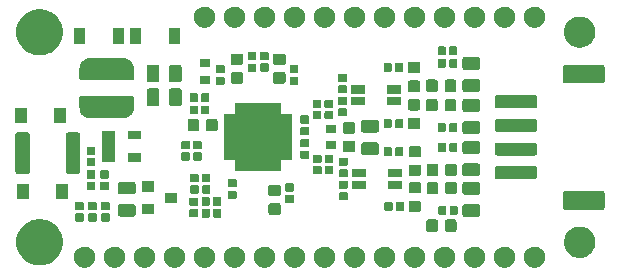
<source format=gbr>
G04 #@! TF.GenerationSoftware,KiCad,Pcbnew,(5.1.5)-2*
G04 #@! TF.CreationDate,2019-12-06T12:22:02+01:00*
G04 #@! TF.ProjectId,A2BFeatherWing,41324246-6561-4746-9865-7257696e672e,rev?*
G04 #@! TF.SameCoordinates,Original*
G04 #@! TF.FileFunction,Soldermask,Top*
G04 #@! TF.FilePolarity,Negative*
%FSLAX46Y46*%
G04 Gerber Fmt 4.6, Leading zero omitted, Abs format (unit mm)*
G04 Created by KiCad (PCBNEW (5.1.5)-2) date 2019-12-06 12:22:02*
%MOMM*%
%LPD*%
G04 APERTURE LIST*
%ADD10C,0.100000*%
G04 APERTURE END LIST*
D10*
G36*
X73773512Y-121023927D02*
G01*
X73922812Y-121053624D01*
X74086784Y-121121544D01*
X74234354Y-121220147D01*
X74359853Y-121345646D01*
X74458456Y-121493216D01*
X74526376Y-121657188D01*
X74561000Y-121831259D01*
X74561000Y-122008741D01*
X74526376Y-122182812D01*
X74458456Y-122346784D01*
X74359853Y-122494354D01*
X74234354Y-122619853D01*
X74086784Y-122718456D01*
X73922812Y-122786376D01*
X73773512Y-122816073D01*
X73748742Y-122821000D01*
X73571258Y-122821000D01*
X73546488Y-122816073D01*
X73397188Y-122786376D01*
X73233216Y-122718456D01*
X73085646Y-122619853D01*
X72960147Y-122494354D01*
X72861544Y-122346784D01*
X72793624Y-122182812D01*
X72759000Y-122008741D01*
X72759000Y-121831259D01*
X72793624Y-121657188D01*
X72861544Y-121493216D01*
X72960147Y-121345646D01*
X73085646Y-121220147D01*
X73233216Y-121121544D01*
X73397188Y-121053624D01*
X73546488Y-121023927D01*
X73571258Y-121019000D01*
X73748742Y-121019000D01*
X73773512Y-121023927D01*
G37*
G36*
X94093512Y-121023927D02*
G01*
X94242812Y-121053624D01*
X94406784Y-121121544D01*
X94554354Y-121220147D01*
X94679853Y-121345646D01*
X94778456Y-121493216D01*
X94846376Y-121657188D01*
X94881000Y-121831259D01*
X94881000Y-122008741D01*
X94846376Y-122182812D01*
X94778456Y-122346784D01*
X94679853Y-122494354D01*
X94554354Y-122619853D01*
X94406784Y-122718456D01*
X94242812Y-122786376D01*
X94093512Y-122816073D01*
X94068742Y-122821000D01*
X93891258Y-122821000D01*
X93866488Y-122816073D01*
X93717188Y-122786376D01*
X93553216Y-122718456D01*
X93405646Y-122619853D01*
X93280147Y-122494354D01*
X93181544Y-122346784D01*
X93113624Y-122182812D01*
X93079000Y-122008741D01*
X93079000Y-121831259D01*
X93113624Y-121657188D01*
X93181544Y-121493216D01*
X93280147Y-121345646D01*
X93405646Y-121220147D01*
X93553216Y-121121544D01*
X93717188Y-121053624D01*
X93866488Y-121023927D01*
X93891258Y-121019000D01*
X94068742Y-121019000D01*
X94093512Y-121023927D01*
G37*
G36*
X111873512Y-121023927D02*
G01*
X112022812Y-121053624D01*
X112186784Y-121121544D01*
X112334354Y-121220147D01*
X112459853Y-121345646D01*
X112558456Y-121493216D01*
X112626376Y-121657188D01*
X112661000Y-121831259D01*
X112661000Y-122008741D01*
X112626376Y-122182812D01*
X112558456Y-122346784D01*
X112459853Y-122494354D01*
X112334354Y-122619853D01*
X112186784Y-122718456D01*
X112022812Y-122786376D01*
X111873512Y-122816073D01*
X111848742Y-122821000D01*
X111671258Y-122821000D01*
X111646488Y-122816073D01*
X111497188Y-122786376D01*
X111333216Y-122718456D01*
X111185646Y-122619853D01*
X111060147Y-122494354D01*
X110961544Y-122346784D01*
X110893624Y-122182812D01*
X110859000Y-122008741D01*
X110859000Y-121831259D01*
X110893624Y-121657188D01*
X110961544Y-121493216D01*
X111060147Y-121345646D01*
X111185646Y-121220147D01*
X111333216Y-121121544D01*
X111497188Y-121053624D01*
X111646488Y-121023927D01*
X111671258Y-121019000D01*
X111848742Y-121019000D01*
X111873512Y-121023927D01*
G37*
G36*
X106793512Y-121023927D02*
G01*
X106942812Y-121053624D01*
X107106784Y-121121544D01*
X107254354Y-121220147D01*
X107379853Y-121345646D01*
X107478456Y-121493216D01*
X107546376Y-121657188D01*
X107581000Y-121831259D01*
X107581000Y-122008741D01*
X107546376Y-122182812D01*
X107478456Y-122346784D01*
X107379853Y-122494354D01*
X107254354Y-122619853D01*
X107106784Y-122718456D01*
X106942812Y-122786376D01*
X106793512Y-122816073D01*
X106768742Y-122821000D01*
X106591258Y-122821000D01*
X106566488Y-122816073D01*
X106417188Y-122786376D01*
X106253216Y-122718456D01*
X106105646Y-122619853D01*
X105980147Y-122494354D01*
X105881544Y-122346784D01*
X105813624Y-122182812D01*
X105779000Y-122008741D01*
X105779000Y-121831259D01*
X105813624Y-121657188D01*
X105881544Y-121493216D01*
X105980147Y-121345646D01*
X106105646Y-121220147D01*
X106253216Y-121121544D01*
X106417188Y-121053624D01*
X106566488Y-121023927D01*
X106591258Y-121019000D01*
X106768742Y-121019000D01*
X106793512Y-121023927D01*
G37*
G36*
X104253512Y-121023927D02*
G01*
X104402812Y-121053624D01*
X104566784Y-121121544D01*
X104714354Y-121220147D01*
X104839853Y-121345646D01*
X104938456Y-121493216D01*
X105006376Y-121657188D01*
X105041000Y-121831259D01*
X105041000Y-122008741D01*
X105006376Y-122182812D01*
X104938456Y-122346784D01*
X104839853Y-122494354D01*
X104714354Y-122619853D01*
X104566784Y-122718456D01*
X104402812Y-122786376D01*
X104253512Y-122816073D01*
X104228742Y-122821000D01*
X104051258Y-122821000D01*
X104026488Y-122816073D01*
X103877188Y-122786376D01*
X103713216Y-122718456D01*
X103565646Y-122619853D01*
X103440147Y-122494354D01*
X103341544Y-122346784D01*
X103273624Y-122182812D01*
X103239000Y-122008741D01*
X103239000Y-121831259D01*
X103273624Y-121657188D01*
X103341544Y-121493216D01*
X103440147Y-121345646D01*
X103565646Y-121220147D01*
X103713216Y-121121544D01*
X103877188Y-121053624D01*
X104026488Y-121023927D01*
X104051258Y-121019000D01*
X104228742Y-121019000D01*
X104253512Y-121023927D01*
G37*
G36*
X101713512Y-121023927D02*
G01*
X101862812Y-121053624D01*
X102026784Y-121121544D01*
X102174354Y-121220147D01*
X102299853Y-121345646D01*
X102398456Y-121493216D01*
X102466376Y-121657188D01*
X102501000Y-121831259D01*
X102501000Y-122008741D01*
X102466376Y-122182812D01*
X102398456Y-122346784D01*
X102299853Y-122494354D01*
X102174354Y-122619853D01*
X102026784Y-122718456D01*
X101862812Y-122786376D01*
X101713512Y-122816073D01*
X101688742Y-122821000D01*
X101511258Y-122821000D01*
X101486488Y-122816073D01*
X101337188Y-122786376D01*
X101173216Y-122718456D01*
X101025646Y-122619853D01*
X100900147Y-122494354D01*
X100801544Y-122346784D01*
X100733624Y-122182812D01*
X100699000Y-122008741D01*
X100699000Y-121831259D01*
X100733624Y-121657188D01*
X100801544Y-121493216D01*
X100900147Y-121345646D01*
X101025646Y-121220147D01*
X101173216Y-121121544D01*
X101337188Y-121053624D01*
X101486488Y-121023927D01*
X101511258Y-121019000D01*
X101688742Y-121019000D01*
X101713512Y-121023927D01*
G37*
G36*
X99173512Y-121023927D02*
G01*
X99322812Y-121053624D01*
X99486784Y-121121544D01*
X99634354Y-121220147D01*
X99759853Y-121345646D01*
X99858456Y-121493216D01*
X99926376Y-121657188D01*
X99961000Y-121831259D01*
X99961000Y-122008741D01*
X99926376Y-122182812D01*
X99858456Y-122346784D01*
X99759853Y-122494354D01*
X99634354Y-122619853D01*
X99486784Y-122718456D01*
X99322812Y-122786376D01*
X99173512Y-122816073D01*
X99148742Y-122821000D01*
X98971258Y-122821000D01*
X98946488Y-122816073D01*
X98797188Y-122786376D01*
X98633216Y-122718456D01*
X98485646Y-122619853D01*
X98360147Y-122494354D01*
X98261544Y-122346784D01*
X98193624Y-122182812D01*
X98159000Y-122008741D01*
X98159000Y-121831259D01*
X98193624Y-121657188D01*
X98261544Y-121493216D01*
X98360147Y-121345646D01*
X98485646Y-121220147D01*
X98633216Y-121121544D01*
X98797188Y-121053624D01*
X98946488Y-121023927D01*
X98971258Y-121019000D01*
X99148742Y-121019000D01*
X99173512Y-121023927D01*
G37*
G36*
X96633512Y-121023927D02*
G01*
X96782812Y-121053624D01*
X96946784Y-121121544D01*
X97094354Y-121220147D01*
X97219853Y-121345646D01*
X97318456Y-121493216D01*
X97386376Y-121657188D01*
X97421000Y-121831259D01*
X97421000Y-122008741D01*
X97386376Y-122182812D01*
X97318456Y-122346784D01*
X97219853Y-122494354D01*
X97094354Y-122619853D01*
X96946784Y-122718456D01*
X96782812Y-122786376D01*
X96633512Y-122816073D01*
X96608742Y-122821000D01*
X96431258Y-122821000D01*
X96406488Y-122816073D01*
X96257188Y-122786376D01*
X96093216Y-122718456D01*
X95945646Y-122619853D01*
X95820147Y-122494354D01*
X95721544Y-122346784D01*
X95653624Y-122182812D01*
X95619000Y-122008741D01*
X95619000Y-121831259D01*
X95653624Y-121657188D01*
X95721544Y-121493216D01*
X95820147Y-121345646D01*
X95945646Y-121220147D01*
X96093216Y-121121544D01*
X96257188Y-121053624D01*
X96406488Y-121023927D01*
X96431258Y-121019000D01*
X96608742Y-121019000D01*
X96633512Y-121023927D01*
G37*
G36*
X109333512Y-121023927D02*
G01*
X109482812Y-121053624D01*
X109646784Y-121121544D01*
X109794354Y-121220147D01*
X109919853Y-121345646D01*
X110018456Y-121493216D01*
X110086376Y-121657188D01*
X110121000Y-121831259D01*
X110121000Y-122008741D01*
X110086376Y-122182812D01*
X110018456Y-122346784D01*
X109919853Y-122494354D01*
X109794354Y-122619853D01*
X109646784Y-122718456D01*
X109482812Y-122786376D01*
X109333512Y-122816073D01*
X109308742Y-122821000D01*
X109131258Y-122821000D01*
X109106488Y-122816073D01*
X108957188Y-122786376D01*
X108793216Y-122718456D01*
X108645646Y-122619853D01*
X108520147Y-122494354D01*
X108421544Y-122346784D01*
X108353624Y-122182812D01*
X108319000Y-122008741D01*
X108319000Y-121831259D01*
X108353624Y-121657188D01*
X108421544Y-121493216D01*
X108520147Y-121345646D01*
X108645646Y-121220147D01*
X108793216Y-121121544D01*
X108957188Y-121053624D01*
X109106488Y-121023927D01*
X109131258Y-121019000D01*
X109308742Y-121019000D01*
X109333512Y-121023927D01*
G37*
G36*
X89013512Y-121023927D02*
G01*
X89162812Y-121053624D01*
X89326784Y-121121544D01*
X89474354Y-121220147D01*
X89599853Y-121345646D01*
X89698456Y-121493216D01*
X89766376Y-121657188D01*
X89801000Y-121831259D01*
X89801000Y-122008741D01*
X89766376Y-122182812D01*
X89698456Y-122346784D01*
X89599853Y-122494354D01*
X89474354Y-122619853D01*
X89326784Y-122718456D01*
X89162812Y-122786376D01*
X89013512Y-122816073D01*
X88988742Y-122821000D01*
X88811258Y-122821000D01*
X88786488Y-122816073D01*
X88637188Y-122786376D01*
X88473216Y-122718456D01*
X88325646Y-122619853D01*
X88200147Y-122494354D01*
X88101544Y-122346784D01*
X88033624Y-122182812D01*
X87999000Y-122008741D01*
X87999000Y-121831259D01*
X88033624Y-121657188D01*
X88101544Y-121493216D01*
X88200147Y-121345646D01*
X88325646Y-121220147D01*
X88473216Y-121121544D01*
X88637188Y-121053624D01*
X88786488Y-121023927D01*
X88811258Y-121019000D01*
X88988742Y-121019000D01*
X89013512Y-121023927D01*
G37*
G36*
X91553512Y-121023927D02*
G01*
X91702812Y-121053624D01*
X91866784Y-121121544D01*
X92014354Y-121220147D01*
X92139853Y-121345646D01*
X92238456Y-121493216D01*
X92306376Y-121657188D01*
X92341000Y-121831259D01*
X92341000Y-122008741D01*
X92306376Y-122182812D01*
X92238456Y-122346784D01*
X92139853Y-122494354D01*
X92014354Y-122619853D01*
X91866784Y-122718456D01*
X91702812Y-122786376D01*
X91553512Y-122816073D01*
X91528742Y-122821000D01*
X91351258Y-122821000D01*
X91326488Y-122816073D01*
X91177188Y-122786376D01*
X91013216Y-122718456D01*
X90865646Y-122619853D01*
X90740147Y-122494354D01*
X90641544Y-122346784D01*
X90573624Y-122182812D01*
X90539000Y-122008741D01*
X90539000Y-121831259D01*
X90573624Y-121657188D01*
X90641544Y-121493216D01*
X90740147Y-121345646D01*
X90865646Y-121220147D01*
X91013216Y-121121544D01*
X91177188Y-121053624D01*
X91326488Y-121023927D01*
X91351258Y-121019000D01*
X91528742Y-121019000D01*
X91553512Y-121023927D01*
G37*
G36*
X76313512Y-121023927D02*
G01*
X76462812Y-121053624D01*
X76626784Y-121121544D01*
X76774354Y-121220147D01*
X76899853Y-121345646D01*
X76998456Y-121493216D01*
X77066376Y-121657188D01*
X77101000Y-121831259D01*
X77101000Y-122008741D01*
X77066376Y-122182812D01*
X76998456Y-122346784D01*
X76899853Y-122494354D01*
X76774354Y-122619853D01*
X76626784Y-122718456D01*
X76462812Y-122786376D01*
X76313512Y-122816073D01*
X76288742Y-122821000D01*
X76111258Y-122821000D01*
X76086488Y-122816073D01*
X75937188Y-122786376D01*
X75773216Y-122718456D01*
X75625646Y-122619853D01*
X75500147Y-122494354D01*
X75401544Y-122346784D01*
X75333624Y-122182812D01*
X75299000Y-122008741D01*
X75299000Y-121831259D01*
X75333624Y-121657188D01*
X75401544Y-121493216D01*
X75500147Y-121345646D01*
X75625646Y-121220147D01*
X75773216Y-121121544D01*
X75937188Y-121053624D01*
X76086488Y-121023927D01*
X76111258Y-121019000D01*
X76288742Y-121019000D01*
X76313512Y-121023927D01*
G37*
G36*
X78853512Y-121023927D02*
G01*
X79002812Y-121053624D01*
X79166784Y-121121544D01*
X79314354Y-121220147D01*
X79439853Y-121345646D01*
X79538456Y-121493216D01*
X79606376Y-121657188D01*
X79641000Y-121831259D01*
X79641000Y-122008741D01*
X79606376Y-122182812D01*
X79538456Y-122346784D01*
X79439853Y-122494354D01*
X79314354Y-122619853D01*
X79166784Y-122718456D01*
X79002812Y-122786376D01*
X78853512Y-122816073D01*
X78828742Y-122821000D01*
X78651258Y-122821000D01*
X78626488Y-122816073D01*
X78477188Y-122786376D01*
X78313216Y-122718456D01*
X78165646Y-122619853D01*
X78040147Y-122494354D01*
X77941544Y-122346784D01*
X77873624Y-122182812D01*
X77839000Y-122008741D01*
X77839000Y-121831259D01*
X77873624Y-121657188D01*
X77941544Y-121493216D01*
X78040147Y-121345646D01*
X78165646Y-121220147D01*
X78313216Y-121121544D01*
X78477188Y-121053624D01*
X78626488Y-121023927D01*
X78651258Y-121019000D01*
X78828742Y-121019000D01*
X78853512Y-121023927D01*
G37*
G36*
X83933512Y-121023927D02*
G01*
X84082812Y-121053624D01*
X84246784Y-121121544D01*
X84394354Y-121220147D01*
X84519853Y-121345646D01*
X84618456Y-121493216D01*
X84686376Y-121657188D01*
X84721000Y-121831259D01*
X84721000Y-122008741D01*
X84686376Y-122182812D01*
X84618456Y-122346784D01*
X84519853Y-122494354D01*
X84394354Y-122619853D01*
X84246784Y-122718456D01*
X84082812Y-122786376D01*
X83933512Y-122816073D01*
X83908742Y-122821000D01*
X83731258Y-122821000D01*
X83706488Y-122816073D01*
X83557188Y-122786376D01*
X83393216Y-122718456D01*
X83245646Y-122619853D01*
X83120147Y-122494354D01*
X83021544Y-122346784D01*
X82953624Y-122182812D01*
X82919000Y-122008741D01*
X82919000Y-121831259D01*
X82953624Y-121657188D01*
X83021544Y-121493216D01*
X83120147Y-121345646D01*
X83245646Y-121220147D01*
X83393216Y-121121544D01*
X83557188Y-121053624D01*
X83706488Y-121023927D01*
X83731258Y-121019000D01*
X83908742Y-121019000D01*
X83933512Y-121023927D01*
G37*
G36*
X86473512Y-121023927D02*
G01*
X86622812Y-121053624D01*
X86786784Y-121121544D01*
X86934354Y-121220147D01*
X87059853Y-121345646D01*
X87158456Y-121493216D01*
X87226376Y-121657188D01*
X87261000Y-121831259D01*
X87261000Y-122008741D01*
X87226376Y-122182812D01*
X87158456Y-122346784D01*
X87059853Y-122494354D01*
X86934354Y-122619853D01*
X86786784Y-122718456D01*
X86622812Y-122786376D01*
X86473512Y-122816073D01*
X86448742Y-122821000D01*
X86271258Y-122821000D01*
X86246488Y-122816073D01*
X86097188Y-122786376D01*
X85933216Y-122718456D01*
X85785646Y-122619853D01*
X85660147Y-122494354D01*
X85561544Y-122346784D01*
X85493624Y-122182812D01*
X85459000Y-122008741D01*
X85459000Y-121831259D01*
X85493624Y-121657188D01*
X85561544Y-121493216D01*
X85660147Y-121345646D01*
X85785646Y-121220147D01*
X85933216Y-121121544D01*
X86097188Y-121053624D01*
X86246488Y-121023927D01*
X86271258Y-121019000D01*
X86448742Y-121019000D01*
X86473512Y-121023927D01*
G37*
G36*
X81393512Y-121023927D02*
G01*
X81542812Y-121053624D01*
X81706784Y-121121544D01*
X81854354Y-121220147D01*
X81979853Y-121345646D01*
X82078456Y-121493216D01*
X82146376Y-121657188D01*
X82181000Y-121831259D01*
X82181000Y-122008741D01*
X82146376Y-122182812D01*
X82078456Y-122346784D01*
X81979853Y-122494354D01*
X81854354Y-122619853D01*
X81706784Y-122718456D01*
X81542812Y-122786376D01*
X81393512Y-122816073D01*
X81368742Y-122821000D01*
X81191258Y-122821000D01*
X81166488Y-122816073D01*
X81017188Y-122786376D01*
X80853216Y-122718456D01*
X80705646Y-122619853D01*
X80580147Y-122494354D01*
X80481544Y-122346784D01*
X80413624Y-122182812D01*
X80379000Y-122008741D01*
X80379000Y-121831259D01*
X80413624Y-121657188D01*
X80481544Y-121493216D01*
X80580147Y-121345646D01*
X80705646Y-121220147D01*
X80853216Y-121121544D01*
X81017188Y-121053624D01*
X81166488Y-121023927D01*
X81191258Y-121019000D01*
X81368742Y-121019000D01*
X81393512Y-121023927D01*
G37*
G36*
X70294579Y-118744112D02*
G01*
X70420544Y-118769168D01*
X70507315Y-118805110D01*
X70776512Y-118916615D01*
X70776513Y-118916616D01*
X71096877Y-119130676D01*
X71369324Y-119403123D01*
X71487109Y-119579401D01*
X71583385Y-119723488D01*
X71730832Y-120079457D01*
X71806000Y-120457349D01*
X71806000Y-120842651D01*
X71730832Y-121220543D01*
X71583385Y-121576512D01*
X71583384Y-121576513D01*
X71369324Y-121896877D01*
X71096877Y-122169324D01*
X70882816Y-122312355D01*
X70776512Y-122383385D01*
X70567991Y-122469757D01*
X70420544Y-122530832D01*
X70294579Y-122555888D01*
X70042651Y-122606000D01*
X69657349Y-122606000D01*
X69405421Y-122555888D01*
X69279456Y-122530832D01*
X69132009Y-122469757D01*
X68923488Y-122383385D01*
X68817184Y-122312355D01*
X68603123Y-122169324D01*
X68330676Y-121896877D01*
X68116616Y-121576513D01*
X68116615Y-121576512D01*
X67969168Y-121220543D01*
X67894000Y-120842651D01*
X67894000Y-120457349D01*
X67969168Y-120079457D01*
X68116615Y-119723488D01*
X68212891Y-119579401D01*
X68330676Y-119403123D01*
X68603123Y-119130676D01*
X68923487Y-118916616D01*
X68923488Y-118916615D01*
X69192685Y-118805110D01*
X69279456Y-118769168D01*
X69405421Y-118744112D01*
X69657349Y-118694000D01*
X70042651Y-118694000D01*
X70294579Y-118744112D01*
G37*
G36*
X115827714Y-119354382D02*
G01*
X115955322Y-119379765D01*
X116096148Y-119438097D01*
X116195727Y-119479344D01*
X116195728Y-119479345D01*
X116412089Y-119623912D01*
X116596088Y-119807911D01*
X116692685Y-119952479D01*
X116740656Y-120024273D01*
X116763513Y-120079456D01*
X116840235Y-120264678D01*
X116840235Y-120264680D01*
X116891000Y-120519891D01*
X116891000Y-120780109D01*
X116865618Y-120907714D01*
X116840235Y-121035322D01*
X116804520Y-121121544D01*
X116740656Y-121275727D01*
X116740655Y-121275728D01*
X116596088Y-121492089D01*
X116412089Y-121676088D01*
X116267521Y-121772685D01*
X116195727Y-121820656D01*
X116096148Y-121861903D01*
X115955322Y-121920235D01*
X115827715Y-121945617D01*
X115700109Y-121971000D01*
X115439891Y-121971000D01*
X115312285Y-121945617D01*
X115184678Y-121920235D01*
X115043852Y-121861903D01*
X114944273Y-121820656D01*
X114872479Y-121772685D01*
X114727911Y-121676088D01*
X114543912Y-121492089D01*
X114399345Y-121275728D01*
X114399344Y-121275727D01*
X114335480Y-121121544D01*
X114299765Y-121035322D01*
X114274382Y-120907714D01*
X114249000Y-120780109D01*
X114249000Y-120519891D01*
X114299765Y-120264680D01*
X114299765Y-120264678D01*
X114376487Y-120079456D01*
X114399344Y-120024273D01*
X114447315Y-119952479D01*
X114543912Y-119807911D01*
X114727911Y-119623912D01*
X114944272Y-119479345D01*
X114944273Y-119479344D01*
X115043852Y-119438097D01*
X115184678Y-119379765D01*
X115312286Y-119354382D01*
X115439891Y-119329000D01*
X115700109Y-119329000D01*
X115827714Y-119354382D01*
G37*
G36*
X103429591Y-118728085D02*
G01*
X103463569Y-118738393D01*
X103494890Y-118755134D01*
X103522339Y-118777661D01*
X103544866Y-118805110D01*
X103561607Y-118836431D01*
X103571915Y-118870409D01*
X103576000Y-118911890D01*
X103576000Y-119588110D01*
X103571915Y-119629591D01*
X103561607Y-119663569D01*
X103544866Y-119694890D01*
X103522339Y-119722339D01*
X103494890Y-119744866D01*
X103463569Y-119761607D01*
X103429591Y-119771915D01*
X103388110Y-119776000D01*
X102786890Y-119776000D01*
X102745409Y-119771915D01*
X102711431Y-119761607D01*
X102680110Y-119744866D01*
X102652661Y-119722339D01*
X102630134Y-119694890D01*
X102613393Y-119663569D01*
X102603085Y-119629591D01*
X102599000Y-119588110D01*
X102599000Y-118911890D01*
X102603085Y-118870409D01*
X102613393Y-118836431D01*
X102630134Y-118805110D01*
X102652661Y-118777661D01*
X102680110Y-118755134D01*
X102711431Y-118738393D01*
X102745409Y-118728085D01*
X102786890Y-118724000D01*
X103388110Y-118724000D01*
X103429591Y-118728085D01*
G37*
G36*
X105004591Y-118728085D02*
G01*
X105038569Y-118738393D01*
X105069890Y-118755134D01*
X105097339Y-118777661D01*
X105119866Y-118805110D01*
X105136607Y-118836431D01*
X105146915Y-118870409D01*
X105151000Y-118911890D01*
X105151000Y-119588110D01*
X105146915Y-119629591D01*
X105136607Y-119663569D01*
X105119866Y-119694890D01*
X105097339Y-119722339D01*
X105069890Y-119744866D01*
X105038569Y-119761607D01*
X105004591Y-119771915D01*
X104963110Y-119776000D01*
X104361890Y-119776000D01*
X104320409Y-119771915D01*
X104286431Y-119761607D01*
X104255110Y-119744866D01*
X104227661Y-119722339D01*
X104205134Y-119694890D01*
X104188393Y-119663569D01*
X104178085Y-119629591D01*
X104174000Y-119588110D01*
X104174000Y-118911890D01*
X104178085Y-118870409D01*
X104188393Y-118836431D01*
X104205134Y-118805110D01*
X104227661Y-118777661D01*
X104255110Y-118755134D01*
X104286431Y-118738393D01*
X104320409Y-118728085D01*
X104361890Y-118724000D01*
X104963110Y-118724000D01*
X105004591Y-118728085D01*
G37*
G36*
X74606938Y-118216716D02*
G01*
X74627557Y-118222971D01*
X74646553Y-118233124D01*
X74663208Y-118246792D01*
X74676876Y-118263447D01*
X74687029Y-118282443D01*
X74693284Y-118303062D01*
X74696000Y-118330640D01*
X74696000Y-118789360D01*
X74693284Y-118816938D01*
X74687029Y-118837557D01*
X74676876Y-118856553D01*
X74663208Y-118873208D01*
X74646553Y-118886876D01*
X74627557Y-118897029D01*
X74606938Y-118903284D01*
X74579360Y-118906000D01*
X74070640Y-118906000D01*
X74043062Y-118903284D01*
X74022443Y-118897029D01*
X74003447Y-118886876D01*
X73986792Y-118873208D01*
X73973124Y-118856553D01*
X73962971Y-118837557D01*
X73956716Y-118816938D01*
X73954000Y-118789360D01*
X73954000Y-118330640D01*
X73956716Y-118303062D01*
X73962971Y-118282443D01*
X73973124Y-118263447D01*
X73986792Y-118246792D01*
X74003447Y-118233124D01*
X74022443Y-118222971D01*
X74043062Y-118216716D01*
X74070640Y-118214000D01*
X74579360Y-118214000D01*
X74606938Y-118216716D01*
G37*
G36*
X75706938Y-118216716D02*
G01*
X75727557Y-118222971D01*
X75746553Y-118233124D01*
X75763208Y-118246792D01*
X75776876Y-118263447D01*
X75787029Y-118282443D01*
X75793284Y-118303062D01*
X75796000Y-118330640D01*
X75796000Y-118789360D01*
X75793284Y-118816938D01*
X75787029Y-118837557D01*
X75776876Y-118856553D01*
X75763208Y-118873208D01*
X75746553Y-118886876D01*
X75727557Y-118897029D01*
X75706938Y-118903284D01*
X75679360Y-118906000D01*
X75170640Y-118906000D01*
X75143062Y-118903284D01*
X75122443Y-118897029D01*
X75103447Y-118886876D01*
X75086792Y-118873208D01*
X75073124Y-118856553D01*
X75062971Y-118837557D01*
X75056716Y-118816938D01*
X75054000Y-118789360D01*
X75054000Y-118330640D01*
X75056716Y-118303062D01*
X75062971Y-118282443D01*
X75073124Y-118263447D01*
X75086792Y-118246792D01*
X75103447Y-118233124D01*
X75122443Y-118222971D01*
X75143062Y-118216716D01*
X75170640Y-118214000D01*
X75679360Y-118214000D01*
X75706938Y-118216716D01*
G37*
G36*
X73506938Y-118216716D02*
G01*
X73527557Y-118222971D01*
X73546553Y-118233124D01*
X73563208Y-118246792D01*
X73576876Y-118263447D01*
X73587029Y-118282443D01*
X73593284Y-118303062D01*
X73596000Y-118330640D01*
X73596000Y-118789360D01*
X73593284Y-118816938D01*
X73587029Y-118837557D01*
X73576876Y-118856553D01*
X73563208Y-118873208D01*
X73546553Y-118886876D01*
X73527557Y-118897029D01*
X73506938Y-118903284D01*
X73479360Y-118906000D01*
X72970640Y-118906000D01*
X72943062Y-118903284D01*
X72922443Y-118897029D01*
X72903447Y-118886876D01*
X72886792Y-118873208D01*
X72873124Y-118856553D01*
X72862971Y-118837557D01*
X72856716Y-118816938D01*
X72854000Y-118789360D01*
X72854000Y-118330640D01*
X72856716Y-118303062D01*
X72862971Y-118282443D01*
X72873124Y-118263447D01*
X72886792Y-118246792D01*
X72903447Y-118233124D01*
X72922443Y-118222971D01*
X72943062Y-118216716D01*
X72970640Y-118214000D01*
X73479360Y-118214000D01*
X73506938Y-118216716D01*
G37*
G36*
X85141938Y-117831716D02*
G01*
X85162557Y-117837971D01*
X85181553Y-117848124D01*
X85198208Y-117861792D01*
X85211876Y-117878447D01*
X85222029Y-117897443D01*
X85228284Y-117918062D01*
X85231000Y-117945640D01*
X85231000Y-118454360D01*
X85228284Y-118481938D01*
X85222029Y-118502557D01*
X85211876Y-118521553D01*
X85198208Y-118538208D01*
X85181553Y-118551876D01*
X85162557Y-118562029D01*
X85141938Y-118568284D01*
X85114360Y-118571000D01*
X84655640Y-118571000D01*
X84628062Y-118568284D01*
X84607443Y-118562029D01*
X84588447Y-118551876D01*
X84571792Y-118538208D01*
X84558124Y-118521553D01*
X84547971Y-118502557D01*
X84541716Y-118481938D01*
X84539000Y-118454360D01*
X84539000Y-117945640D01*
X84541716Y-117918062D01*
X84547971Y-117897443D01*
X84558124Y-117878447D01*
X84571792Y-117861792D01*
X84588447Y-117848124D01*
X84607443Y-117837971D01*
X84628062Y-117831716D01*
X84655640Y-117829000D01*
X85114360Y-117829000D01*
X85141938Y-117831716D01*
G37*
G36*
X84171938Y-117831716D02*
G01*
X84192557Y-117837971D01*
X84211553Y-117848124D01*
X84228208Y-117861792D01*
X84241876Y-117878447D01*
X84252029Y-117897443D01*
X84258284Y-117918062D01*
X84261000Y-117945640D01*
X84261000Y-118454360D01*
X84258284Y-118481938D01*
X84252029Y-118502557D01*
X84241876Y-118521553D01*
X84228208Y-118538208D01*
X84211553Y-118551876D01*
X84192557Y-118562029D01*
X84171938Y-118568284D01*
X84144360Y-118571000D01*
X83685640Y-118571000D01*
X83658062Y-118568284D01*
X83637443Y-118562029D01*
X83618447Y-118551876D01*
X83601792Y-118538208D01*
X83588124Y-118521553D01*
X83577971Y-118502557D01*
X83571716Y-118481938D01*
X83569000Y-118454360D01*
X83569000Y-117945640D01*
X83571716Y-117918062D01*
X83577971Y-117897443D01*
X83588124Y-117878447D01*
X83601792Y-117861792D01*
X83618447Y-117848124D01*
X83637443Y-117837971D01*
X83658062Y-117831716D01*
X83685640Y-117829000D01*
X84144360Y-117829000D01*
X84171938Y-117831716D01*
G37*
G36*
X83181938Y-117841716D02*
G01*
X83202557Y-117847971D01*
X83221553Y-117858124D01*
X83238208Y-117871792D01*
X83251876Y-117888447D01*
X83262029Y-117907443D01*
X83268284Y-117928062D01*
X83271000Y-117955640D01*
X83271000Y-118414360D01*
X83268284Y-118441938D01*
X83262029Y-118462557D01*
X83251876Y-118481553D01*
X83238208Y-118498208D01*
X83221553Y-118511876D01*
X83202557Y-118522029D01*
X83181938Y-118528284D01*
X83154360Y-118531000D01*
X82645640Y-118531000D01*
X82618062Y-118528284D01*
X82597443Y-118522029D01*
X82578447Y-118511876D01*
X82561792Y-118498208D01*
X82548124Y-118481553D01*
X82537971Y-118462557D01*
X82531716Y-118441938D01*
X82529000Y-118414360D01*
X82529000Y-117955640D01*
X82531716Y-117928062D01*
X82537971Y-117907443D01*
X82548124Y-117888447D01*
X82561792Y-117871792D01*
X82578447Y-117858124D01*
X82597443Y-117847971D01*
X82618062Y-117841716D01*
X82645640Y-117839000D01*
X83154360Y-117839000D01*
X83181938Y-117841716D01*
G37*
G36*
X106984468Y-117428565D02*
G01*
X107023138Y-117440296D01*
X107058777Y-117459346D01*
X107090017Y-117484983D01*
X107115654Y-117516223D01*
X107134704Y-117551862D01*
X107146435Y-117590532D01*
X107151000Y-117636888D01*
X107151000Y-118288112D01*
X107146435Y-118334468D01*
X107134704Y-118373138D01*
X107115654Y-118408777D01*
X107090017Y-118440017D01*
X107058777Y-118465654D01*
X107023138Y-118484704D01*
X106984468Y-118496435D01*
X106938112Y-118501000D01*
X105861888Y-118501000D01*
X105815532Y-118496435D01*
X105776862Y-118484704D01*
X105741223Y-118465654D01*
X105709983Y-118440017D01*
X105684346Y-118408777D01*
X105665296Y-118373138D01*
X105653565Y-118334468D01*
X105649000Y-118288112D01*
X105649000Y-117636888D01*
X105653565Y-117590532D01*
X105665296Y-117551862D01*
X105684346Y-117516223D01*
X105709983Y-117484983D01*
X105741223Y-117459346D01*
X105776862Y-117440296D01*
X105815532Y-117428565D01*
X105861888Y-117424000D01*
X106938112Y-117424000D01*
X106984468Y-117428565D01*
G37*
G36*
X77809468Y-117403565D02*
G01*
X77848138Y-117415296D01*
X77883777Y-117434346D01*
X77915017Y-117459983D01*
X77940654Y-117491223D01*
X77959704Y-117526862D01*
X77971435Y-117565532D01*
X77976000Y-117611888D01*
X77976000Y-118263112D01*
X77971435Y-118309468D01*
X77959704Y-118348138D01*
X77940654Y-118383777D01*
X77915017Y-118415017D01*
X77883777Y-118440654D01*
X77848138Y-118459704D01*
X77809468Y-118471435D01*
X77763112Y-118476000D01*
X76686888Y-118476000D01*
X76640532Y-118471435D01*
X76601862Y-118459704D01*
X76566223Y-118440654D01*
X76534983Y-118415017D01*
X76509346Y-118383777D01*
X76490296Y-118348138D01*
X76478565Y-118309468D01*
X76474000Y-118263112D01*
X76474000Y-117611888D01*
X76478565Y-117565532D01*
X76490296Y-117526862D01*
X76509346Y-117491223D01*
X76534983Y-117459983D01*
X76566223Y-117434346D01*
X76601862Y-117415296D01*
X76640532Y-117403565D01*
X76686888Y-117399000D01*
X77763112Y-117399000D01*
X77809468Y-117403565D01*
G37*
G36*
X90129591Y-117353085D02*
G01*
X90163569Y-117363393D01*
X90194890Y-117380134D01*
X90222339Y-117402661D01*
X90244866Y-117430110D01*
X90261607Y-117461431D01*
X90271915Y-117495409D01*
X90276000Y-117536890D01*
X90276000Y-118138110D01*
X90271915Y-118179591D01*
X90261607Y-118213569D01*
X90244866Y-118244890D01*
X90222339Y-118272339D01*
X90194890Y-118294866D01*
X90163569Y-118311607D01*
X90129591Y-118321915D01*
X90088110Y-118326000D01*
X89411890Y-118326000D01*
X89370409Y-118321915D01*
X89336431Y-118311607D01*
X89305110Y-118294866D01*
X89277661Y-118272339D01*
X89255134Y-118244890D01*
X89238393Y-118213569D01*
X89228085Y-118179591D01*
X89224000Y-118138110D01*
X89224000Y-117536890D01*
X89228085Y-117495409D01*
X89238393Y-117461431D01*
X89255134Y-117430110D01*
X89277661Y-117402661D01*
X89305110Y-117380134D01*
X89336431Y-117363393D01*
X89370409Y-117353085D01*
X89411890Y-117349000D01*
X90088110Y-117349000D01*
X90129591Y-117353085D01*
G37*
G36*
X104196938Y-117581716D02*
G01*
X104217557Y-117587971D01*
X104236553Y-117598124D01*
X104253208Y-117611792D01*
X104266876Y-117628447D01*
X104277029Y-117647443D01*
X104283284Y-117668062D01*
X104286000Y-117695640D01*
X104286000Y-118204360D01*
X104283284Y-118231938D01*
X104277029Y-118252557D01*
X104266876Y-118271553D01*
X104253208Y-118288208D01*
X104236553Y-118301876D01*
X104217557Y-118312029D01*
X104196938Y-118318284D01*
X104169360Y-118321000D01*
X103710640Y-118321000D01*
X103683062Y-118318284D01*
X103662443Y-118312029D01*
X103643447Y-118301876D01*
X103626792Y-118288208D01*
X103613124Y-118271553D01*
X103602971Y-118252557D01*
X103596716Y-118231938D01*
X103594000Y-118204360D01*
X103594000Y-117695640D01*
X103596716Y-117668062D01*
X103602971Y-117647443D01*
X103613124Y-117628447D01*
X103626792Y-117611792D01*
X103643447Y-117598124D01*
X103662443Y-117587971D01*
X103683062Y-117581716D01*
X103710640Y-117579000D01*
X104169360Y-117579000D01*
X104196938Y-117581716D01*
G37*
G36*
X105166938Y-117581716D02*
G01*
X105187557Y-117587971D01*
X105206553Y-117598124D01*
X105223208Y-117611792D01*
X105236876Y-117628447D01*
X105247029Y-117647443D01*
X105253284Y-117668062D01*
X105256000Y-117695640D01*
X105256000Y-118204360D01*
X105253284Y-118231938D01*
X105247029Y-118252557D01*
X105236876Y-118271553D01*
X105223208Y-118288208D01*
X105206553Y-118301876D01*
X105187557Y-118312029D01*
X105166938Y-118318284D01*
X105139360Y-118321000D01*
X104680640Y-118321000D01*
X104653062Y-118318284D01*
X104632443Y-118312029D01*
X104613447Y-118301876D01*
X104596792Y-118288208D01*
X104583124Y-118271553D01*
X104572971Y-118252557D01*
X104566716Y-118231938D01*
X104564000Y-118204360D01*
X104564000Y-117695640D01*
X104566716Y-117668062D01*
X104572971Y-117647443D01*
X104583124Y-117628447D01*
X104596792Y-117611792D01*
X104613447Y-117598124D01*
X104632443Y-117587971D01*
X104653062Y-117581716D01*
X104680640Y-117579000D01*
X105139360Y-117579000D01*
X105166938Y-117581716D01*
G37*
G36*
X79501000Y-118301000D02*
G01*
X78499000Y-118301000D01*
X78499000Y-117399000D01*
X79501000Y-117399000D01*
X79501000Y-118301000D01*
G37*
G36*
X102004591Y-117128085D02*
G01*
X102038569Y-117138393D01*
X102069890Y-117155134D01*
X102097339Y-117177661D01*
X102119866Y-117205110D01*
X102136607Y-117236431D01*
X102146915Y-117270409D01*
X102151000Y-117311890D01*
X102151000Y-117913110D01*
X102146915Y-117954591D01*
X102136607Y-117988569D01*
X102119866Y-118019890D01*
X102097339Y-118047339D01*
X102069890Y-118069866D01*
X102038569Y-118086607D01*
X102004591Y-118096915D01*
X101963110Y-118101000D01*
X101286890Y-118101000D01*
X101245409Y-118096915D01*
X101211431Y-118086607D01*
X101180110Y-118069866D01*
X101152661Y-118047339D01*
X101130134Y-118019890D01*
X101113393Y-117988569D01*
X101103085Y-117954591D01*
X101099000Y-117913110D01*
X101099000Y-117311890D01*
X101103085Y-117270409D01*
X101113393Y-117236431D01*
X101130134Y-117205110D01*
X101152661Y-117177661D01*
X101180110Y-117155134D01*
X101211431Y-117138393D01*
X101245409Y-117128085D01*
X101286890Y-117124000D01*
X101963110Y-117124000D01*
X102004591Y-117128085D01*
G37*
G36*
X100616938Y-117256716D02*
G01*
X100637557Y-117262971D01*
X100656553Y-117273124D01*
X100673208Y-117286792D01*
X100686876Y-117303447D01*
X100697029Y-117322443D01*
X100703284Y-117343062D01*
X100706000Y-117370640D01*
X100706000Y-117879360D01*
X100703284Y-117906938D01*
X100697029Y-117927557D01*
X100686876Y-117946553D01*
X100673208Y-117963208D01*
X100656553Y-117976876D01*
X100637557Y-117987029D01*
X100616938Y-117993284D01*
X100589360Y-117996000D01*
X100130640Y-117996000D01*
X100103062Y-117993284D01*
X100082443Y-117987029D01*
X100063447Y-117976876D01*
X100046792Y-117963208D01*
X100033124Y-117946553D01*
X100022971Y-117927557D01*
X100016716Y-117906938D01*
X100014000Y-117879360D01*
X100014000Y-117370640D01*
X100016716Y-117343062D01*
X100022971Y-117322443D01*
X100033124Y-117303447D01*
X100046792Y-117286792D01*
X100063447Y-117273124D01*
X100082443Y-117262971D01*
X100103062Y-117256716D01*
X100130640Y-117254000D01*
X100589360Y-117254000D01*
X100616938Y-117256716D01*
G37*
G36*
X99646938Y-117256716D02*
G01*
X99667557Y-117262971D01*
X99686553Y-117273124D01*
X99703208Y-117286792D01*
X99716876Y-117303447D01*
X99727029Y-117322443D01*
X99733284Y-117343062D01*
X99736000Y-117370640D01*
X99736000Y-117879360D01*
X99733284Y-117906938D01*
X99727029Y-117927557D01*
X99716876Y-117946553D01*
X99703208Y-117963208D01*
X99686553Y-117976876D01*
X99667557Y-117987029D01*
X99646938Y-117993284D01*
X99619360Y-117996000D01*
X99160640Y-117996000D01*
X99133062Y-117993284D01*
X99112443Y-117987029D01*
X99093447Y-117976876D01*
X99076792Y-117963208D01*
X99063124Y-117946553D01*
X99052971Y-117927557D01*
X99046716Y-117906938D01*
X99044000Y-117879360D01*
X99044000Y-117370640D01*
X99046716Y-117343062D01*
X99052971Y-117322443D01*
X99063124Y-117303447D01*
X99076792Y-117286792D01*
X99093447Y-117273124D01*
X99112443Y-117262971D01*
X99133062Y-117256716D01*
X99160640Y-117254000D01*
X99619360Y-117254000D01*
X99646938Y-117256716D01*
G37*
G36*
X73506938Y-117246716D02*
G01*
X73527557Y-117252971D01*
X73546553Y-117263124D01*
X73563208Y-117276792D01*
X73576876Y-117293447D01*
X73587029Y-117312443D01*
X73593284Y-117333062D01*
X73596000Y-117360640D01*
X73596000Y-117819360D01*
X73593284Y-117846938D01*
X73587029Y-117867557D01*
X73576876Y-117886553D01*
X73563208Y-117903208D01*
X73546553Y-117916876D01*
X73527557Y-117927029D01*
X73506938Y-117933284D01*
X73479360Y-117936000D01*
X72970640Y-117936000D01*
X72943062Y-117933284D01*
X72922443Y-117927029D01*
X72903447Y-117916876D01*
X72886792Y-117903208D01*
X72873124Y-117886553D01*
X72862971Y-117867557D01*
X72856716Y-117846938D01*
X72854000Y-117819360D01*
X72854000Y-117360640D01*
X72856716Y-117333062D01*
X72862971Y-117312443D01*
X72873124Y-117293447D01*
X72886792Y-117276792D01*
X72903447Y-117263124D01*
X72922443Y-117252971D01*
X72943062Y-117246716D01*
X72970640Y-117244000D01*
X73479360Y-117244000D01*
X73506938Y-117246716D01*
G37*
G36*
X75706938Y-117246716D02*
G01*
X75727557Y-117252971D01*
X75746553Y-117263124D01*
X75763208Y-117276792D01*
X75776876Y-117293447D01*
X75787029Y-117312443D01*
X75793284Y-117333062D01*
X75796000Y-117360640D01*
X75796000Y-117819360D01*
X75793284Y-117846938D01*
X75787029Y-117867557D01*
X75776876Y-117886553D01*
X75763208Y-117903208D01*
X75746553Y-117916876D01*
X75727557Y-117927029D01*
X75706938Y-117933284D01*
X75679360Y-117936000D01*
X75170640Y-117936000D01*
X75143062Y-117933284D01*
X75122443Y-117927029D01*
X75103447Y-117916876D01*
X75086792Y-117903208D01*
X75073124Y-117886553D01*
X75062971Y-117867557D01*
X75056716Y-117846938D01*
X75054000Y-117819360D01*
X75054000Y-117360640D01*
X75056716Y-117333062D01*
X75062971Y-117312443D01*
X75073124Y-117293447D01*
X75086792Y-117276792D01*
X75103447Y-117263124D01*
X75122443Y-117252971D01*
X75143062Y-117246716D01*
X75170640Y-117244000D01*
X75679360Y-117244000D01*
X75706938Y-117246716D01*
G37*
G36*
X74606938Y-117246716D02*
G01*
X74627557Y-117252971D01*
X74646553Y-117263124D01*
X74663208Y-117276792D01*
X74676876Y-117293447D01*
X74687029Y-117312443D01*
X74693284Y-117333062D01*
X74696000Y-117360640D01*
X74696000Y-117819360D01*
X74693284Y-117846938D01*
X74687029Y-117867557D01*
X74676876Y-117886553D01*
X74663208Y-117903208D01*
X74646553Y-117916876D01*
X74627557Y-117927029D01*
X74606938Y-117933284D01*
X74579360Y-117936000D01*
X74070640Y-117936000D01*
X74043062Y-117933284D01*
X74022443Y-117927029D01*
X74003447Y-117916876D01*
X73986792Y-117903208D01*
X73973124Y-117886553D01*
X73962971Y-117867557D01*
X73956716Y-117846938D01*
X73954000Y-117819360D01*
X73954000Y-117360640D01*
X73956716Y-117333062D01*
X73962971Y-117312443D01*
X73973124Y-117293447D01*
X73986792Y-117276792D01*
X74003447Y-117263124D01*
X74022443Y-117252971D01*
X74043062Y-117246716D01*
X74070640Y-117244000D01*
X74579360Y-117244000D01*
X74606938Y-117246716D01*
G37*
G36*
X117533048Y-116313122D02*
G01*
X117567387Y-116323539D01*
X117599036Y-116340456D01*
X117626778Y-116363222D01*
X117649544Y-116390964D01*
X117666461Y-116422613D01*
X117676878Y-116456952D01*
X117681000Y-116498807D01*
X117681000Y-117721193D01*
X117676878Y-117763048D01*
X117666461Y-117797387D01*
X117649544Y-117829036D01*
X117626778Y-117856778D01*
X117599036Y-117879544D01*
X117567387Y-117896461D01*
X117533048Y-117906878D01*
X117491193Y-117911000D01*
X114368807Y-117911000D01*
X114326952Y-117906878D01*
X114292613Y-117896461D01*
X114260964Y-117879544D01*
X114233222Y-117856778D01*
X114210456Y-117829036D01*
X114193539Y-117797387D01*
X114183122Y-117763048D01*
X114179000Y-117721193D01*
X114179000Y-116498807D01*
X114183122Y-116456952D01*
X114193539Y-116422613D01*
X114210456Y-116390964D01*
X114233222Y-116363222D01*
X114260964Y-116340456D01*
X114292613Y-116323539D01*
X114326952Y-116313122D01*
X114368807Y-116309000D01*
X117491193Y-116309000D01*
X117533048Y-116313122D01*
G37*
G36*
X84171938Y-116831716D02*
G01*
X84192557Y-116837971D01*
X84211553Y-116848124D01*
X84228208Y-116861792D01*
X84241876Y-116878447D01*
X84252029Y-116897443D01*
X84258284Y-116918062D01*
X84261000Y-116945640D01*
X84261000Y-117454360D01*
X84258284Y-117481938D01*
X84252029Y-117502557D01*
X84241876Y-117521553D01*
X84228208Y-117538208D01*
X84211553Y-117551876D01*
X84192557Y-117562029D01*
X84171938Y-117568284D01*
X84144360Y-117571000D01*
X83685640Y-117571000D01*
X83658062Y-117568284D01*
X83637443Y-117562029D01*
X83618447Y-117551876D01*
X83601792Y-117538208D01*
X83588124Y-117521553D01*
X83577971Y-117502557D01*
X83571716Y-117481938D01*
X83569000Y-117454360D01*
X83569000Y-116945640D01*
X83571716Y-116918062D01*
X83577971Y-116897443D01*
X83588124Y-116878447D01*
X83601792Y-116861792D01*
X83618447Y-116848124D01*
X83637443Y-116837971D01*
X83658062Y-116831716D01*
X83685640Y-116829000D01*
X84144360Y-116829000D01*
X84171938Y-116831716D01*
G37*
G36*
X85141938Y-116831716D02*
G01*
X85162557Y-116837971D01*
X85181553Y-116848124D01*
X85198208Y-116861792D01*
X85211876Y-116878447D01*
X85222029Y-116897443D01*
X85228284Y-116918062D01*
X85231000Y-116945640D01*
X85231000Y-117454360D01*
X85228284Y-117481938D01*
X85222029Y-117502557D01*
X85211876Y-117521553D01*
X85198208Y-117538208D01*
X85181553Y-117551876D01*
X85162557Y-117562029D01*
X85141938Y-117568284D01*
X85114360Y-117571000D01*
X84655640Y-117571000D01*
X84628062Y-117568284D01*
X84607443Y-117562029D01*
X84588447Y-117551876D01*
X84571792Y-117538208D01*
X84558124Y-117521553D01*
X84547971Y-117502557D01*
X84541716Y-117481938D01*
X84539000Y-117454360D01*
X84539000Y-116945640D01*
X84541716Y-116918062D01*
X84547971Y-116897443D01*
X84558124Y-116878447D01*
X84571792Y-116861792D01*
X84588447Y-116848124D01*
X84607443Y-116837971D01*
X84628062Y-116831716D01*
X84655640Y-116829000D01*
X85114360Y-116829000D01*
X85141938Y-116831716D01*
G37*
G36*
X83181938Y-116871716D02*
G01*
X83202557Y-116877971D01*
X83221553Y-116888124D01*
X83238208Y-116901792D01*
X83251876Y-116918447D01*
X83262029Y-116937443D01*
X83268284Y-116958062D01*
X83271000Y-116985640D01*
X83271000Y-117444360D01*
X83268284Y-117471938D01*
X83262029Y-117492557D01*
X83251876Y-117511553D01*
X83238208Y-117528208D01*
X83221553Y-117541876D01*
X83202557Y-117552029D01*
X83181938Y-117558284D01*
X83154360Y-117561000D01*
X82645640Y-117561000D01*
X82618062Y-117558284D01*
X82597443Y-117552029D01*
X82578447Y-117541876D01*
X82561792Y-117528208D01*
X82548124Y-117511553D01*
X82537971Y-117492557D01*
X82531716Y-117471938D01*
X82529000Y-117444360D01*
X82529000Y-116985640D01*
X82531716Y-116958062D01*
X82537971Y-116937443D01*
X82548124Y-116918447D01*
X82561792Y-116901792D01*
X82578447Y-116888124D01*
X82597443Y-116877971D01*
X82618062Y-116871716D01*
X82645640Y-116869000D01*
X83154360Y-116869000D01*
X83181938Y-116871716D01*
G37*
G36*
X81501000Y-117351000D02*
G01*
X80499000Y-117351000D01*
X80499000Y-116449000D01*
X81501000Y-116449000D01*
X81501000Y-117351000D01*
G37*
G36*
X91281938Y-116641716D02*
G01*
X91302557Y-116647971D01*
X91321553Y-116658124D01*
X91338208Y-116671792D01*
X91351876Y-116688447D01*
X91362029Y-116707443D01*
X91368284Y-116728062D01*
X91371000Y-116755640D01*
X91371000Y-117214360D01*
X91368284Y-117241938D01*
X91362029Y-117262557D01*
X91351876Y-117281553D01*
X91338208Y-117298208D01*
X91321553Y-117311876D01*
X91302557Y-117322029D01*
X91281938Y-117328284D01*
X91254360Y-117331000D01*
X90745640Y-117331000D01*
X90718062Y-117328284D01*
X90697443Y-117322029D01*
X90678447Y-117311876D01*
X90661792Y-117298208D01*
X90648124Y-117281553D01*
X90637971Y-117262557D01*
X90631716Y-117241938D01*
X90629000Y-117214360D01*
X90629000Y-116755640D01*
X90631716Y-116728062D01*
X90637971Y-116707443D01*
X90648124Y-116688447D01*
X90661792Y-116671792D01*
X90678447Y-116658124D01*
X90697443Y-116647971D01*
X90718062Y-116641716D01*
X90745640Y-116639000D01*
X91254360Y-116639000D01*
X91281938Y-116641716D01*
G37*
G36*
X95856938Y-116416716D02*
G01*
X95877557Y-116422971D01*
X95896553Y-116433124D01*
X95913208Y-116446792D01*
X95926876Y-116463447D01*
X95937029Y-116482443D01*
X95943284Y-116503062D01*
X95946000Y-116530640D01*
X95946000Y-116989360D01*
X95943284Y-117016938D01*
X95937029Y-117037557D01*
X95926876Y-117056553D01*
X95913208Y-117073208D01*
X95896553Y-117086876D01*
X95877557Y-117097029D01*
X95856938Y-117103284D01*
X95829360Y-117106000D01*
X95320640Y-117106000D01*
X95293062Y-117103284D01*
X95272443Y-117097029D01*
X95253447Y-117086876D01*
X95236792Y-117073208D01*
X95223124Y-117056553D01*
X95212971Y-117037557D01*
X95206716Y-117016938D01*
X95204000Y-116989360D01*
X95204000Y-116530640D01*
X95206716Y-116503062D01*
X95212971Y-116482443D01*
X95223124Y-116463447D01*
X95236792Y-116446792D01*
X95253447Y-116433124D01*
X95272443Y-116422971D01*
X95293062Y-116416716D01*
X95320640Y-116414000D01*
X95829360Y-116414000D01*
X95856938Y-116416716D01*
G37*
G36*
X72276000Y-117001000D02*
G01*
X71274000Y-117001000D01*
X71274000Y-115699000D01*
X72276000Y-115699000D01*
X72276000Y-117001000D01*
G37*
G36*
X68976000Y-117001000D02*
G01*
X67974000Y-117001000D01*
X67974000Y-115699000D01*
X68976000Y-115699000D01*
X68976000Y-117001000D01*
G37*
G36*
X86441938Y-116291716D02*
G01*
X86462557Y-116297971D01*
X86481553Y-116308124D01*
X86498208Y-116321792D01*
X86511876Y-116338447D01*
X86522029Y-116357443D01*
X86528284Y-116378062D01*
X86531000Y-116405640D01*
X86531000Y-116864360D01*
X86528284Y-116891938D01*
X86522029Y-116912557D01*
X86511876Y-116931553D01*
X86498208Y-116948208D01*
X86481553Y-116961876D01*
X86462557Y-116972029D01*
X86441938Y-116978284D01*
X86414360Y-116981000D01*
X85905640Y-116981000D01*
X85878062Y-116978284D01*
X85857443Y-116972029D01*
X85838447Y-116961876D01*
X85821792Y-116948208D01*
X85808124Y-116931553D01*
X85797971Y-116912557D01*
X85791716Y-116891938D01*
X85789000Y-116864360D01*
X85789000Y-116405640D01*
X85791716Y-116378062D01*
X85797971Y-116357443D01*
X85808124Y-116338447D01*
X85821792Y-116321792D01*
X85838447Y-116308124D01*
X85857443Y-116297971D01*
X85878062Y-116291716D01*
X85905640Y-116289000D01*
X86414360Y-116289000D01*
X86441938Y-116291716D01*
G37*
G36*
X90129591Y-115778085D02*
G01*
X90163569Y-115788393D01*
X90194890Y-115805134D01*
X90222339Y-115827661D01*
X90244866Y-115855110D01*
X90261607Y-115886431D01*
X90271915Y-115920409D01*
X90276000Y-115961890D01*
X90276000Y-116563110D01*
X90271915Y-116604591D01*
X90261607Y-116638569D01*
X90244866Y-116669890D01*
X90222339Y-116697339D01*
X90194890Y-116719866D01*
X90163569Y-116736607D01*
X90129591Y-116746915D01*
X90088110Y-116751000D01*
X89411890Y-116751000D01*
X89370409Y-116746915D01*
X89336431Y-116736607D01*
X89305110Y-116719866D01*
X89277661Y-116697339D01*
X89255134Y-116669890D01*
X89238393Y-116638569D01*
X89228085Y-116604591D01*
X89224000Y-116563110D01*
X89224000Y-115961890D01*
X89228085Y-115920409D01*
X89238393Y-115886431D01*
X89255134Y-115855110D01*
X89277661Y-115827661D01*
X89305110Y-115805134D01*
X89336431Y-115788393D01*
X89370409Y-115778085D01*
X89411890Y-115774000D01*
X90088110Y-115774000D01*
X90129591Y-115778085D01*
G37*
G36*
X106984468Y-115553565D02*
G01*
X107023138Y-115565296D01*
X107058777Y-115584346D01*
X107090017Y-115609983D01*
X107115654Y-115641223D01*
X107134704Y-115676862D01*
X107146435Y-115715532D01*
X107151000Y-115761888D01*
X107151000Y-116413112D01*
X107146435Y-116459468D01*
X107134704Y-116498138D01*
X107115654Y-116533777D01*
X107090017Y-116565017D01*
X107058777Y-116590654D01*
X107023138Y-116609704D01*
X106984468Y-116621435D01*
X106938112Y-116626000D01*
X105861888Y-116626000D01*
X105815532Y-116621435D01*
X105776862Y-116609704D01*
X105741223Y-116590654D01*
X105709983Y-116565017D01*
X105684346Y-116533777D01*
X105665296Y-116498138D01*
X105653565Y-116459468D01*
X105649000Y-116413112D01*
X105649000Y-115761888D01*
X105653565Y-115715532D01*
X105665296Y-115676862D01*
X105684346Y-115641223D01*
X105709983Y-115609983D01*
X105741223Y-115584346D01*
X105776862Y-115565296D01*
X105815532Y-115553565D01*
X105861888Y-115549000D01*
X106938112Y-115549000D01*
X106984468Y-115553565D01*
G37*
G36*
X105029591Y-115553085D02*
G01*
X105063569Y-115563393D01*
X105094890Y-115580134D01*
X105122339Y-115602661D01*
X105144866Y-115630110D01*
X105161607Y-115661431D01*
X105171915Y-115695409D01*
X105176000Y-115736890D01*
X105176000Y-116413110D01*
X105171915Y-116454591D01*
X105161607Y-116488569D01*
X105144866Y-116519890D01*
X105122339Y-116547339D01*
X105094890Y-116569866D01*
X105063569Y-116586607D01*
X105029591Y-116596915D01*
X104988110Y-116601000D01*
X104386890Y-116601000D01*
X104345409Y-116596915D01*
X104311431Y-116586607D01*
X104280110Y-116569866D01*
X104252661Y-116547339D01*
X104230134Y-116519890D01*
X104213393Y-116488569D01*
X104203085Y-116454591D01*
X104199000Y-116413110D01*
X104199000Y-115736890D01*
X104203085Y-115695409D01*
X104213393Y-115661431D01*
X104230134Y-115630110D01*
X104252661Y-115602661D01*
X104280110Y-115580134D01*
X104311431Y-115563393D01*
X104345409Y-115553085D01*
X104386890Y-115549000D01*
X104988110Y-115549000D01*
X105029591Y-115553085D01*
G37*
G36*
X77809468Y-115528565D02*
G01*
X77848138Y-115540296D01*
X77883777Y-115559346D01*
X77915017Y-115584983D01*
X77940654Y-115616223D01*
X77959704Y-115651862D01*
X77971435Y-115690532D01*
X77976000Y-115736888D01*
X77976000Y-116388112D01*
X77971435Y-116434468D01*
X77959704Y-116473138D01*
X77940654Y-116508777D01*
X77915017Y-116540017D01*
X77883777Y-116565654D01*
X77848138Y-116584704D01*
X77809468Y-116596435D01*
X77763112Y-116601000D01*
X76686888Y-116601000D01*
X76640532Y-116596435D01*
X76601862Y-116584704D01*
X76566223Y-116565654D01*
X76534983Y-116540017D01*
X76509346Y-116508777D01*
X76490296Y-116473138D01*
X76478565Y-116434468D01*
X76474000Y-116388112D01*
X76474000Y-115736888D01*
X76478565Y-115690532D01*
X76490296Y-115651862D01*
X76509346Y-115616223D01*
X76534983Y-115584983D01*
X76566223Y-115559346D01*
X76601862Y-115540296D01*
X76640532Y-115528565D01*
X76686888Y-115524000D01*
X77763112Y-115524000D01*
X77809468Y-115528565D01*
G37*
G36*
X103454591Y-115553085D02*
G01*
X103488569Y-115563393D01*
X103519890Y-115580134D01*
X103547339Y-115602661D01*
X103569866Y-115630110D01*
X103586607Y-115661431D01*
X103596915Y-115695409D01*
X103601000Y-115736890D01*
X103601000Y-116413110D01*
X103596915Y-116454591D01*
X103586607Y-116488569D01*
X103569866Y-116519890D01*
X103547339Y-116547339D01*
X103519890Y-116569866D01*
X103488569Y-116586607D01*
X103454591Y-116596915D01*
X103413110Y-116601000D01*
X102811890Y-116601000D01*
X102770409Y-116596915D01*
X102736431Y-116586607D01*
X102705110Y-116569866D01*
X102677661Y-116547339D01*
X102655134Y-116519890D01*
X102638393Y-116488569D01*
X102628085Y-116454591D01*
X102624000Y-116413110D01*
X102624000Y-115736890D01*
X102628085Y-115695409D01*
X102638393Y-115661431D01*
X102655134Y-115630110D01*
X102677661Y-115602661D01*
X102705110Y-115580134D01*
X102736431Y-115563393D01*
X102770409Y-115553085D01*
X102811890Y-115549000D01*
X103413110Y-115549000D01*
X103454591Y-115553085D01*
G37*
G36*
X83231938Y-115841716D02*
G01*
X83252557Y-115847971D01*
X83271553Y-115858124D01*
X83288208Y-115871792D01*
X83301876Y-115888447D01*
X83312029Y-115907443D01*
X83318284Y-115928062D01*
X83321000Y-115955640D01*
X83321000Y-116414360D01*
X83318284Y-116441938D01*
X83312029Y-116462557D01*
X83301876Y-116481553D01*
X83288208Y-116498208D01*
X83271553Y-116511876D01*
X83252557Y-116522029D01*
X83231938Y-116528284D01*
X83204360Y-116531000D01*
X82695640Y-116531000D01*
X82668062Y-116528284D01*
X82647443Y-116522029D01*
X82628447Y-116511876D01*
X82611792Y-116498208D01*
X82598124Y-116481553D01*
X82587971Y-116462557D01*
X82581716Y-116441938D01*
X82579000Y-116414360D01*
X82579000Y-115955640D01*
X82581716Y-115928062D01*
X82587971Y-115907443D01*
X82598124Y-115888447D01*
X82611792Y-115871792D01*
X82628447Y-115858124D01*
X82647443Y-115847971D01*
X82668062Y-115841716D01*
X82695640Y-115839000D01*
X83204360Y-115839000D01*
X83231938Y-115841716D01*
G37*
G36*
X84231938Y-115841716D02*
G01*
X84252557Y-115847971D01*
X84271553Y-115858124D01*
X84288208Y-115871792D01*
X84301876Y-115888447D01*
X84312029Y-115907443D01*
X84318284Y-115928062D01*
X84321000Y-115955640D01*
X84321000Y-116414360D01*
X84318284Y-116441938D01*
X84312029Y-116462557D01*
X84301876Y-116481553D01*
X84288208Y-116498208D01*
X84271553Y-116511876D01*
X84252557Y-116522029D01*
X84231938Y-116528284D01*
X84204360Y-116531000D01*
X83695640Y-116531000D01*
X83668062Y-116528284D01*
X83647443Y-116522029D01*
X83628447Y-116511876D01*
X83611792Y-116498208D01*
X83598124Y-116481553D01*
X83587971Y-116462557D01*
X83581716Y-116441938D01*
X83579000Y-116414360D01*
X83579000Y-115955640D01*
X83581716Y-115928062D01*
X83587971Y-115907443D01*
X83598124Y-115888447D01*
X83611792Y-115871792D01*
X83628447Y-115858124D01*
X83647443Y-115847971D01*
X83668062Y-115841716D01*
X83695640Y-115839000D01*
X84204360Y-115839000D01*
X84231938Y-115841716D01*
G37*
G36*
X102004591Y-115553085D02*
G01*
X102038569Y-115563393D01*
X102069890Y-115580134D01*
X102097339Y-115602661D01*
X102119866Y-115630110D01*
X102136607Y-115661431D01*
X102146915Y-115695409D01*
X102151000Y-115736890D01*
X102151000Y-116338110D01*
X102146915Y-116379591D01*
X102136607Y-116413569D01*
X102119866Y-116444890D01*
X102097339Y-116472339D01*
X102069890Y-116494866D01*
X102038569Y-116511607D01*
X102004591Y-116521915D01*
X101963110Y-116526000D01*
X101286890Y-116526000D01*
X101245409Y-116521915D01*
X101211431Y-116511607D01*
X101180110Y-116494866D01*
X101152661Y-116472339D01*
X101130134Y-116444890D01*
X101113393Y-116413569D01*
X101103085Y-116379591D01*
X101099000Y-116338110D01*
X101099000Y-115736890D01*
X101103085Y-115695409D01*
X101113393Y-115661431D01*
X101130134Y-115630110D01*
X101152661Y-115602661D01*
X101180110Y-115580134D01*
X101211431Y-115563393D01*
X101245409Y-115553085D01*
X101286890Y-115549000D01*
X101963110Y-115549000D01*
X102004591Y-115553085D01*
G37*
G36*
X79501000Y-116401000D02*
G01*
X78499000Y-116401000D01*
X78499000Y-115499000D01*
X79501000Y-115499000D01*
X79501000Y-116401000D01*
G37*
G36*
X91281938Y-115671716D02*
G01*
X91302557Y-115677971D01*
X91321553Y-115688124D01*
X91338208Y-115701792D01*
X91351876Y-115718447D01*
X91362029Y-115737443D01*
X91368284Y-115758062D01*
X91371000Y-115785640D01*
X91371000Y-116244360D01*
X91368284Y-116271938D01*
X91362029Y-116292557D01*
X91351876Y-116311553D01*
X91338208Y-116328208D01*
X91321553Y-116341876D01*
X91302557Y-116352029D01*
X91281938Y-116358284D01*
X91254360Y-116361000D01*
X90745640Y-116361000D01*
X90718062Y-116358284D01*
X90697443Y-116352029D01*
X90678447Y-116341876D01*
X90661792Y-116328208D01*
X90648124Y-116311553D01*
X90637971Y-116292557D01*
X90631716Y-116271938D01*
X90629000Y-116244360D01*
X90629000Y-115785640D01*
X90631716Y-115758062D01*
X90637971Y-115737443D01*
X90648124Y-115718447D01*
X90661792Y-115701792D01*
X90678447Y-115688124D01*
X90697443Y-115677971D01*
X90718062Y-115671716D01*
X90745640Y-115669000D01*
X91254360Y-115669000D01*
X91281938Y-115671716D01*
G37*
G36*
X74481938Y-115541716D02*
G01*
X74502557Y-115547971D01*
X74521553Y-115558124D01*
X74538208Y-115571792D01*
X74551876Y-115588447D01*
X74562029Y-115607443D01*
X74568284Y-115628062D01*
X74571000Y-115655640D01*
X74571000Y-116114360D01*
X74568284Y-116141938D01*
X74562029Y-116162557D01*
X74551876Y-116181553D01*
X74538208Y-116198208D01*
X74521553Y-116211876D01*
X74502557Y-116222029D01*
X74481938Y-116228284D01*
X74454360Y-116231000D01*
X73945640Y-116231000D01*
X73918062Y-116228284D01*
X73897443Y-116222029D01*
X73878447Y-116211876D01*
X73861792Y-116198208D01*
X73848124Y-116181553D01*
X73837971Y-116162557D01*
X73831716Y-116141938D01*
X73829000Y-116114360D01*
X73829000Y-115655640D01*
X73831716Y-115628062D01*
X73837971Y-115607443D01*
X73848124Y-115588447D01*
X73861792Y-115571792D01*
X73878447Y-115558124D01*
X73897443Y-115547971D01*
X73918062Y-115541716D01*
X73945640Y-115539000D01*
X74454360Y-115539000D01*
X74481938Y-115541716D01*
G37*
G36*
X75631938Y-115541716D02*
G01*
X75652557Y-115547971D01*
X75671553Y-115558124D01*
X75688208Y-115571792D01*
X75701876Y-115588447D01*
X75712029Y-115607443D01*
X75718284Y-115628062D01*
X75721000Y-115655640D01*
X75721000Y-116114360D01*
X75718284Y-116141938D01*
X75712029Y-116162557D01*
X75701876Y-116181553D01*
X75688208Y-116198208D01*
X75671553Y-116211876D01*
X75652557Y-116222029D01*
X75631938Y-116228284D01*
X75604360Y-116231000D01*
X75095640Y-116231000D01*
X75068062Y-116228284D01*
X75047443Y-116222029D01*
X75028447Y-116211876D01*
X75011792Y-116198208D01*
X74998124Y-116181553D01*
X74987971Y-116162557D01*
X74981716Y-116141938D01*
X74979000Y-116114360D01*
X74979000Y-115655640D01*
X74981716Y-115628062D01*
X74987971Y-115607443D01*
X74998124Y-115588447D01*
X75011792Y-115571792D01*
X75028447Y-115558124D01*
X75047443Y-115547971D01*
X75068062Y-115541716D01*
X75095640Y-115539000D01*
X75604360Y-115539000D01*
X75631938Y-115541716D01*
G37*
G36*
X97451000Y-116151000D02*
G01*
X96299000Y-116151000D01*
X96299000Y-115449000D01*
X97451000Y-115449000D01*
X97451000Y-116151000D01*
G37*
G36*
X100501000Y-116151000D02*
G01*
X99349000Y-116151000D01*
X99349000Y-115449000D01*
X100501000Y-115449000D01*
X100501000Y-116151000D01*
G37*
G36*
X95856938Y-115446716D02*
G01*
X95877557Y-115452971D01*
X95896553Y-115463124D01*
X95913208Y-115476792D01*
X95926876Y-115493447D01*
X95937029Y-115512443D01*
X95943284Y-115533062D01*
X95946000Y-115560640D01*
X95946000Y-116019360D01*
X95943284Y-116046938D01*
X95937029Y-116067557D01*
X95926876Y-116086553D01*
X95913208Y-116103208D01*
X95896553Y-116116876D01*
X95877557Y-116127029D01*
X95856938Y-116133284D01*
X95829360Y-116136000D01*
X95320640Y-116136000D01*
X95293062Y-116133284D01*
X95272443Y-116127029D01*
X95253447Y-116116876D01*
X95236792Y-116103208D01*
X95223124Y-116086553D01*
X95212971Y-116067557D01*
X95206716Y-116046938D01*
X95204000Y-116019360D01*
X95204000Y-115560640D01*
X95206716Y-115533062D01*
X95212971Y-115512443D01*
X95223124Y-115493447D01*
X95236792Y-115476792D01*
X95253447Y-115463124D01*
X95272443Y-115452971D01*
X95293062Y-115446716D01*
X95320640Y-115444000D01*
X95829360Y-115444000D01*
X95856938Y-115446716D01*
G37*
G36*
X86441938Y-115321716D02*
G01*
X86462557Y-115327971D01*
X86481553Y-115338124D01*
X86498208Y-115351792D01*
X86511876Y-115368447D01*
X86522029Y-115387443D01*
X86528284Y-115408062D01*
X86531000Y-115435640D01*
X86531000Y-115894360D01*
X86528284Y-115921938D01*
X86522029Y-115942557D01*
X86511876Y-115961553D01*
X86498208Y-115978208D01*
X86481553Y-115991876D01*
X86462557Y-116002029D01*
X86441938Y-116008284D01*
X86414360Y-116011000D01*
X85905640Y-116011000D01*
X85878062Y-116008284D01*
X85857443Y-116002029D01*
X85838447Y-115991876D01*
X85821792Y-115978208D01*
X85808124Y-115961553D01*
X85797971Y-115942557D01*
X85791716Y-115921938D01*
X85789000Y-115894360D01*
X85789000Y-115435640D01*
X85791716Y-115408062D01*
X85797971Y-115387443D01*
X85808124Y-115368447D01*
X85821792Y-115351792D01*
X85838447Y-115338124D01*
X85857443Y-115327971D01*
X85878062Y-115321716D01*
X85905640Y-115319000D01*
X86414360Y-115319000D01*
X86441938Y-115321716D01*
G37*
G36*
X83231938Y-114871716D02*
G01*
X83252557Y-114877971D01*
X83271553Y-114888124D01*
X83288208Y-114901792D01*
X83301876Y-114918447D01*
X83312029Y-114937443D01*
X83318284Y-114958062D01*
X83321000Y-114985640D01*
X83321000Y-115444360D01*
X83318284Y-115471938D01*
X83312029Y-115492557D01*
X83301876Y-115511553D01*
X83288208Y-115528208D01*
X83271553Y-115541876D01*
X83252557Y-115552029D01*
X83231938Y-115558284D01*
X83204360Y-115561000D01*
X82695640Y-115561000D01*
X82668062Y-115558284D01*
X82647443Y-115552029D01*
X82628447Y-115541876D01*
X82611792Y-115528208D01*
X82598124Y-115511553D01*
X82587971Y-115492557D01*
X82581716Y-115471938D01*
X82579000Y-115444360D01*
X82579000Y-114985640D01*
X82581716Y-114958062D01*
X82587971Y-114937443D01*
X82598124Y-114918447D01*
X82611792Y-114901792D01*
X82628447Y-114888124D01*
X82647443Y-114877971D01*
X82668062Y-114871716D01*
X82695640Y-114869000D01*
X83204360Y-114869000D01*
X83231938Y-114871716D01*
G37*
G36*
X84231938Y-114871716D02*
G01*
X84252557Y-114877971D01*
X84271553Y-114888124D01*
X84288208Y-114901792D01*
X84301876Y-114918447D01*
X84312029Y-114937443D01*
X84318284Y-114958062D01*
X84321000Y-114985640D01*
X84321000Y-115444360D01*
X84318284Y-115471938D01*
X84312029Y-115492557D01*
X84301876Y-115511553D01*
X84288208Y-115528208D01*
X84271553Y-115541876D01*
X84252557Y-115552029D01*
X84231938Y-115558284D01*
X84204360Y-115561000D01*
X83695640Y-115561000D01*
X83668062Y-115558284D01*
X83647443Y-115552029D01*
X83628447Y-115541876D01*
X83611792Y-115528208D01*
X83598124Y-115511553D01*
X83587971Y-115492557D01*
X83581716Y-115471938D01*
X83579000Y-115444360D01*
X83579000Y-114985640D01*
X83581716Y-114958062D01*
X83587971Y-114937443D01*
X83598124Y-114918447D01*
X83611792Y-114901792D01*
X83628447Y-114888124D01*
X83647443Y-114877971D01*
X83668062Y-114871716D01*
X83695640Y-114869000D01*
X84204360Y-114869000D01*
X84231938Y-114871716D01*
G37*
G36*
X111809434Y-114213686D02*
G01*
X111849284Y-114225774D01*
X111885999Y-114245399D01*
X111918186Y-114271814D01*
X111944601Y-114304001D01*
X111964226Y-114340716D01*
X111976314Y-114380566D01*
X111981000Y-114428141D01*
X111981000Y-115091859D01*
X111976314Y-115139434D01*
X111964226Y-115179284D01*
X111944601Y-115215999D01*
X111918186Y-115248186D01*
X111885999Y-115274601D01*
X111849284Y-115294226D01*
X111809434Y-115306314D01*
X111761859Y-115311000D01*
X108598141Y-115311000D01*
X108550566Y-115306314D01*
X108510716Y-115294226D01*
X108474001Y-115274601D01*
X108441814Y-115248186D01*
X108415399Y-115215999D01*
X108395774Y-115179284D01*
X108383686Y-115139434D01*
X108379000Y-115091859D01*
X108379000Y-114428141D01*
X108383686Y-114380566D01*
X108395774Y-114340716D01*
X108415399Y-114304001D01*
X108441814Y-114271814D01*
X108474001Y-114245399D01*
X108510716Y-114225774D01*
X108550566Y-114213686D01*
X108598141Y-114209000D01*
X111761859Y-114209000D01*
X111809434Y-114213686D01*
G37*
G36*
X74481938Y-114571716D02*
G01*
X74502557Y-114577971D01*
X74521553Y-114588124D01*
X74538208Y-114601792D01*
X74551876Y-114618447D01*
X74562029Y-114637443D01*
X74568284Y-114658062D01*
X74571000Y-114685640D01*
X74571000Y-115144360D01*
X74568284Y-115171938D01*
X74562029Y-115192557D01*
X74551876Y-115211553D01*
X74538208Y-115228208D01*
X74521553Y-115241876D01*
X74502557Y-115252029D01*
X74481938Y-115258284D01*
X74454360Y-115261000D01*
X73945640Y-115261000D01*
X73918062Y-115258284D01*
X73897443Y-115252029D01*
X73878447Y-115241876D01*
X73861792Y-115228208D01*
X73848124Y-115211553D01*
X73837971Y-115192557D01*
X73831716Y-115171938D01*
X73829000Y-115144360D01*
X73829000Y-114685640D01*
X73831716Y-114658062D01*
X73837971Y-114637443D01*
X73848124Y-114618447D01*
X73861792Y-114601792D01*
X73878447Y-114588124D01*
X73897443Y-114577971D01*
X73918062Y-114571716D01*
X73945640Y-114569000D01*
X74454360Y-114569000D01*
X74481938Y-114571716D01*
G37*
G36*
X75631938Y-114571716D02*
G01*
X75652557Y-114577971D01*
X75671553Y-114588124D01*
X75688208Y-114601792D01*
X75701876Y-114618447D01*
X75712029Y-114637443D01*
X75718284Y-114658062D01*
X75721000Y-114685640D01*
X75721000Y-115144360D01*
X75718284Y-115171938D01*
X75712029Y-115192557D01*
X75701876Y-115211553D01*
X75688208Y-115228208D01*
X75671553Y-115241876D01*
X75652557Y-115252029D01*
X75631938Y-115258284D01*
X75604360Y-115261000D01*
X75095640Y-115261000D01*
X75068062Y-115258284D01*
X75047443Y-115252029D01*
X75028447Y-115241876D01*
X75011792Y-115228208D01*
X74998124Y-115211553D01*
X74987971Y-115192557D01*
X74981716Y-115171938D01*
X74979000Y-115144360D01*
X74979000Y-114685640D01*
X74981716Y-114658062D01*
X74987971Y-114637443D01*
X74998124Y-114618447D01*
X75011792Y-114601792D01*
X75028447Y-114588124D01*
X75047443Y-114577971D01*
X75068062Y-114571716D01*
X75095640Y-114569000D01*
X75604360Y-114569000D01*
X75631938Y-114571716D01*
G37*
G36*
X95856938Y-114466716D02*
G01*
X95877557Y-114472971D01*
X95896553Y-114483124D01*
X95913208Y-114496792D01*
X95926876Y-114513447D01*
X95937029Y-114532443D01*
X95943284Y-114553062D01*
X95946000Y-114580640D01*
X95946000Y-115039360D01*
X95943284Y-115066938D01*
X95937029Y-115087557D01*
X95926876Y-115106553D01*
X95913208Y-115123208D01*
X95896553Y-115136876D01*
X95877557Y-115147029D01*
X95856938Y-115153284D01*
X95829360Y-115156000D01*
X95320640Y-115156000D01*
X95293062Y-115153284D01*
X95272443Y-115147029D01*
X95253447Y-115136876D01*
X95236792Y-115123208D01*
X95223124Y-115106553D01*
X95212971Y-115087557D01*
X95206716Y-115066938D01*
X95204000Y-115039360D01*
X95204000Y-114580640D01*
X95206716Y-114553062D01*
X95212971Y-114532443D01*
X95223124Y-114513447D01*
X95236792Y-114496792D01*
X95253447Y-114483124D01*
X95272443Y-114472971D01*
X95293062Y-114466716D01*
X95320640Y-114464000D01*
X95829360Y-114464000D01*
X95856938Y-114466716D01*
G37*
G36*
X97451000Y-115151000D02*
G01*
X96299000Y-115151000D01*
X96299000Y-114449000D01*
X97451000Y-114449000D01*
X97451000Y-115151000D01*
G37*
G36*
X100501000Y-115151000D02*
G01*
X99349000Y-115151000D01*
X99349000Y-114449000D01*
X100501000Y-114449000D01*
X100501000Y-115151000D01*
G37*
G36*
X105029591Y-114003085D02*
G01*
X105063569Y-114013393D01*
X105094890Y-114030134D01*
X105122339Y-114052661D01*
X105144866Y-114080110D01*
X105161607Y-114111431D01*
X105171915Y-114145409D01*
X105176000Y-114186890D01*
X105176000Y-114863110D01*
X105171915Y-114904591D01*
X105161607Y-114938569D01*
X105144866Y-114969890D01*
X105122339Y-114997339D01*
X105094890Y-115019866D01*
X105063569Y-115036607D01*
X105029591Y-115046915D01*
X104988110Y-115051000D01*
X104386890Y-115051000D01*
X104345409Y-115046915D01*
X104311431Y-115036607D01*
X104280110Y-115019866D01*
X104252661Y-114997339D01*
X104230134Y-114969890D01*
X104213393Y-114938569D01*
X104203085Y-114904591D01*
X104199000Y-114863110D01*
X104199000Y-114186890D01*
X104203085Y-114145409D01*
X104213393Y-114111431D01*
X104230134Y-114080110D01*
X104252661Y-114052661D01*
X104280110Y-114030134D01*
X104311431Y-114013393D01*
X104345409Y-114003085D01*
X104386890Y-113999000D01*
X104988110Y-113999000D01*
X105029591Y-114003085D01*
G37*
G36*
X102004591Y-114078085D02*
G01*
X102038569Y-114088393D01*
X102069890Y-114105134D01*
X102097339Y-114127661D01*
X102119866Y-114155110D01*
X102136607Y-114186431D01*
X102146915Y-114220409D01*
X102151000Y-114261890D01*
X102151000Y-114863110D01*
X102146915Y-114904591D01*
X102136607Y-114938569D01*
X102119866Y-114969890D01*
X102097339Y-114997339D01*
X102069890Y-115019866D01*
X102038569Y-115036607D01*
X102004591Y-115046915D01*
X101963110Y-115051000D01*
X101286890Y-115051000D01*
X101245409Y-115046915D01*
X101211431Y-115036607D01*
X101180110Y-115019866D01*
X101152661Y-114997339D01*
X101130134Y-114969890D01*
X101113393Y-114938569D01*
X101103085Y-114904591D01*
X101099000Y-114863110D01*
X101099000Y-114261890D01*
X101103085Y-114220409D01*
X101113393Y-114186431D01*
X101130134Y-114155110D01*
X101152661Y-114127661D01*
X101180110Y-114105134D01*
X101211431Y-114088393D01*
X101245409Y-114078085D01*
X101286890Y-114074000D01*
X101963110Y-114074000D01*
X102004591Y-114078085D01*
G37*
G36*
X106984468Y-113978565D02*
G01*
X107023138Y-113990296D01*
X107058777Y-114009346D01*
X107090017Y-114034983D01*
X107115654Y-114066223D01*
X107134704Y-114101862D01*
X107146435Y-114140532D01*
X107151000Y-114186888D01*
X107151000Y-114838112D01*
X107146435Y-114884468D01*
X107134704Y-114923138D01*
X107115654Y-114958777D01*
X107090017Y-114990017D01*
X107058777Y-115015654D01*
X107023138Y-115034704D01*
X106984468Y-115046435D01*
X106938112Y-115051000D01*
X105861888Y-115051000D01*
X105815532Y-115046435D01*
X105776862Y-115034704D01*
X105741223Y-115015654D01*
X105709983Y-114990017D01*
X105684346Y-114958777D01*
X105665296Y-114923138D01*
X105653565Y-114884468D01*
X105649000Y-114838112D01*
X105649000Y-114186888D01*
X105653565Y-114140532D01*
X105665296Y-114101862D01*
X105684346Y-114066223D01*
X105709983Y-114034983D01*
X105741223Y-114009346D01*
X105776862Y-113990296D01*
X105815532Y-113978565D01*
X105861888Y-113974000D01*
X106938112Y-113974000D01*
X106984468Y-113978565D01*
G37*
G36*
X103454591Y-114003085D02*
G01*
X103488569Y-114013393D01*
X103519890Y-114030134D01*
X103547339Y-114052661D01*
X103569866Y-114080110D01*
X103586607Y-114111431D01*
X103596915Y-114145409D01*
X103601000Y-114186890D01*
X103601000Y-114863110D01*
X103596915Y-114904591D01*
X103586607Y-114938569D01*
X103569866Y-114969890D01*
X103547339Y-114997339D01*
X103519890Y-115019866D01*
X103488569Y-115036607D01*
X103454591Y-115046915D01*
X103413110Y-115051000D01*
X102811890Y-115051000D01*
X102770409Y-115046915D01*
X102736431Y-115036607D01*
X102705110Y-115019866D01*
X102677661Y-114997339D01*
X102655134Y-114969890D01*
X102638393Y-114938569D01*
X102628085Y-114904591D01*
X102624000Y-114863110D01*
X102624000Y-114186890D01*
X102628085Y-114145409D01*
X102638393Y-114111431D01*
X102655134Y-114080110D01*
X102677661Y-114052661D01*
X102705110Y-114030134D01*
X102736431Y-114013393D01*
X102770409Y-114003085D01*
X102811890Y-113999000D01*
X103413110Y-113999000D01*
X103454591Y-114003085D01*
G37*
G36*
X94639941Y-114219487D02*
G01*
X94660560Y-114225742D01*
X94679556Y-114235895D01*
X94696211Y-114249563D01*
X94709879Y-114266218D01*
X94720032Y-114285214D01*
X94726287Y-114305833D01*
X94729003Y-114333411D01*
X94729003Y-114792131D01*
X94726287Y-114819709D01*
X94720032Y-114840328D01*
X94709879Y-114859324D01*
X94696211Y-114875979D01*
X94679556Y-114889647D01*
X94660560Y-114899800D01*
X94639941Y-114906055D01*
X94612363Y-114908771D01*
X94103643Y-114908771D01*
X94076065Y-114906055D01*
X94055446Y-114899800D01*
X94036450Y-114889647D01*
X94019795Y-114875979D01*
X94006127Y-114859324D01*
X93995974Y-114840328D01*
X93989719Y-114819709D01*
X93987003Y-114792131D01*
X93987003Y-114333411D01*
X93989719Y-114305833D01*
X93995974Y-114285214D01*
X94006127Y-114266218D01*
X94019795Y-114249563D01*
X94036450Y-114235895D01*
X94055446Y-114225742D01*
X94076065Y-114219487D01*
X94103643Y-114216771D01*
X94612363Y-114216771D01*
X94639941Y-114219487D01*
G37*
G36*
X93639941Y-114219486D02*
G01*
X93660560Y-114225741D01*
X93679556Y-114235894D01*
X93696211Y-114249562D01*
X93709879Y-114266217D01*
X93720032Y-114285213D01*
X93726287Y-114305832D01*
X93729003Y-114333410D01*
X93729003Y-114792130D01*
X93726287Y-114819708D01*
X93720032Y-114840327D01*
X93709879Y-114859323D01*
X93696211Y-114875978D01*
X93679556Y-114889646D01*
X93660560Y-114899799D01*
X93639941Y-114906054D01*
X93612363Y-114908770D01*
X93103643Y-114908770D01*
X93076065Y-114906054D01*
X93055446Y-114899799D01*
X93036450Y-114889646D01*
X93019795Y-114875978D01*
X93006127Y-114859323D01*
X92995974Y-114840327D01*
X92989719Y-114819708D01*
X92987003Y-114792130D01*
X92987003Y-114333410D01*
X92989719Y-114305832D01*
X92995974Y-114285213D01*
X93006127Y-114266217D01*
X93019795Y-114249562D01*
X93036450Y-114235894D01*
X93055446Y-114225741D01*
X93076065Y-114219486D01*
X93103643Y-114216770D01*
X93612363Y-114216770D01*
X93639941Y-114219486D01*
G37*
G36*
X73137307Y-111353498D02*
G01*
X73175318Y-111365029D01*
X73210342Y-111383749D01*
X73241049Y-111408951D01*
X73266251Y-111439658D01*
X73284971Y-111474682D01*
X73296502Y-111512693D01*
X73301000Y-111558363D01*
X73301000Y-114641637D01*
X73296502Y-114687307D01*
X73284971Y-114725318D01*
X73266251Y-114760342D01*
X73241049Y-114791049D01*
X73210342Y-114816251D01*
X73175318Y-114834971D01*
X73137307Y-114846502D01*
X73091637Y-114851000D01*
X72283363Y-114851000D01*
X72237693Y-114846502D01*
X72199682Y-114834971D01*
X72164658Y-114816251D01*
X72133951Y-114791049D01*
X72108749Y-114760342D01*
X72090029Y-114725318D01*
X72078498Y-114687307D01*
X72074000Y-114641637D01*
X72074000Y-111558363D01*
X72078498Y-111512693D01*
X72090029Y-111474682D01*
X72108749Y-111439658D01*
X72133951Y-111408951D01*
X72164658Y-111383749D01*
X72199682Y-111365029D01*
X72237693Y-111353498D01*
X72283363Y-111349000D01*
X73091637Y-111349000D01*
X73137307Y-111353498D01*
G37*
G36*
X68862307Y-111353498D02*
G01*
X68900318Y-111365029D01*
X68935342Y-111383749D01*
X68966049Y-111408951D01*
X68991251Y-111439658D01*
X69009971Y-111474682D01*
X69021502Y-111512693D01*
X69026000Y-111558363D01*
X69026000Y-114641637D01*
X69021502Y-114687307D01*
X69009971Y-114725318D01*
X68991251Y-114760342D01*
X68966049Y-114791049D01*
X68935342Y-114816251D01*
X68900318Y-114834971D01*
X68862307Y-114846502D01*
X68816637Y-114851000D01*
X68008363Y-114851000D01*
X67962693Y-114846502D01*
X67924682Y-114834971D01*
X67889658Y-114816251D01*
X67858951Y-114791049D01*
X67833749Y-114760342D01*
X67815029Y-114725318D01*
X67803498Y-114687307D01*
X67799000Y-114641637D01*
X67799000Y-111558363D01*
X67803498Y-111512693D01*
X67815029Y-111474682D01*
X67833749Y-111439658D01*
X67858951Y-111408951D01*
X67889658Y-111383749D01*
X67924682Y-111365029D01*
X67962693Y-111353498D01*
X68008363Y-111349000D01*
X68816637Y-111349000D01*
X68862307Y-111353498D01*
G37*
G36*
X86755355Y-108850083D02*
G01*
X86760029Y-108851501D01*
X86764330Y-108853800D01*
X86770702Y-108859029D01*
X86791076Y-108872643D01*
X86813715Y-108882020D01*
X86837749Y-108886800D01*
X86862253Y-108886800D01*
X86886286Y-108882019D01*
X86908925Y-108872642D01*
X86929298Y-108859029D01*
X86935670Y-108853800D01*
X86939971Y-108851501D01*
X86944645Y-108850083D01*
X86955641Y-108849000D01*
X87244359Y-108849000D01*
X87255355Y-108850083D01*
X87260029Y-108851501D01*
X87264330Y-108853800D01*
X87270702Y-108859029D01*
X87291076Y-108872643D01*
X87313715Y-108882020D01*
X87337749Y-108886800D01*
X87362253Y-108886800D01*
X87386286Y-108882019D01*
X87408925Y-108872642D01*
X87429298Y-108859029D01*
X87435670Y-108853800D01*
X87439971Y-108851501D01*
X87444645Y-108850083D01*
X87455641Y-108849000D01*
X87744359Y-108849000D01*
X87755355Y-108850083D01*
X87760029Y-108851501D01*
X87764330Y-108853800D01*
X87770702Y-108859029D01*
X87791076Y-108872643D01*
X87813715Y-108882020D01*
X87837749Y-108886800D01*
X87862253Y-108886800D01*
X87886286Y-108882019D01*
X87908925Y-108872642D01*
X87929298Y-108859029D01*
X87935670Y-108853800D01*
X87939971Y-108851501D01*
X87944645Y-108850083D01*
X87955641Y-108849000D01*
X88244359Y-108849000D01*
X88255355Y-108850083D01*
X88260029Y-108851501D01*
X88264330Y-108853800D01*
X88270702Y-108859029D01*
X88291076Y-108872643D01*
X88313715Y-108882020D01*
X88337749Y-108886800D01*
X88362253Y-108886800D01*
X88386286Y-108882019D01*
X88408925Y-108872642D01*
X88429298Y-108859029D01*
X88435670Y-108853800D01*
X88439971Y-108851501D01*
X88444645Y-108850083D01*
X88455641Y-108849000D01*
X88744359Y-108849000D01*
X88755355Y-108850083D01*
X88760029Y-108851501D01*
X88764330Y-108853800D01*
X88770702Y-108859029D01*
X88791076Y-108872643D01*
X88813715Y-108882020D01*
X88837749Y-108886800D01*
X88862253Y-108886800D01*
X88886286Y-108882019D01*
X88908925Y-108872642D01*
X88929298Y-108859029D01*
X88935670Y-108853800D01*
X88939971Y-108851501D01*
X88944645Y-108850083D01*
X88955641Y-108849000D01*
X89244359Y-108849000D01*
X89255355Y-108850083D01*
X89260029Y-108851501D01*
X89264330Y-108853800D01*
X89270702Y-108859029D01*
X89291076Y-108872643D01*
X89313715Y-108882020D01*
X89337749Y-108886800D01*
X89362253Y-108886800D01*
X89386286Y-108882019D01*
X89408925Y-108872642D01*
X89429298Y-108859029D01*
X89435670Y-108853800D01*
X89439971Y-108851501D01*
X89444645Y-108850083D01*
X89455641Y-108849000D01*
X89744359Y-108849000D01*
X89755355Y-108850083D01*
X89760029Y-108851501D01*
X89764330Y-108853800D01*
X89770702Y-108859029D01*
X89791076Y-108872643D01*
X89813715Y-108882020D01*
X89837749Y-108886800D01*
X89862253Y-108886800D01*
X89886286Y-108882019D01*
X89908925Y-108872642D01*
X89929298Y-108859029D01*
X89935670Y-108853800D01*
X89939971Y-108851501D01*
X89944645Y-108850083D01*
X89955641Y-108849000D01*
X90244359Y-108849000D01*
X90255355Y-108850083D01*
X90260029Y-108851501D01*
X90264331Y-108853800D01*
X90268104Y-108856896D01*
X90271200Y-108860669D01*
X90273499Y-108864971D01*
X90274917Y-108869645D01*
X90276000Y-108880641D01*
X90276000Y-109699001D01*
X90278402Y-109723387D01*
X90285515Y-109746836D01*
X90297066Y-109768447D01*
X90312611Y-109787389D01*
X90331553Y-109802934D01*
X90353164Y-109814485D01*
X90376613Y-109821598D01*
X90400999Y-109824000D01*
X91219359Y-109824000D01*
X91230355Y-109825083D01*
X91235029Y-109826501D01*
X91239331Y-109828800D01*
X91243104Y-109831896D01*
X91246200Y-109835669D01*
X91248499Y-109839971D01*
X91249917Y-109844645D01*
X91251000Y-109855641D01*
X91251000Y-110144359D01*
X91249917Y-110155355D01*
X91248499Y-110160029D01*
X91246200Y-110164330D01*
X91240971Y-110170702D01*
X91227357Y-110191076D01*
X91217980Y-110213715D01*
X91213200Y-110237749D01*
X91213200Y-110262253D01*
X91217981Y-110286286D01*
X91227358Y-110308925D01*
X91240971Y-110329298D01*
X91246200Y-110335670D01*
X91248499Y-110339971D01*
X91249917Y-110344645D01*
X91251000Y-110355641D01*
X91251000Y-110644359D01*
X91249917Y-110655355D01*
X91248499Y-110660029D01*
X91246200Y-110664330D01*
X91240971Y-110670702D01*
X91227357Y-110691076D01*
X91217980Y-110713715D01*
X91213200Y-110737749D01*
X91213200Y-110762253D01*
X91217981Y-110786286D01*
X91227358Y-110808925D01*
X91240971Y-110829298D01*
X91246200Y-110835670D01*
X91248499Y-110839971D01*
X91249917Y-110844645D01*
X91251000Y-110855641D01*
X91251000Y-111144359D01*
X91249917Y-111155355D01*
X91248499Y-111160029D01*
X91246200Y-111164330D01*
X91240971Y-111170702D01*
X91227357Y-111191076D01*
X91217980Y-111213715D01*
X91213200Y-111237749D01*
X91213200Y-111262253D01*
X91217981Y-111286286D01*
X91227358Y-111308925D01*
X91240971Y-111329298D01*
X91246200Y-111335670D01*
X91248499Y-111339971D01*
X91249917Y-111344645D01*
X91251000Y-111355641D01*
X91251000Y-111644359D01*
X91249917Y-111655355D01*
X91248499Y-111660029D01*
X91246200Y-111664330D01*
X91240971Y-111670702D01*
X91227357Y-111691076D01*
X91217980Y-111713715D01*
X91213200Y-111737749D01*
X91213200Y-111762253D01*
X91217981Y-111786286D01*
X91227358Y-111808925D01*
X91240971Y-111829298D01*
X91246200Y-111835670D01*
X91248499Y-111839971D01*
X91249917Y-111844645D01*
X91251000Y-111855641D01*
X91251000Y-112144359D01*
X91249917Y-112155355D01*
X91248499Y-112160029D01*
X91246200Y-112164330D01*
X91240971Y-112170702D01*
X91227357Y-112191076D01*
X91217980Y-112213715D01*
X91213200Y-112237749D01*
X91213200Y-112262253D01*
X91217981Y-112286286D01*
X91227358Y-112308925D01*
X91240971Y-112329298D01*
X91246200Y-112335670D01*
X91248499Y-112339971D01*
X91249917Y-112344645D01*
X91251000Y-112355641D01*
X91251000Y-112644359D01*
X91249917Y-112655355D01*
X91248499Y-112660029D01*
X91246200Y-112664330D01*
X91240971Y-112670702D01*
X91227357Y-112691076D01*
X91217980Y-112713715D01*
X91213200Y-112737749D01*
X91213200Y-112762253D01*
X91217981Y-112786286D01*
X91227358Y-112808925D01*
X91240971Y-112829298D01*
X91246200Y-112835670D01*
X91248499Y-112839971D01*
X91249917Y-112844645D01*
X91251000Y-112855641D01*
X91251000Y-113144359D01*
X91249917Y-113155355D01*
X91248499Y-113160029D01*
X91246200Y-113164330D01*
X91240971Y-113170702D01*
X91227357Y-113191076D01*
X91217980Y-113213715D01*
X91213200Y-113237749D01*
X91213200Y-113262253D01*
X91217981Y-113286286D01*
X91227358Y-113308925D01*
X91240971Y-113329298D01*
X91246200Y-113335670D01*
X91248499Y-113339971D01*
X91249917Y-113344645D01*
X91251000Y-113355641D01*
X91251000Y-113644359D01*
X91249917Y-113655355D01*
X91248499Y-113660029D01*
X91246200Y-113664331D01*
X91243104Y-113668104D01*
X91239331Y-113671200D01*
X91235029Y-113673499D01*
X91230355Y-113674917D01*
X91219359Y-113676000D01*
X90400999Y-113676000D01*
X90376613Y-113678402D01*
X90353164Y-113685515D01*
X90331553Y-113697066D01*
X90312611Y-113712611D01*
X90297066Y-113731553D01*
X90285515Y-113753164D01*
X90278402Y-113776613D01*
X90276000Y-113800999D01*
X90276000Y-114619359D01*
X90274917Y-114630355D01*
X90273499Y-114635029D01*
X90271200Y-114639331D01*
X90268104Y-114643104D01*
X90264331Y-114646200D01*
X90260029Y-114648499D01*
X90255355Y-114649917D01*
X90244359Y-114651000D01*
X89955641Y-114651000D01*
X89944645Y-114649917D01*
X89939971Y-114648499D01*
X89935670Y-114646200D01*
X89929298Y-114640971D01*
X89908924Y-114627357D01*
X89886285Y-114617980D01*
X89862251Y-114613200D01*
X89837747Y-114613200D01*
X89813714Y-114617981D01*
X89791075Y-114627358D01*
X89770702Y-114640971D01*
X89764330Y-114646200D01*
X89760029Y-114648499D01*
X89755355Y-114649917D01*
X89744359Y-114651000D01*
X89455641Y-114651000D01*
X89444645Y-114649917D01*
X89439971Y-114648499D01*
X89435670Y-114646200D01*
X89429298Y-114640971D01*
X89408924Y-114627357D01*
X89386285Y-114617980D01*
X89362251Y-114613200D01*
X89337747Y-114613200D01*
X89313714Y-114617981D01*
X89291075Y-114627358D01*
X89270702Y-114640971D01*
X89264330Y-114646200D01*
X89260029Y-114648499D01*
X89255355Y-114649917D01*
X89244359Y-114651000D01*
X88955641Y-114651000D01*
X88944645Y-114649917D01*
X88939971Y-114648499D01*
X88935670Y-114646200D01*
X88929298Y-114640971D01*
X88908924Y-114627357D01*
X88886285Y-114617980D01*
X88862251Y-114613200D01*
X88837747Y-114613200D01*
X88813714Y-114617981D01*
X88791075Y-114627358D01*
X88770702Y-114640971D01*
X88764330Y-114646200D01*
X88760029Y-114648499D01*
X88755355Y-114649917D01*
X88744359Y-114651000D01*
X88455641Y-114651000D01*
X88444645Y-114649917D01*
X88439971Y-114648499D01*
X88435670Y-114646200D01*
X88429298Y-114640971D01*
X88408924Y-114627357D01*
X88386285Y-114617980D01*
X88362251Y-114613200D01*
X88337747Y-114613200D01*
X88313714Y-114617981D01*
X88291075Y-114627358D01*
X88270702Y-114640971D01*
X88264330Y-114646200D01*
X88260029Y-114648499D01*
X88255355Y-114649917D01*
X88244359Y-114651000D01*
X87955641Y-114651000D01*
X87944645Y-114649917D01*
X87939971Y-114648499D01*
X87935670Y-114646200D01*
X87929298Y-114640971D01*
X87908924Y-114627357D01*
X87886285Y-114617980D01*
X87862251Y-114613200D01*
X87837747Y-114613200D01*
X87813714Y-114617981D01*
X87791075Y-114627358D01*
X87770702Y-114640971D01*
X87764330Y-114646200D01*
X87760029Y-114648499D01*
X87755355Y-114649917D01*
X87744359Y-114651000D01*
X87455641Y-114651000D01*
X87444645Y-114649917D01*
X87439971Y-114648499D01*
X87435670Y-114646200D01*
X87429298Y-114640971D01*
X87408924Y-114627357D01*
X87386285Y-114617980D01*
X87362251Y-114613200D01*
X87337747Y-114613200D01*
X87313714Y-114617981D01*
X87291075Y-114627358D01*
X87270702Y-114640971D01*
X87264330Y-114646200D01*
X87260029Y-114648499D01*
X87255355Y-114649917D01*
X87244359Y-114651000D01*
X86955641Y-114651000D01*
X86944645Y-114649917D01*
X86939971Y-114648499D01*
X86935670Y-114646200D01*
X86929298Y-114640971D01*
X86908924Y-114627357D01*
X86886285Y-114617980D01*
X86862251Y-114613200D01*
X86837747Y-114613200D01*
X86813714Y-114617981D01*
X86791075Y-114627358D01*
X86770702Y-114640971D01*
X86764330Y-114646200D01*
X86760029Y-114648499D01*
X86755355Y-114649917D01*
X86744359Y-114651000D01*
X86455641Y-114651000D01*
X86444645Y-114649917D01*
X86439971Y-114648499D01*
X86435669Y-114646200D01*
X86431896Y-114643104D01*
X86428800Y-114639331D01*
X86426501Y-114635029D01*
X86425083Y-114630355D01*
X86424000Y-114619359D01*
X86424000Y-113800999D01*
X86421598Y-113776613D01*
X86414485Y-113753164D01*
X86402934Y-113731553D01*
X86387389Y-113712611D01*
X86368447Y-113697066D01*
X86346836Y-113685515D01*
X86323387Y-113678402D01*
X86299001Y-113676000D01*
X85480641Y-113676000D01*
X85469645Y-113674917D01*
X85464971Y-113673499D01*
X85460669Y-113671200D01*
X85456896Y-113668104D01*
X85453800Y-113664331D01*
X85451501Y-113660029D01*
X85450083Y-113655355D01*
X85449000Y-113644359D01*
X85449000Y-113355641D01*
X85450083Y-113344645D01*
X85451501Y-113339971D01*
X85453800Y-113335670D01*
X85459029Y-113329298D01*
X85472643Y-113308924D01*
X85482020Y-113286285D01*
X85486800Y-113262251D01*
X85486800Y-113237747D01*
X85482019Y-113213714D01*
X85472642Y-113191075D01*
X85459029Y-113170702D01*
X85453800Y-113164330D01*
X85451501Y-113160029D01*
X85450083Y-113155355D01*
X85449000Y-113144359D01*
X85449000Y-112855641D01*
X85450083Y-112844645D01*
X85451501Y-112839971D01*
X85453800Y-112835670D01*
X85459029Y-112829298D01*
X85472643Y-112808924D01*
X85482020Y-112786285D01*
X85486800Y-112762251D01*
X85486800Y-112737747D01*
X85482019Y-112713714D01*
X85472642Y-112691075D01*
X85459029Y-112670702D01*
X85453800Y-112664330D01*
X85451501Y-112660029D01*
X85450083Y-112655355D01*
X85449000Y-112644359D01*
X85449000Y-112355641D01*
X85450083Y-112344645D01*
X85451501Y-112339971D01*
X85453800Y-112335670D01*
X85459029Y-112329298D01*
X85472643Y-112308924D01*
X85482020Y-112286285D01*
X85486800Y-112262251D01*
X85486800Y-112237747D01*
X85482019Y-112213714D01*
X85472642Y-112191075D01*
X85459029Y-112170702D01*
X85453800Y-112164330D01*
X85451501Y-112160029D01*
X85450083Y-112155355D01*
X85449000Y-112144359D01*
X85449000Y-111855641D01*
X85450083Y-111844645D01*
X85451501Y-111839971D01*
X85453800Y-111835670D01*
X85459029Y-111829298D01*
X85472643Y-111808924D01*
X85482020Y-111786285D01*
X85486800Y-111762251D01*
X85486800Y-111737747D01*
X85482019Y-111713714D01*
X85472642Y-111691075D01*
X85459029Y-111670702D01*
X85453800Y-111664330D01*
X85451501Y-111660029D01*
X85450083Y-111655355D01*
X85449000Y-111644359D01*
X85449000Y-111355641D01*
X85450083Y-111344645D01*
X85451501Y-111339971D01*
X85453800Y-111335670D01*
X85459029Y-111329298D01*
X85472643Y-111308924D01*
X85482020Y-111286285D01*
X85486800Y-111262251D01*
X85486800Y-111237747D01*
X85482019Y-111213714D01*
X85472642Y-111191075D01*
X85459029Y-111170702D01*
X85453800Y-111164330D01*
X85451501Y-111160029D01*
X85450083Y-111155355D01*
X85449000Y-111144359D01*
X85449000Y-110855641D01*
X85450083Y-110844645D01*
X85451501Y-110839971D01*
X85453800Y-110835670D01*
X85459029Y-110829298D01*
X85472643Y-110808924D01*
X85482020Y-110786285D01*
X85486800Y-110762251D01*
X85486800Y-110737747D01*
X85482019Y-110713714D01*
X85472642Y-110691075D01*
X85459029Y-110670702D01*
X85453800Y-110664330D01*
X85451501Y-110660029D01*
X85450083Y-110655355D01*
X85449000Y-110644359D01*
X85449000Y-110355641D01*
X85450083Y-110344645D01*
X85451501Y-110339971D01*
X85453800Y-110335670D01*
X85459029Y-110329298D01*
X85472643Y-110308924D01*
X85482020Y-110286285D01*
X85486800Y-110262251D01*
X85486800Y-110237747D01*
X85482019Y-110213714D01*
X85472642Y-110191075D01*
X85459029Y-110170702D01*
X85453800Y-110164330D01*
X85451501Y-110160029D01*
X85450083Y-110155355D01*
X85449000Y-110144359D01*
X85449000Y-109855641D01*
X85450083Y-109844645D01*
X85451501Y-109839971D01*
X85453800Y-109835669D01*
X85456896Y-109831896D01*
X85460669Y-109828800D01*
X85464971Y-109826501D01*
X85469645Y-109825083D01*
X85480641Y-109824000D01*
X86299001Y-109824000D01*
X86323387Y-109821598D01*
X86346836Y-109814485D01*
X86368447Y-109802934D01*
X86387389Y-109787389D01*
X86402934Y-109768447D01*
X86414485Y-109746836D01*
X86421598Y-109723387D01*
X86424000Y-109699001D01*
X86424000Y-108880641D01*
X86425083Y-108869645D01*
X86426501Y-108864971D01*
X86428800Y-108860669D01*
X86431896Y-108856896D01*
X86435669Y-108853800D01*
X86439971Y-108851501D01*
X86444645Y-108850083D01*
X86455641Y-108849000D01*
X86744359Y-108849000D01*
X86755355Y-108850083D01*
G37*
G36*
X74481938Y-113541716D02*
G01*
X74502557Y-113547971D01*
X74521553Y-113558124D01*
X74538208Y-113571792D01*
X74551876Y-113588447D01*
X74562029Y-113607443D01*
X74568284Y-113628062D01*
X74571000Y-113655640D01*
X74571000Y-114114360D01*
X74568284Y-114141938D01*
X74562029Y-114162557D01*
X74551876Y-114181553D01*
X74538208Y-114198208D01*
X74521553Y-114211876D01*
X74502557Y-114222029D01*
X74481938Y-114228284D01*
X74454360Y-114231000D01*
X73945640Y-114231000D01*
X73918062Y-114228284D01*
X73897443Y-114222029D01*
X73878447Y-114211876D01*
X73861792Y-114198208D01*
X73848124Y-114181553D01*
X73837971Y-114162557D01*
X73831716Y-114141938D01*
X73829000Y-114114360D01*
X73829000Y-113655640D01*
X73831716Y-113628062D01*
X73837971Y-113607443D01*
X73848124Y-113588447D01*
X73861792Y-113571792D01*
X73878447Y-113558124D01*
X73897443Y-113547971D01*
X73918062Y-113541716D01*
X73945640Y-113539000D01*
X74454360Y-113539000D01*
X74481938Y-113541716D01*
G37*
G36*
X95856938Y-113496716D02*
G01*
X95877557Y-113502971D01*
X95896553Y-113513124D01*
X95913208Y-113526792D01*
X95926876Y-113543447D01*
X95937029Y-113562443D01*
X95943284Y-113583062D01*
X95946000Y-113610640D01*
X95946000Y-114069360D01*
X95943284Y-114096938D01*
X95937029Y-114117557D01*
X95926876Y-114136553D01*
X95913208Y-114153208D01*
X95896553Y-114166876D01*
X95877557Y-114177029D01*
X95856938Y-114183284D01*
X95829360Y-114186000D01*
X95320640Y-114186000D01*
X95293062Y-114183284D01*
X95272443Y-114177029D01*
X95253447Y-114166876D01*
X95236792Y-114153208D01*
X95223124Y-114136553D01*
X95212971Y-114117557D01*
X95206716Y-114096938D01*
X95204000Y-114069360D01*
X95204000Y-113610640D01*
X95206716Y-113583062D01*
X95212971Y-113562443D01*
X95223124Y-113543447D01*
X95236792Y-113526792D01*
X95253447Y-113513124D01*
X95272443Y-113502971D01*
X95293062Y-113496716D01*
X95320640Y-113494000D01*
X95829360Y-113494000D01*
X95856938Y-113496716D01*
G37*
G36*
X94639941Y-113249487D02*
G01*
X94660560Y-113255742D01*
X94679556Y-113265895D01*
X94696211Y-113279563D01*
X94709879Y-113296218D01*
X94720032Y-113315214D01*
X94726287Y-113335833D01*
X94729003Y-113363411D01*
X94729003Y-113822131D01*
X94726287Y-113849709D01*
X94720032Y-113870328D01*
X94709879Y-113889324D01*
X94696211Y-113905979D01*
X94679556Y-113919647D01*
X94660560Y-113929800D01*
X94639941Y-113936055D01*
X94612363Y-113938771D01*
X94103643Y-113938771D01*
X94076065Y-113936055D01*
X94055446Y-113929800D01*
X94036450Y-113919647D01*
X94019795Y-113905979D01*
X94006127Y-113889324D01*
X93995974Y-113870328D01*
X93989719Y-113849709D01*
X93987003Y-113822131D01*
X93987003Y-113363411D01*
X93989719Y-113335833D01*
X93995974Y-113315214D01*
X94006127Y-113296218D01*
X94019795Y-113279563D01*
X94036450Y-113265895D01*
X94055446Y-113255742D01*
X94076065Y-113249487D01*
X94103643Y-113246771D01*
X94612363Y-113246771D01*
X94639941Y-113249487D01*
G37*
G36*
X93639941Y-113249486D02*
G01*
X93660560Y-113255741D01*
X93679556Y-113265894D01*
X93696211Y-113279562D01*
X93709879Y-113296217D01*
X93720032Y-113315213D01*
X93726287Y-113335832D01*
X93729003Y-113363410D01*
X93729003Y-113822130D01*
X93726287Y-113849708D01*
X93720032Y-113870327D01*
X93709879Y-113889323D01*
X93696211Y-113905978D01*
X93679556Y-113919646D01*
X93660560Y-113929799D01*
X93639941Y-113936054D01*
X93612363Y-113938770D01*
X93103643Y-113938770D01*
X93076065Y-113936054D01*
X93055446Y-113929799D01*
X93036450Y-113919646D01*
X93019795Y-113905978D01*
X93006127Y-113889323D01*
X92995974Y-113870327D01*
X92989719Y-113849708D01*
X92987003Y-113822130D01*
X92987003Y-113363410D01*
X92989719Y-113335832D01*
X92995974Y-113315213D01*
X93006127Y-113296217D01*
X93019795Y-113279562D01*
X93036450Y-113265894D01*
X93055446Y-113255741D01*
X93076065Y-113249486D01*
X93103643Y-113246770D01*
X93612363Y-113246770D01*
X93639941Y-113249486D01*
G37*
G36*
X76256000Y-113851000D02*
G01*
X75094000Y-113851000D01*
X75094000Y-111199000D01*
X76256000Y-111199000D01*
X76256000Y-113851000D01*
G37*
G36*
X78456000Y-113851000D02*
G01*
X77294000Y-113851000D01*
X77294000Y-113099000D01*
X78456000Y-113099000D01*
X78456000Y-113851000D01*
G37*
G36*
X83501938Y-113051716D02*
G01*
X83522557Y-113057971D01*
X83541553Y-113068124D01*
X83558208Y-113081792D01*
X83571876Y-113098447D01*
X83582029Y-113117443D01*
X83588284Y-113138062D01*
X83591000Y-113165640D01*
X83591000Y-113624360D01*
X83588284Y-113651938D01*
X83582029Y-113672557D01*
X83571876Y-113691553D01*
X83558208Y-113708208D01*
X83541553Y-113721876D01*
X83522557Y-113732029D01*
X83501938Y-113738284D01*
X83474360Y-113741000D01*
X82965640Y-113741000D01*
X82938062Y-113738284D01*
X82917443Y-113732029D01*
X82898447Y-113721876D01*
X82881792Y-113708208D01*
X82868124Y-113691553D01*
X82857971Y-113672557D01*
X82851716Y-113651938D01*
X82849000Y-113624360D01*
X82849000Y-113165640D01*
X82851716Y-113138062D01*
X82857971Y-113117443D01*
X82868124Y-113098447D01*
X82881792Y-113081792D01*
X82898447Y-113068124D01*
X82917443Y-113057971D01*
X82938062Y-113051716D01*
X82965640Y-113049000D01*
X83474360Y-113049000D01*
X83501938Y-113051716D01*
G37*
G36*
X82501938Y-113051716D02*
G01*
X82522557Y-113057971D01*
X82541553Y-113068124D01*
X82558208Y-113081792D01*
X82571876Y-113098447D01*
X82582029Y-113117443D01*
X82588284Y-113138062D01*
X82591000Y-113165640D01*
X82591000Y-113624360D01*
X82588284Y-113651938D01*
X82582029Y-113672557D01*
X82571876Y-113691553D01*
X82558208Y-113708208D01*
X82541553Y-113721876D01*
X82522557Y-113732029D01*
X82501938Y-113738284D01*
X82474360Y-113741000D01*
X81965640Y-113741000D01*
X81938062Y-113738284D01*
X81917443Y-113732029D01*
X81898447Y-113721876D01*
X81881792Y-113708208D01*
X81868124Y-113691553D01*
X81857971Y-113672557D01*
X81851716Y-113651938D01*
X81849000Y-113624360D01*
X81849000Y-113165640D01*
X81851716Y-113138062D01*
X81857971Y-113117443D01*
X81868124Y-113098447D01*
X81881792Y-113081792D01*
X81898447Y-113068124D01*
X81917443Y-113057971D01*
X81938062Y-113051716D01*
X81965640Y-113049000D01*
X82474360Y-113049000D01*
X82501938Y-113051716D01*
G37*
G36*
X92581938Y-112891716D02*
G01*
X92602557Y-112897971D01*
X92621553Y-112908124D01*
X92638208Y-112921792D01*
X92651876Y-112938447D01*
X92662029Y-112957443D01*
X92668284Y-112978062D01*
X92671000Y-113005640D01*
X92671000Y-113464360D01*
X92668284Y-113491938D01*
X92662029Y-113512557D01*
X92651876Y-113531553D01*
X92638208Y-113548208D01*
X92621553Y-113561876D01*
X92602557Y-113572029D01*
X92581938Y-113578284D01*
X92554360Y-113581000D01*
X92045640Y-113581000D01*
X92018062Y-113578284D01*
X91997443Y-113572029D01*
X91978447Y-113561876D01*
X91961792Y-113548208D01*
X91948124Y-113531553D01*
X91937971Y-113512557D01*
X91931716Y-113491938D01*
X91929000Y-113464360D01*
X91929000Y-113005640D01*
X91931716Y-112978062D01*
X91937971Y-112957443D01*
X91948124Y-112938447D01*
X91961792Y-112921792D01*
X91978447Y-112908124D01*
X91997443Y-112897971D01*
X92018062Y-112891716D01*
X92045640Y-112889000D01*
X92554360Y-112889000D01*
X92581938Y-112891716D01*
G37*
G36*
X102004591Y-112503085D02*
G01*
X102038569Y-112513393D01*
X102069890Y-112530134D01*
X102097339Y-112552661D01*
X102119866Y-112580110D01*
X102136607Y-112611431D01*
X102146915Y-112645409D01*
X102151000Y-112686890D01*
X102151000Y-113288110D01*
X102146915Y-113329591D01*
X102136607Y-113363569D01*
X102119866Y-113394890D01*
X102097339Y-113422339D01*
X102069890Y-113444866D01*
X102038569Y-113461607D01*
X102004591Y-113471915D01*
X101963110Y-113476000D01*
X101286890Y-113476000D01*
X101245409Y-113471915D01*
X101211431Y-113461607D01*
X101180110Y-113444866D01*
X101152661Y-113422339D01*
X101130134Y-113394890D01*
X101113393Y-113363569D01*
X101103085Y-113329591D01*
X101099000Y-113288110D01*
X101099000Y-112686890D01*
X101103085Y-112645409D01*
X101113393Y-112611431D01*
X101130134Y-112580110D01*
X101152661Y-112552661D01*
X101180110Y-112530134D01*
X101211431Y-112513393D01*
X101245409Y-112503085D01*
X101286890Y-112499000D01*
X101963110Y-112499000D01*
X102004591Y-112503085D01*
G37*
G36*
X100566938Y-112606716D02*
G01*
X100587557Y-112612971D01*
X100606553Y-112623124D01*
X100623208Y-112636792D01*
X100636876Y-112653447D01*
X100647029Y-112672443D01*
X100653284Y-112693062D01*
X100656000Y-112720640D01*
X100656000Y-113229360D01*
X100653284Y-113256938D01*
X100647029Y-113277557D01*
X100636876Y-113296553D01*
X100623208Y-113313208D01*
X100606553Y-113326876D01*
X100587557Y-113337029D01*
X100566938Y-113343284D01*
X100539360Y-113346000D01*
X100080640Y-113346000D01*
X100053062Y-113343284D01*
X100032443Y-113337029D01*
X100013447Y-113326876D01*
X99996792Y-113313208D01*
X99983124Y-113296553D01*
X99972971Y-113277557D01*
X99966716Y-113256938D01*
X99964000Y-113229360D01*
X99964000Y-112720640D01*
X99966716Y-112693062D01*
X99972971Y-112672443D01*
X99983124Y-112653447D01*
X99996792Y-112636792D01*
X100013447Y-112623124D01*
X100032443Y-112612971D01*
X100053062Y-112606716D01*
X100080640Y-112604000D01*
X100539360Y-112604000D01*
X100566938Y-112606716D01*
G37*
G36*
X99596938Y-112606716D02*
G01*
X99617557Y-112612971D01*
X99636553Y-112623124D01*
X99653208Y-112636792D01*
X99666876Y-112653447D01*
X99677029Y-112672443D01*
X99683284Y-112693062D01*
X99686000Y-112720640D01*
X99686000Y-113229360D01*
X99683284Y-113256938D01*
X99677029Y-113277557D01*
X99666876Y-113296553D01*
X99653208Y-113313208D01*
X99636553Y-113326876D01*
X99617557Y-113337029D01*
X99596938Y-113343284D01*
X99569360Y-113346000D01*
X99110640Y-113346000D01*
X99083062Y-113343284D01*
X99062443Y-113337029D01*
X99043447Y-113326876D01*
X99026792Y-113313208D01*
X99013124Y-113296553D01*
X99002971Y-113277557D01*
X98996716Y-113256938D01*
X98994000Y-113229360D01*
X98994000Y-112720640D01*
X98996716Y-112693062D01*
X99002971Y-112672443D01*
X99013124Y-112653447D01*
X99026792Y-112636792D01*
X99043447Y-112623124D01*
X99062443Y-112612971D01*
X99083062Y-112606716D01*
X99110640Y-112604000D01*
X99569360Y-112604000D01*
X99596938Y-112606716D01*
G37*
G36*
X111809434Y-112213686D02*
G01*
X111849284Y-112225774D01*
X111885999Y-112245399D01*
X111918186Y-112271814D01*
X111944601Y-112304001D01*
X111964226Y-112340716D01*
X111976314Y-112380566D01*
X111981000Y-112428141D01*
X111981000Y-113091859D01*
X111976314Y-113139434D01*
X111964226Y-113179284D01*
X111944601Y-113215999D01*
X111918186Y-113248186D01*
X111885999Y-113274601D01*
X111849284Y-113294226D01*
X111809434Y-113306314D01*
X111761859Y-113311000D01*
X108598141Y-113311000D01*
X108550566Y-113306314D01*
X108510716Y-113294226D01*
X108474001Y-113274601D01*
X108441814Y-113248186D01*
X108415399Y-113215999D01*
X108395774Y-113179284D01*
X108383686Y-113139434D01*
X108379000Y-113091859D01*
X108379000Y-112428141D01*
X108383686Y-112380566D01*
X108395774Y-112340716D01*
X108415399Y-112304001D01*
X108441814Y-112271814D01*
X108474001Y-112245399D01*
X108510716Y-112225774D01*
X108550566Y-112213686D01*
X108598141Y-112209000D01*
X111761859Y-112209000D01*
X111809434Y-112213686D01*
G37*
G36*
X74481938Y-112571716D02*
G01*
X74502557Y-112577971D01*
X74521553Y-112588124D01*
X74538208Y-112601792D01*
X74551876Y-112618447D01*
X74562029Y-112637443D01*
X74568284Y-112658062D01*
X74571000Y-112685640D01*
X74571000Y-113144360D01*
X74568284Y-113171938D01*
X74562029Y-113192557D01*
X74551876Y-113211553D01*
X74538208Y-113228208D01*
X74521553Y-113241876D01*
X74502557Y-113252029D01*
X74481938Y-113258284D01*
X74454360Y-113261000D01*
X73945640Y-113261000D01*
X73918062Y-113258284D01*
X73897443Y-113252029D01*
X73878447Y-113241876D01*
X73861792Y-113228208D01*
X73848124Y-113211553D01*
X73837971Y-113192557D01*
X73831716Y-113171938D01*
X73829000Y-113144360D01*
X73829000Y-112685640D01*
X73831716Y-112658062D01*
X73837971Y-112637443D01*
X73848124Y-112618447D01*
X73861792Y-112601792D01*
X73878447Y-112588124D01*
X73897443Y-112577971D01*
X73918062Y-112571716D01*
X73945640Y-112569000D01*
X74454360Y-112569000D01*
X74481938Y-112571716D01*
G37*
G36*
X98409468Y-112178565D02*
G01*
X98448138Y-112190296D01*
X98483777Y-112209346D01*
X98515017Y-112234983D01*
X98540654Y-112266223D01*
X98559704Y-112301862D01*
X98571435Y-112340532D01*
X98576000Y-112386888D01*
X98576000Y-113038112D01*
X98571435Y-113084468D01*
X98559704Y-113123138D01*
X98540654Y-113158777D01*
X98515017Y-113190017D01*
X98483777Y-113215654D01*
X98448138Y-113234704D01*
X98409468Y-113246435D01*
X98363112Y-113251000D01*
X97286888Y-113251000D01*
X97240532Y-113246435D01*
X97201862Y-113234704D01*
X97166223Y-113215654D01*
X97134983Y-113190017D01*
X97109346Y-113158777D01*
X97090296Y-113123138D01*
X97078565Y-113084468D01*
X97074000Y-113038112D01*
X97074000Y-112386888D01*
X97078565Y-112340532D01*
X97090296Y-112301862D01*
X97109346Y-112266223D01*
X97134983Y-112234983D01*
X97166223Y-112209346D01*
X97201862Y-112190296D01*
X97240532Y-112178565D01*
X97286888Y-112174000D01*
X98363112Y-112174000D01*
X98409468Y-112178565D01*
G37*
G36*
X106984468Y-112103565D02*
G01*
X107023138Y-112115296D01*
X107058777Y-112134346D01*
X107090017Y-112159983D01*
X107115654Y-112191223D01*
X107134704Y-112226862D01*
X107146435Y-112265532D01*
X107151000Y-112311888D01*
X107151000Y-112963112D01*
X107146435Y-113009468D01*
X107134704Y-113048138D01*
X107115654Y-113083777D01*
X107090017Y-113115017D01*
X107058777Y-113140654D01*
X107023138Y-113159704D01*
X106984468Y-113171435D01*
X106938112Y-113176000D01*
X105861888Y-113176000D01*
X105815532Y-113171435D01*
X105776862Y-113159704D01*
X105741223Y-113140654D01*
X105709983Y-113115017D01*
X105684346Y-113083777D01*
X105665296Y-113048138D01*
X105653565Y-113009468D01*
X105649000Y-112963112D01*
X105649000Y-112311888D01*
X105653565Y-112265532D01*
X105665296Y-112226862D01*
X105684346Y-112191223D01*
X105709983Y-112159983D01*
X105741223Y-112134346D01*
X105776862Y-112115296D01*
X105815532Y-112103565D01*
X105861888Y-112099000D01*
X106938112Y-112099000D01*
X106984468Y-112103565D01*
G37*
G36*
X96429591Y-112053085D02*
G01*
X96463569Y-112063393D01*
X96494890Y-112080134D01*
X96522339Y-112102661D01*
X96544866Y-112130110D01*
X96561607Y-112161431D01*
X96571915Y-112195409D01*
X96576000Y-112236890D01*
X96576000Y-112838110D01*
X96571915Y-112879591D01*
X96561607Y-112913569D01*
X96544866Y-112944890D01*
X96522339Y-112972339D01*
X96494890Y-112994866D01*
X96463569Y-113011607D01*
X96429591Y-113021915D01*
X96388110Y-113026000D01*
X95711890Y-113026000D01*
X95670409Y-113021915D01*
X95636431Y-113011607D01*
X95605110Y-112994866D01*
X95577661Y-112972339D01*
X95555134Y-112944890D01*
X95538393Y-112913569D01*
X95528085Y-112879591D01*
X95524000Y-112838110D01*
X95524000Y-112236890D01*
X95528085Y-112195409D01*
X95538393Y-112161431D01*
X95555134Y-112130110D01*
X95577661Y-112102661D01*
X95605110Y-112080134D01*
X95636431Y-112063393D01*
X95670409Y-112053085D01*
X95711890Y-112049000D01*
X96388110Y-112049000D01*
X96429591Y-112053085D01*
G37*
G36*
X105141938Y-112256716D02*
G01*
X105162557Y-112262971D01*
X105181553Y-112273124D01*
X105198208Y-112286792D01*
X105211876Y-112303447D01*
X105222029Y-112322443D01*
X105228284Y-112343062D01*
X105231000Y-112370640D01*
X105231000Y-112879360D01*
X105228284Y-112906938D01*
X105222029Y-112927557D01*
X105211876Y-112946553D01*
X105198208Y-112963208D01*
X105181553Y-112976876D01*
X105162557Y-112987029D01*
X105141938Y-112993284D01*
X105114360Y-112996000D01*
X104655640Y-112996000D01*
X104628062Y-112993284D01*
X104607443Y-112987029D01*
X104588447Y-112976876D01*
X104571792Y-112963208D01*
X104558124Y-112946553D01*
X104547971Y-112927557D01*
X104541716Y-112906938D01*
X104539000Y-112879360D01*
X104539000Y-112370640D01*
X104541716Y-112343062D01*
X104547971Y-112322443D01*
X104558124Y-112303447D01*
X104571792Y-112286792D01*
X104588447Y-112273124D01*
X104607443Y-112262971D01*
X104628062Y-112256716D01*
X104655640Y-112254000D01*
X105114360Y-112254000D01*
X105141938Y-112256716D01*
G37*
G36*
X104171938Y-112256716D02*
G01*
X104192557Y-112262971D01*
X104211553Y-112273124D01*
X104228208Y-112286792D01*
X104241876Y-112303447D01*
X104252029Y-112322443D01*
X104258284Y-112343062D01*
X104261000Y-112370640D01*
X104261000Y-112879360D01*
X104258284Y-112906938D01*
X104252029Y-112927557D01*
X104241876Y-112946553D01*
X104228208Y-112963208D01*
X104211553Y-112976876D01*
X104192557Y-112987029D01*
X104171938Y-112993284D01*
X104144360Y-112996000D01*
X103685640Y-112996000D01*
X103658062Y-112993284D01*
X103637443Y-112987029D01*
X103618447Y-112976876D01*
X103601792Y-112963208D01*
X103588124Y-112946553D01*
X103577971Y-112927557D01*
X103571716Y-112906938D01*
X103569000Y-112879360D01*
X103569000Y-112370640D01*
X103571716Y-112343062D01*
X103577971Y-112322443D01*
X103588124Y-112303447D01*
X103601792Y-112286792D01*
X103618447Y-112273124D01*
X103637443Y-112262971D01*
X103658062Y-112256716D01*
X103685640Y-112254000D01*
X104144360Y-112254000D01*
X104171938Y-112256716D01*
G37*
G36*
X94926000Y-112801000D02*
G01*
X94124000Y-112801000D01*
X94124000Y-112099000D01*
X94926000Y-112099000D01*
X94926000Y-112801000D01*
G37*
G36*
X83501938Y-112081716D02*
G01*
X83522557Y-112087971D01*
X83541553Y-112098124D01*
X83558208Y-112111792D01*
X83571876Y-112128447D01*
X83582029Y-112147443D01*
X83588284Y-112168062D01*
X83591000Y-112195640D01*
X83591000Y-112654360D01*
X83588284Y-112681938D01*
X83582029Y-112702557D01*
X83571876Y-112721553D01*
X83558208Y-112738208D01*
X83541553Y-112751876D01*
X83522557Y-112762029D01*
X83501938Y-112768284D01*
X83474360Y-112771000D01*
X82965640Y-112771000D01*
X82938062Y-112768284D01*
X82917443Y-112762029D01*
X82898447Y-112751876D01*
X82881792Y-112738208D01*
X82868124Y-112721553D01*
X82857971Y-112702557D01*
X82851716Y-112681938D01*
X82849000Y-112654360D01*
X82849000Y-112195640D01*
X82851716Y-112168062D01*
X82857971Y-112147443D01*
X82868124Y-112128447D01*
X82881792Y-112111792D01*
X82898447Y-112098124D01*
X82917443Y-112087971D01*
X82938062Y-112081716D01*
X82965640Y-112079000D01*
X83474360Y-112079000D01*
X83501938Y-112081716D01*
G37*
G36*
X82501938Y-112081716D02*
G01*
X82522557Y-112087971D01*
X82541553Y-112098124D01*
X82558208Y-112111792D01*
X82571876Y-112128447D01*
X82582029Y-112147443D01*
X82588284Y-112168062D01*
X82591000Y-112195640D01*
X82591000Y-112654360D01*
X82588284Y-112681938D01*
X82582029Y-112702557D01*
X82571876Y-112721553D01*
X82558208Y-112738208D01*
X82541553Y-112751876D01*
X82522557Y-112762029D01*
X82501938Y-112768284D01*
X82474360Y-112771000D01*
X81965640Y-112771000D01*
X81938062Y-112768284D01*
X81917443Y-112762029D01*
X81898447Y-112751876D01*
X81881792Y-112738208D01*
X81868124Y-112721553D01*
X81857971Y-112702557D01*
X81851716Y-112681938D01*
X81849000Y-112654360D01*
X81849000Y-112195640D01*
X81851716Y-112168062D01*
X81857971Y-112147443D01*
X81868124Y-112128447D01*
X81881792Y-112111792D01*
X81898447Y-112098124D01*
X81917443Y-112087971D01*
X81938062Y-112081716D01*
X81965640Y-112079000D01*
X82474360Y-112079000D01*
X82501938Y-112081716D01*
G37*
G36*
X92581938Y-111921716D02*
G01*
X92602557Y-111927971D01*
X92621553Y-111938124D01*
X92638208Y-111951792D01*
X92651876Y-111968447D01*
X92662029Y-111987443D01*
X92668284Y-112008062D01*
X92671000Y-112035640D01*
X92671000Y-112494360D01*
X92668284Y-112521938D01*
X92662029Y-112542557D01*
X92651876Y-112561553D01*
X92638208Y-112578208D01*
X92621553Y-112591876D01*
X92602557Y-112602029D01*
X92581938Y-112608284D01*
X92554360Y-112611000D01*
X92045640Y-112611000D01*
X92018062Y-112608284D01*
X91997443Y-112602029D01*
X91978447Y-112591876D01*
X91961792Y-112578208D01*
X91948124Y-112561553D01*
X91937971Y-112542557D01*
X91931716Y-112521938D01*
X91929000Y-112494360D01*
X91929000Y-112035640D01*
X91931716Y-112008062D01*
X91937971Y-111987443D01*
X91948124Y-111968447D01*
X91961792Y-111951792D01*
X91978447Y-111938124D01*
X91997443Y-111927971D01*
X92018062Y-111921716D01*
X92045640Y-111919000D01*
X92554360Y-111919000D01*
X92581938Y-111921716D01*
G37*
G36*
X78456000Y-111951000D02*
G01*
X77294000Y-111951000D01*
X77294000Y-111199000D01*
X78456000Y-111199000D01*
X78456000Y-111951000D01*
G37*
G36*
X92581938Y-110891716D02*
G01*
X92602557Y-110897971D01*
X92621553Y-110908124D01*
X92638208Y-110921792D01*
X92651876Y-110938447D01*
X92662029Y-110957443D01*
X92668284Y-110978062D01*
X92671000Y-111005640D01*
X92671000Y-111464360D01*
X92668284Y-111491938D01*
X92662029Y-111512557D01*
X92651876Y-111531553D01*
X92638208Y-111548208D01*
X92621553Y-111561876D01*
X92602557Y-111572029D01*
X92581938Y-111578284D01*
X92554360Y-111581000D01*
X92045640Y-111581000D01*
X92018062Y-111578284D01*
X91997443Y-111572029D01*
X91978447Y-111561876D01*
X91961792Y-111548208D01*
X91948124Y-111531553D01*
X91937971Y-111512557D01*
X91931716Y-111491938D01*
X91929000Y-111464360D01*
X91929000Y-111005640D01*
X91931716Y-110978062D01*
X91937971Y-110957443D01*
X91948124Y-110938447D01*
X91961792Y-110921792D01*
X91978447Y-110908124D01*
X91997443Y-110897971D01*
X92018062Y-110891716D01*
X92045640Y-110889000D01*
X92554360Y-110889000D01*
X92581938Y-110891716D01*
G37*
G36*
X106984468Y-110403565D02*
G01*
X107023138Y-110415296D01*
X107058777Y-110434346D01*
X107090017Y-110459983D01*
X107115654Y-110491223D01*
X107134704Y-110526862D01*
X107146435Y-110565532D01*
X107151000Y-110611888D01*
X107151000Y-111263112D01*
X107146435Y-111309468D01*
X107134704Y-111348138D01*
X107115654Y-111383777D01*
X107090017Y-111415017D01*
X107058777Y-111440654D01*
X107023138Y-111459704D01*
X106984468Y-111471435D01*
X106938112Y-111476000D01*
X105861888Y-111476000D01*
X105815532Y-111471435D01*
X105776862Y-111459704D01*
X105741223Y-111440654D01*
X105709983Y-111415017D01*
X105684346Y-111383777D01*
X105665296Y-111348138D01*
X105653565Y-111309468D01*
X105649000Y-111263112D01*
X105649000Y-110611888D01*
X105653565Y-110565532D01*
X105665296Y-110526862D01*
X105684346Y-110491223D01*
X105709983Y-110459983D01*
X105741223Y-110434346D01*
X105776862Y-110415296D01*
X105815532Y-110403565D01*
X105861888Y-110399000D01*
X106938112Y-110399000D01*
X106984468Y-110403565D01*
G37*
G36*
X96429591Y-110478085D02*
G01*
X96463569Y-110488393D01*
X96494890Y-110505134D01*
X96522339Y-110527661D01*
X96544866Y-110555110D01*
X96561607Y-110586431D01*
X96571915Y-110620409D01*
X96576000Y-110661890D01*
X96576000Y-111263110D01*
X96571915Y-111304591D01*
X96561607Y-111338569D01*
X96544866Y-111369890D01*
X96522339Y-111397339D01*
X96494890Y-111419866D01*
X96463569Y-111436607D01*
X96429591Y-111446915D01*
X96388110Y-111451000D01*
X95711890Y-111451000D01*
X95670409Y-111446915D01*
X95636431Y-111436607D01*
X95605110Y-111419866D01*
X95577661Y-111397339D01*
X95555134Y-111369890D01*
X95538393Y-111338569D01*
X95528085Y-111304591D01*
X95524000Y-111263110D01*
X95524000Y-110661890D01*
X95528085Y-110620409D01*
X95538393Y-110586431D01*
X95555134Y-110555110D01*
X95577661Y-110527661D01*
X95605110Y-110505134D01*
X95636431Y-110488393D01*
X95670409Y-110478085D01*
X95711890Y-110474000D01*
X96388110Y-110474000D01*
X96429591Y-110478085D01*
G37*
G36*
X94926000Y-111401000D02*
G01*
X94124000Y-111401000D01*
X94124000Y-110699000D01*
X94926000Y-110699000D01*
X94926000Y-111401000D01*
G37*
G36*
X98409468Y-110303565D02*
G01*
X98448138Y-110315296D01*
X98483777Y-110334346D01*
X98515017Y-110359983D01*
X98540654Y-110391223D01*
X98559704Y-110426862D01*
X98571435Y-110465532D01*
X98576000Y-110511888D01*
X98576000Y-111163112D01*
X98571435Y-111209468D01*
X98559704Y-111248138D01*
X98540654Y-111283777D01*
X98515017Y-111315017D01*
X98483777Y-111340654D01*
X98448138Y-111359704D01*
X98409468Y-111371435D01*
X98363112Y-111376000D01*
X97286888Y-111376000D01*
X97240532Y-111371435D01*
X97201862Y-111359704D01*
X97166223Y-111340654D01*
X97134983Y-111315017D01*
X97109346Y-111283777D01*
X97090296Y-111248138D01*
X97078565Y-111209468D01*
X97074000Y-111163112D01*
X97074000Y-110511888D01*
X97078565Y-110465532D01*
X97090296Y-110426862D01*
X97109346Y-110391223D01*
X97134983Y-110359983D01*
X97166223Y-110334346D01*
X97201862Y-110315296D01*
X97240532Y-110303565D01*
X97286888Y-110299000D01*
X98363112Y-110299000D01*
X98409468Y-110303565D01*
G37*
G36*
X105116938Y-110581716D02*
G01*
X105137557Y-110587971D01*
X105156553Y-110598124D01*
X105173208Y-110611792D01*
X105186876Y-110628447D01*
X105197029Y-110647443D01*
X105203284Y-110668062D01*
X105206000Y-110695640D01*
X105206000Y-111204360D01*
X105203284Y-111231938D01*
X105197029Y-111252557D01*
X105186876Y-111271553D01*
X105173208Y-111288208D01*
X105156553Y-111301876D01*
X105137557Y-111312029D01*
X105116938Y-111318284D01*
X105089360Y-111321000D01*
X104630640Y-111321000D01*
X104603062Y-111318284D01*
X104582443Y-111312029D01*
X104563447Y-111301876D01*
X104546792Y-111288208D01*
X104533124Y-111271553D01*
X104522971Y-111252557D01*
X104516716Y-111231938D01*
X104514000Y-111204360D01*
X104514000Y-110695640D01*
X104516716Y-110668062D01*
X104522971Y-110647443D01*
X104533124Y-110628447D01*
X104546792Y-110611792D01*
X104563447Y-110598124D01*
X104582443Y-110587971D01*
X104603062Y-110581716D01*
X104630640Y-110579000D01*
X105089360Y-110579000D01*
X105116938Y-110581716D01*
G37*
G36*
X104146938Y-110581716D02*
G01*
X104167557Y-110587971D01*
X104186553Y-110598124D01*
X104203208Y-110611792D01*
X104216876Y-110628447D01*
X104227029Y-110647443D01*
X104233284Y-110668062D01*
X104236000Y-110695640D01*
X104236000Y-111204360D01*
X104233284Y-111231938D01*
X104227029Y-111252557D01*
X104216876Y-111271553D01*
X104203208Y-111288208D01*
X104186553Y-111301876D01*
X104167557Y-111312029D01*
X104146938Y-111318284D01*
X104119360Y-111321000D01*
X103660640Y-111321000D01*
X103633062Y-111318284D01*
X103612443Y-111312029D01*
X103593447Y-111301876D01*
X103576792Y-111288208D01*
X103563124Y-111271553D01*
X103552971Y-111252557D01*
X103546716Y-111231938D01*
X103544000Y-111204360D01*
X103544000Y-110695640D01*
X103546716Y-110668062D01*
X103552971Y-110647443D01*
X103563124Y-110628447D01*
X103576792Y-110611792D01*
X103593447Y-110598124D01*
X103612443Y-110587971D01*
X103633062Y-110581716D01*
X103660640Y-110579000D01*
X104119360Y-110579000D01*
X104146938Y-110581716D01*
G37*
G36*
X111809434Y-110213686D02*
G01*
X111849284Y-110225774D01*
X111885999Y-110245399D01*
X111918186Y-110271814D01*
X111944601Y-110304001D01*
X111964226Y-110340716D01*
X111976314Y-110380566D01*
X111981000Y-110428141D01*
X111981000Y-111091859D01*
X111976314Y-111139434D01*
X111964226Y-111179284D01*
X111944601Y-111215999D01*
X111918186Y-111248186D01*
X111885999Y-111274601D01*
X111849284Y-111294226D01*
X111809434Y-111306314D01*
X111761859Y-111311000D01*
X108598141Y-111311000D01*
X108550566Y-111306314D01*
X108510716Y-111294226D01*
X108474001Y-111274601D01*
X108441814Y-111248186D01*
X108415399Y-111215999D01*
X108395774Y-111179284D01*
X108383686Y-111139434D01*
X108379000Y-111091859D01*
X108379000Y-110428141D01*
X108383686Y-110380566D01*
X108395774Y-110340716D01*
X108415399Y-110304001D01*
X108441814Y-110271814D01*
X108474001Y-110245399D01*
X108510716Y-110225774D01*
X108550566Y-110213686D01*
X108598141Y-110209000D01*
X111761859Y-110209000D01*
X111809434Y-110213686D01*
G37*
G36*
X83204591Y-110228085D02*
G01*
X83238569Y-110238393D01*
X83269890Y-110255134D01*
X83297339Y-110277661D01*
X83319866Y-110305110D01*
X83336607Y-110336431D01*
X83346915Y-110370409D01*
X83351000Y-110411890D01*
X83351000Y-111088110D01*
X83346915Y-111129591D01*
X83336607Y-111163569D01*
X83319866Y-111194890D01*
X83297339Y-111222339D01*
X83269890Y-111244866D01*
X83238569Y-111261607D01*
X83204591Y-111271915D01*
X83163110Y-111276000D01*
X82561890Y-111276000D01*
X82520409Y-111271915D01*
X82486431Y-111261607D01*
X82455110Y-111244866D01*
X82427661Y-111222339D01*
X82405134Y-111194890D01*
X82388393Y-111163569D01*
X82378085Y-111129591D01*
X82374000Y-111088110D01*
X82374000Y-110411890D01*
X82378085Y-110370409D01*
X82388393Y-110336431D01*
X82405134Y-110305110D01*
X82427661Y-110277661D01*
X82455110Y-110255134D01*
X82486431Y-110238393D01*
X82520409Y-110228085D01*
X82561890Y-110224000D01*
X83163110Y-110224000D01*
X83204591Y-110228085D01*
G37*
G36*
X84779591Y-110228085D02*
G01*
X84813569Y-110238393D01*
X84844890Y-110255134D01*
X84872339Y-110277661D01*
X84894866Y-110305110D01*
X84911607Y-110336431D01*
X84921915Y-110370409D01*
X84926000Y-110411890D01*
X84926000Y-111088110D01*
X84921915Y-111129591D01*
X84911607Y-111163569D01*
X84894866Y-111194890D01*
X84872339Y-111222339D01*
X84844890Y-111244866D01*
X84813569Y-111261607D01*
X84779591Y-111271915D01*
X84738110Y-111276000D01*
X84136890Y-111276000D01*
X84095409Y-111271915D01*
X84061431Y-111261607D01*
X84030110Y-111244866D01*
X84002661Y-111222339D01*
X83980134Y-111194890D01*
X83963393Y-111163569D01*
X83953085Y-111129591D01*
X83949000Y-111088110D01*
X83949000Y-110411890D01*
X83953085Y-110370409D01*
X83963393Y-110336431D01*
X83980134Y-110305110D01*
X84002661Y-110277661D01*
X84030110Y-110255134D01*
X84061431Y-110238393D01*
X84095409Y-110228085D01*
X84136890Y-110224000D01*
X84738110Y-110224000D01*
X84779591Y-110228085D01*
G37*
G36*
X101929591Y-110103085D02*
G01*
X101963569Y-110113393D01*
X101994890Y-110130134D01*
X102022339Y-110152661D01*
X102044866Y-110180110D01*
X102061607Y-110211431D01*
X102071915Y-110245409D01*
X102076000Y-110286890D01*
X102076000Y-110888110D01*
X102071915Y-110929591D01*
X102061607Y-110963569D01*
X102044866Y-110994890D01*
X102022339Y-111022339D01*
X101994890Y-111044866D01*
X101963569Y-111061607D01*
X101929591Y-111071915D01*
X101888110Y-111076000D01*
X101211890Y-111076000D01*
X101170409Y-111071915D01*
X101136431Y-111061607D01*
X101105110Y-111044866D01*
X101077661Y-111022339D01*
X101055134Y-110994890D01*
X101038393Y-110963569D01*
X101028085Y-110929591D01*
X101024000Y-110888110D01*
X101024000Y-110286890D01*
X101028085Y-110245409D01*
X101038393Y-110211431D01*
X101055134Y-110180110D01*
X101077661Y-110152661D01*
X101105110Y-110130134D01*
X101136431Y-110113393D01*
X101170409Y-110103085D01*
X101211890Y-110099000D01*
X101888110Y-110099000D01*
X101929591Y-110103085D01*
G37*
G36*
X100541938Y-110231716D02*
G01*
X100562557Y-110237971D01*
X100581553Y-110248124D01*
X100598208Y-110261792D01*
X100611876Y-110278447D01*
X100622029Y-110297443D01*
X100628284Y-110318062D01*
X100631000Y-110345640D01*
X100631000Y-110854360D01*
X100628284Y-110881938D01*
X100622029Y-110902557D01*
X100611876Y-110921553D01*
X100598208Y-110938208D01*
X100581553Y-110951876D01*
X100562557Y-110962029D01*
X100541938Y-110968284D01*
X100514360Y-110971000D01*
X100055640Y-110971000D01*
X100028062Y-110968284D01*
X100007443Y-110962029D01*
X99988447Y-110951876D01*
X99971792Y-110938208D01*
X99958124Y-110921553D01*
X99947971Y-110902557D01*
X99941716Y-110881938D01*
X99939000Y-110854360D01*
X99939000Y-110345640D01*
X99941716Y-110318062D01*
X99947971Y-110297443D01*
X99958124Y-110278447D01*
X99971792Y-110261792D01*
X99988447Y-110248124D01*
X100007443Y-110237971D01*
X100028062Y-110231716D01*
X100055640Y-110229000D01*
X100514360Y-110229000D01*
X100541938Y-110231716D01*
G37*
G36*
X99571938Y-110231716D02*
G01*
X99592557Y-110237971D01*
X99611553Y-110248124D01*
X99628208Y-110261792D01*
X99641876Y-110278447D01*
X99652029Y-110297443D01*
X99658284Y-110318062D01*
X99661000Y-110345640D01*
X99661000Y-110854360D01*
X99658284Y-110881938D01*
X99652029Y-110902557D01*
X99641876Y-110921553D01*
X99628208Y-110938208D01*
X99611553Y-110951876D01*
X99592557Y-110962029D01*
X99571938Y-110968284D01*
X99544360Y-110971000D01*
X99085640Y-110971000D01*
X99058062Y-110968284D01*
X99037443Y-110962029D01*
X99018447Y-110951876D01*
X99001792Y-110938208D01*
X98988124Y-110921553D01*
X98977971Y-110902557D01*
X98971716Y-110881938D01*
X98969000Y-110854360D01*
X98969000Y-110345640D01*
X98971716Y-110318062D01*
X98977971Y-110297443D01*
X98988124Y-110278447D01*
X99001792Y-110261792D01*
X99018447Y-110248124D01*
X99037443Y-110237971D01*
X99058062Y-110231716D01*
X99085640Y-110229000D01*
X99544360Y-110229000D01*
X99571938Y-110231716D01*
G37*
G36*
X92581938Y-109921716D02*
G01*
X92602557Y-109927971D01*
X92621553Y-109938124D01*
X92638208Y-109951792D01*
X92651876Y-109968447D01*
X92662029Y-109987443D01*
X92668284Y-110008062D01*
X92671000Y-110035640D01*
X92671000Y-110494360D01*
X92668284Y-110521938D01*
X92662029Y-110542557D01*
X92651876Y-110561553D01*
X92638208Y-110578208D01*
X92621553Y-110591876D01*
X92602557Y-110602029D01*
X92581938Y-110608284D01*
X92554360Y-110611000D01*
X92045640Y-110611000D01*
X92018062Y-110608284D01*
X91997443Y-110602029D01*
X91978447Y-110591876D01*
X91961792Y-110578208D01*
X91948124Y-110561553D01*
X91937971Y-110542557D01*
X91931716Y-110521938D01*
X91929000Y-110494360D01*
X91929000Y-110035640D01*
X91931716Y-110008062D01*
X91937971Y-109987443D01*
X91948124Y-109968447D01*
X91961792Y-109951792D01*
X91978447Y-109938124D01*
X91997443Y-109927971D01*
X92018062Y-109921716D01*
X92045640Y-109919000D01*
X92554360Y-109919000D01*
X92581938Y-109921716D01*
G37*
G36*
X68801000Y-110551000D02*
G01*
X67799000Y-110551000D01*
X67799000Y-109249000D01*
X68801000Y-109249000D01*
X68801000Y-110551000D01*
G37*
G36*
X72101000Y-110551000D02*
G01*
X71099000Y-110551000D01*
X71099000Y-109249000D01*
X72101000Y-109249000D01*
X72101000Y-110551000D01*
G37*
G36*
X94623935Y-109563946D02*
G01*
X94644554Y-109570201D01*
X94663550Y-109580354D01*
X94680205Y-109594022D01*
X94693873Y-109610677D01*
X94704026Y-109629673D01*
X94710281Y-109650292D01*
X94712997Y-109677870D01*
X94712997Y-110136590D01*
X94710281Y-110164168D01*
X94704026Y-110184787D01*
X94693873Y-110203783D01*
X94680205Y-110220438D01*
X94663550Y-110234106D01*
X94644554Y-110244259D01*
X94623935Y-110250514D01*
X94596357Y-110253230D01*
X94087637Y-110253230D01*
X94060059Y-110250514D01*
X94039440Y-110244259D01*
X94020444Y-110234106D01*
X94003789Y-110220438D01*
X93990121Y-110203783D01*
X93979968Y-110184787D01*
X93973713Y-110164168D01*
X93970997Y-110136590D01*
X93970997Y-109677870D01*
X93973713Y-109650292D01*
X93979968Y-109629673D01*
X93990121Y-109610677D01*
X94003789Y-109594022D01*
X94020444Y-109580354D01*
X94039440Y-109570201D01*
X94060059Y-109563946D01*
X94087637Y-109561230D01*
X94596357Y-109561230D01*
X94623935Y-109563946D01*
G37*
G36*
X93623935Y-109563945D02*
G01*
X93644554Y-109570200D01*
X93663550Y-109580353D01*
X93680205Y-109594021D01*
X93693873Y-109610676D01*
X93704026Y-109629672D01*
X93710281Y-109650291D01*
X93712997Y-109677869D01*
X93712997Y-110136589D01*
X93710281Y-110164167D01*
X93704026Y-110184786D01*
X93693873Y-110203782D01*
X93680205Y-110220437D01*
X93663550Y-110234105D01*
X93644554Y-110244258D01*
X93623935Y-110250513D01*
X93596357Y-110253229D01*
X93087637Y-110253229D01*
X93060059Y-110250513D01*
X93039440Y-110244258D01*
X93020444Y-110234105D01*
X93003789Y-110220437D01*
X92990121Y-110203782D01*
X92979968Y-110184786D01*
X92973713Y-110164167D01*
X92970997Y-110136589D01*
X92970997Y-109677869D01*
X92973713Y-109650291D01*
X92979968Y-109629672D01*
X92990121Y-109610676D01*
X93003789Y-109594021D01*
X93020444Y-109580353D01*
X93039440Y-109570200D01*
X93060059Y-109563945D01*
X93087637Y-109561229D01*
X93596357Y-109561229D01*
X93623935Y-109563945D01*
G37*
G36*
X77784999Y-108312237D02*
G01*
X77794608Y-108315152D01*
X77803472Y-108319890D01*
X77811237Y-108326263D01*
X77817610Y-108334028D01*
X77822348Y-108342892D01*
X77825263Y-108352501D01*
X77826852Y-108368640D01*
X77826852Y-109231354D01*
X77826573Y-109234186D01*
X77825974Y-109245572D01*
X77825908Y-109255114D01*
X77809336Y-109412780D01*
X77804853Y-109434617D01*
X77757971Y-109586070D01*
X77749332Y-109606619D01*
X77673929Y-109746076D01*
X77661466Y-109764554D01*
X77560403Y-109886716D01*
X77544589Y-109902420D01*
X77421731Y-110002621D01*
X77403157Y-110014962D01*
X77263185Y-110089387D01*
X77242568Y-110097885D01*
X77090789Y-110143709D01*
X77068930Y-110148037D01*
X76908112Y-110163806D01*
X76896941Y-110164352D01*
X74150098Y-110164352D01*
X74149507Y-110164350D01*
X74140695Y-110164289D01*
X74128751Y-110163579D01*
X73968375Y-110145590D01*
X73946568Y-110140955D01*
X73795451Y-110093017D01*
X73774967Y-110084238D01*
X73636025Y-110007854D01*
X73617646Y-109995269D01*
X73496183Y-109893350D01*
X73480595Y-109877432D01*
X73381254Y-109753877D01*
X73369048Y-109735224D01*
X73295597Y-109594724D01*
X73287242Y-109574047D01*
X73242483Y-109421966D01*
X73238308Y-109400078D01*
X73224113Y-109244114D01*
X73224122Y-109241254D01*
X73223148Y-109231363D01*
X73223148Y-108368640D01*
X73224737Y-108352501D01*
X73227652Y-108342892D01*
X73232390Y-108334028D01*
X73238763Y-108326263D01*
X73246528Y-108319890D01*
X73255392Y-108315152D01*
X73265001Y-108312237D01*
X73281140Y-108310648D01*
X77768860Y-108310648D01*
X77784999Y-108312237D01*
G37*
G36*
X95781938Y-109316716D02*
G01*
X95802557Y-109322971D01*
X95821553Y-109333124D01*
X95838208Y-109346792D01*
X95851876Y-109363447D01*
X95862029Y-109382443D01*
X95868284Y-109403062D01*
X95871000Y-109430640D01*
X95871000Y-109889360D01*
X95868284Y-109916938D01*
X95862029Y-109937557D01*
X95851876Y-109956553D01*
X95838208Y-109973208D01*
X95821553Y-109986876D01*
X95802557Y-109997029D01*
X95781938Y-110003284D01*
X95754360Y-110006000D01*
X95245640Y-110006000D01*
X95218062Y-110003284D01*
X95197443Y-109997029D01*
X95178447Y-109986876D01*
X95161792Y-109973208D01*
X95148124Y-109956553D01*
X95137971Y-109937557D01*
X95131716Y-109916938D01*
X95129000Y-109889360D01*
X95129000Y-109430640D01*
X95131716Y-109403062D01*
X95137971Y-109382443D01*
X95148124Y-109363447D01*
X95161792Y-109346792D01*
X95178447Y-109333124D01*
X95197443Y-109322971D01*
X95218062Y-109316716D01*
X95245640Y-109314000D01*
X95754360Y-109314000D01*
X95781938Y-109316716D01*
G37*
G36*
X84141938Y-109081716D02*
G01*
X84162557Y-109087971D01*
X84181553Y-109098124D01*
X84198208Y-109111792D01*
X84211876Y-109128447D01*
X84222029Y-109147443D01*
X84228284Y-109168062D01*
X84231000Y-109195640D01*
X84231000Y-109704360D01*
X84228284Y-109731938D01*
X84222029Y-109752557D01*
X84211876Y-109771553D01*
X84198208Y-109788208D01*
X84181553Y-109801876D01*
X84162557Y-109812029D01*
X84141938Y-109818284D01*
X84114360Y-109821000D01*
X83655640Y-109821000D01*
X83628062Y-109818284D01*
X83607443Y-109812029D01*
X83588447Y-109801876D01*
X83571792Y-109788208D01*
X83558124Y-109771553D01*
X83547971Y-109752557D01*
X83541716Y-109731938D01*
X83539000Y-109704360D01*
X83539000Y-109195640D01*
X83541716Y-109168062D01*
X83547971Y-109147443D01*
X83558124Y-109128447D01*
X83571792Y-109111792D01*
X83588447Y-109098124D01*
X83607443Y-109087971D01*
X83628062Y-109081716D01*
X83655640Y-109079000D01*
X84114360Y-109079000D01*
X84141938Y-109081716D01*
G37*
G36*
X83171938Y-109081716D02*
G01*
X83192557Y-109087971D01*
X83211553Y-109098124D01*
X83228208Y-109111792D01*
X83241876Y-109128447D01*
X83252029Y-109147443D01*
X83258284Y-109168062D01*
X83261000Y-109195640D01*
X83261000Y-109704360D01*
X83258284Y-109731938D01*
X83252029Y-109752557D01*
X83241876Y-109771553D01*
X83228208Y-109788208D01*
X83211553Y-109801876D01*
X83192557Y-109812029D01*
X83171938Y-109818284D01*
X83144360Y-109821000D01*
X82685640Y-109821000D01*
X82658062Y-109818284D01*
X82637443Y-109812029D01*
X82618447Y-109801876D01*
X82601792Y-109788208D01*
X82588124Y-109771553D01*
X82577971Y-109752557D01*
X82571716Y-109731938D01*
X82569000Y-109704360D01*
X82569000Y-109195640D01*
X82571716Y-109168062D01*
X82577971Y-109147443D01*
X82588124Y-109128447D01*
X82601792Y-109111792D01*
X82618447Y-109098124D01*
X82637443Y-109087971D01*
X82658062Y-109081716D01*
X82685640Y-109079000D01*
X83144360Y-109079000D01*
X83171938Y-109081716D01*
G37*
G36*
X106984468Y-108528565D02*
G01*
X107023138Y-108540296D01*
X107058777Y-108559346D01*
X107090017Y-108584983D01*
X107115654Y-108616223D01*
X107134704Y-108651862D01*
X107146435Y-108690532D01*
X107151000Y-108736888D01*
X107151000Y-109388112D01*
X107146435Y-109434468D01*
X107134704Y-109473138D01*
X107115654Y-109508777D01*
X107090017Y-109540017D01*
X107058777Y-109565654D01*
X107023138Y-109584704D01*
X106984468Y-109596435D01*
X106938112Y-109601000D01*
X105861888Y-109601000D01*
X105815532Y-109596435D01*
X105776862Y-109584704D01*
X105741223Y-109565654D01*
X105709983Y-109540017D01*
X105684346Y-109508777D01*
X105665296Y-109473138D01*
X105653565Y-109434468D01*
X105649000Y-109388112D01*
X105649000Y-108736888D01*
X105653565Y-108690532D01*
X105665296Y-108651862D01*
X105684346Y-108616223D01*
X105709983Y-108584983D01*
X105741223Y-108559346D01*
X105776862Y-108540296D01*
X105815532Y-108528565D01*
X105861888Y-108524000D01*
X106938112Y-108524000D01*
X106984468Y-108528565D01*
G37*
G36*
X104979591Y-108528085D02*
G01*
X105013569Y-108538393D01*
X105044890Y-108555134D01*
X105072339Y-108577661D01*
X105094866Y-108605110D01*
X105111607Y-108636431D01*
X105121915Y-108670409D01*
X105126000Y-108711890D01*
X105126000Y-109388110D01*
X105121915Y-109429591D01*
X105111607Y-109463569D01*
X105094866Y-109494890D01*
X105072339Y-109522339D01*
X105044890Y-109544866D01*
X105013569Y-109561607D01*
X104979591Y-109571915D01*
X104938110Y-109576000D01*
X104336890Y-109576000D01*
X104295409Y-109571915D01*
X104261431Y-109561607D01*
X104230110Y-109544866D01*
X104202661Y-109522339D01*
X104180134Y-109494890D01*
X104163393Y-109463569D01*
X104153085Y-109429591D01*
X104149000Y-109388110D01*
X104149000Y-108711890D01*
X104153085Y-108670409D01*
X104163393Y-108636431D01*
X104180134Y-108605110D01*
X104202661Y-108577661D01*
X104230110Y-108555134D01*
X104261431Y-108538393D01*
X104295409Y-108528085D01*
X104336890Y-108524000D01*
X104938110Y-108524000D01*
X104979591Y-108528085D01*
G37*
G36*
X103404591Y-108528085D02*
G01*
X103438569Y-108538393D01*
X103469890Y-108555134D01*
X103497339Y-108577661D01*
X103519866Y-108605110D01*
X103536607Y-108636431D01*
X103546915Y-108670409D01*
X103551000Y-108711890D01*
X103551000Y-109388110D01*
X103546915Y-109429591D01*
X103536607Y-109463569D01*
X103519866Y-109494890D01*
X103497339Y-109522339D01*
X103469890Y-109544866D01*
X103438569Y-109561607D01*
X103404591Y-109571915D01*
X103363110Y-109576000D01*
X102761890Y-109576000D01*
X102720409Y-109571915D01*
X102686431Y-109561607D01*
X102655110Y-109544866D01*
X102627661Y-109522339D01*
X102605134Y-109494890D01*
X102588393Y-109463569D01*
X102578085Y-109429591D01*
X102574000Y-109388110D01*
X102574000Y-108711890D01*
X102578085Y-108670409D01*
X102588393Y-108636431D01*
X102605134Y-108605110D01*
X102627661Y-108577661D01*
X102655110Y-108555134D01*
X102686431Y-108538393D01*
X102720409Y-108528085D01*
X102761890Y-108524000D01*
X103363110Y-108524000D01*
X103404591Y-108528085D01*
G37*
G36*
X101929591Y-108528085D02*
G01*
X101963569Y-108538393D01*
X101994890Y-108555134D01*
X102022339Y-108577661D01*
X102044866Y-108605110D01*
X102061607Y-108636431D01*
X102071915Y-108670409D01*
X102076000Y-108711890D01*
X102076000Y-109313109D01*
X102071915Y-109354591D01*
X102061607Y-109388569D01*
X102044866Y-109419890D01*
X102022339Y-109447339D01*
X101994890Y-109469866D01*
X101963569Y-109486607D01*
X101929591Y-109496915D01*
X101888110Y-109501000D01*
X101211890Y-109501000D01*
X101170409Y-109496915D01*
X101136431Y-109486607D01*
X101105110Y-109469866D01*
X101077661Y-109447339D01*
X101055134Y-109419890D01*
X101038393Y-109388569D01*
X101028085Y-109354591D01*
X101024000Y-109313109D01*
X101024000Y-108711890D01*
X101028085Y-108670409D01*
X101038393Y-108636431D01*
X101055134Y-108605110D01*
X101077661Y-108577661D01*
X101105110Y-108555134D01*
X101136431Y-108538393D01*
X101170409Y-108528085D01*
X101211890Y-108524000D01*
X101888110Y-108524000D01*
X101929591Y-108528085D01*
G37*
G36*
X111809434Y-108213686D02*
G01*
X111849284Y-108225774D01*
X111885999Y-108245399D01*
X111918186Y-108271814D01*
X111944601Y-108304001D01*
X111964226Y-108340716D01*
X111976314Y-108380566D01*
X111981000Y-108428141D01*
X111981000Y-109091859D01*
X111976314Y-109139434D01*
X111964226Y-109179284D01*
X111944601Y-109215999D01*
X111918186Y-109248186D01*
X111885999Y-109274601D01*
X111849284Y-109294226D01*
X111809434Y-109306314D01*
X111761859Y-109311000D01*
X108598141Y-109311000D01*
X108550566Y-109306314D01*
X108510716Y-109294226D01*
X108474001Y-109274601D01*
X108441814Y-109248186D01*
X108415399Y-109215999D01*
X108395774Y-109179284D01*
X108383686Y-109139434D01*
X108379000Y-109091859D01*
X108379000Y-108428141D01*
X108383686Y-108380566D01*
X108395774Y-108340716D01*
X108415399Y-108304001D01*
X108441814Y-108271814D01*
X108474001Y-108245399D01*
X108510716Y-108225774D01*
X108550566Y-108213686D01*
X108598141Y-108209000D01*
X111761859Y-108209000D01*
X111809434Y-108213686D01*
G37*
G36*
X94623935Y-108593946D02*
G01*
X94644554Y-108600201D01*
X94663550Y-108610354D01*
X94680205Y-108624022D01*
X94693873Y-108640677D01*
X94704026Y-108659673D01*
X94710281Y-108680292D01*
X94712997Y-108707870D01*
X94712997Y-109166590D01*
X94710281Y-109194168D01*
X94704026Y-109214787D01*
X94693873Y-109233783D01*
X94680205Y-109250438D01*
X94663550Y-109264106D01*
X94644554Y-109274259D01*
X94623935Y-109280514D01*
X94596357Y-109283230D01*
X94087637Y-109283230D01*
X94060059Y-109280514D01*
X94039440Y-109274259D01*
X94020444Y-109264106D01*
X94003789Y-109250438D01*
X93990121Y-109233783D01*
X93979968Y-109214787D01*
X93973713Y-109194168D01*
X93970997Y-109166590D01*
X93970997Y-108707870D01*
X93973713Y-108680292D01*
X93979968Y-108659673D01*
X93990121Y-108640677D01*
X94003789Y-108624022D01*
X94020444Y-108610354D01*
X94039440Y-108600201D01*
X94060059Y-108593946D01*
X94087637Y-108591230D01*
X94596357Y-108591230D01*
X94623935Y-108593946D01*
G37*
G36*
X93623935Y-108593945D02*
G01*
X93644554Y-108600200D01*
X93663550Y-108610353D01*
X93680205Y-108624021D01*
X93693873Y-108640676D01*
X93704026Y-108659672D01*
X93710281Y-108680291D01*
X93712997Y-108707869D01*
X93712997Y-109166589D01*
X93710281Y-109194167D01*
X93704026Y-109214786D01*
X93693873Y-109233782D01*
X93680205Y-109250437D01*
X93663550Y-109264105D01*
X93644554Y-109274258D01*
X93623935Y-109280513D01*
X93596357Y-109283229D01*
X93087637Y-109283229D01*
X93060059Y-109280513D01*
X93039440Y-109274258D01*
X93020444Y-109264105D01*
X93003789Y-109250437D01*
X92990121Y-109233782D01*
X92979968Y-109214786D01*
X92973713Y-109194167D01*
X92970997Y-109166589D01*
X92970997Y-108707869D01*
X92973713Y-108680291D01*
X92979968Y-108659672D01*
X92990121Y-108640676D01*
X93003789Y-108624021D01*
X93020444Y-108610353D01*
X93039440Y-108600200D01*
X93060059Y-108593945D01*
X93087637Y-108591229D01*
X93596357Y-108591229D01*
X93623935Y-108593945D01*
G37*
G36*
X79834468Y-107628565D02*
G01*
X79873138Y-107640296D01*
X79908777Y-107659346D01*
X79940017Y-107684983D01*
X79965654Y-107716223D01*
X79984704Y-107751862D01*
X79996435Y-107790532D01*
X80001000Y-107836888D01*
X80001000Y-108913112D01*
X79996435Y-108959468D01*
X79984704Y-108998138D01*
X79965654Y-109033777D01*
X79940017Y-109065017D01*
X79908777Y-109090654D01*
X79873138Y-109109704D01*
X79834468Y-109121435D01*
X79788112Y-109126000D01*
X79136888Y-109126000D01*
X79090532Y-109121435D01*
X79051862Y-109109704D01*
X79016223Y-109090654D01*
X78984983Y-109065017D01*
X78959346Y-109033777D01*
X78940296Y-108998138D01*
X78928565Y-108959468D01*
X78924000Y-108913112D01*
X78924000Y-107836888D01*
X78928565Y-107790532D01*
X78940296Y-107751862D01*
X78959346Y-107716223D01*
X78984983Y-107684983D01*
X79016223Y-107659346D01*
X79051862Y-107640296D01*
X79090532Y-107628565D01*
X79136888Y-107624000D01*
X79788112Y-107624000D01*
X79834468Y-107628565D01*
G37*
G36*
X81709468Y-107628565D02*
G01*
X81748138Y-107640296D01*
X81783777Y-107659346D01*
X81815017Y-107684983D01*
X81840654Y-107716223D01*
X81859704Y-107751862D01*
X81871435Y-107790532D01*
X81876000Y-107836888D01*
X81876000Y-108913112D01*
X81871435Y-108959468D01*
X81859704Y-108998138D01*
X81840654Y-109033777D01*
X81815017Y-109065017D01*
X81783777Y-109090654D01*
X81748138Y-109109704D01*
X81709468Y-109121435D01*
X81663112Y-109126000D01*
X81011888Y-109126000D01*
X80965532Y-109121435D01*
X80926862Y-109109704D01*
X80891223Y-109090654D01*
X80859983Y-109065017D01*
X80834346Y-109033777D01*
X80815296Y-108998138D01*
X80803565Y-108959468D01*
X80799000Y-108913112D01*
X80799000Y-107836888D01*
X80803565Y-107790532D01*
X80815296Y-107751862D01*
X80834346Y-107716223D01*
X80859983Y-107684983D01*
X80891223Y-107659346D01*
X80926862Y-107640296D01*
X80965532Y-107628565D01*
X81011888Y-107624000D01*
X81663112Y-107624000D01*
X81709468Y-107628565D01*
G37*
G36*
X100426000Y-109076000D02*
G01*
X99274000Y-109076000D01*
X99274000Y-108374000D01*
X100426000Y-108374000D01*
X100426000Y-109076000D01*
G37*
G36*
X97376000Y-109076000D02*
G01*
X96224000Y-109076000D01*
X96224000Y-108374000D01*
X97376000Y-108374000D01*
X97376000Y-109076000D01*
G37*
G36*
X95781938Y-108346716D02*
G01*
X95802557Y-108352971D01*
X95821553Y-108363124D01*
X95838208Y-108376792D01*
X95851876Y-108393447D01*
X95862029Y-108412443D01*
X95868284Y-108433062D01*
X95871000Y-108460640D01*
X95871000Y-108919360D01*
X95868284Y-108946938D01*
X95862029Y-108967557D01*
X95851876Y-108986553D01*
X95838208Y-109003208D01*
X95821553Y-109016876D01*
X95802557Y-109027029D01*
X95781938Y-109033284D01*
X95754360Y-109036000D01*
X95245640Y-109036000D01*
X95218062Y-109033284D01*
X95197443Y-109027029D01*
X95178447Y-109016876D01*
X95161792Y-109003208D01*
X95148124Y-108986553D01*
X95137971Y-108967557D01*
X95131716Y-108946938D01*
X95129000Y-108919360D01*
X95129000Y-108460640D01*
X95131716Y-108433062D01*
X95137971Y-108412443D01*
X95148124Y-108393447D01*
X95161792Y-108376792D01*
X95178447Y-108363124D01*
X95197443Y-108352971D01*
X95218062Y-108346716D01*
X95245640Y-108344000D01*
X95754360Y-108344000D01*
X95781938Y-108346716D01*
G37*
G36*
X84141938Y-108031716D02*
G01*
X84162557Y-108037971D01*
X84181553Y-108048124D01*
X84198208Y-108061792D01*
X84211876Y-108078447D01*
X84222029Y-108097443D01*
X84228284Y-108118062D01*
X84231000Y-108145640D01*
X84231000Y-108654360D01*
X84228284Y-108681938D01*
X84222029Y-108702557D01*
X84211876Y-108721553D01*
X84198208Y-108738208D01*
X84181553Y-108751876D01*
X84162557Y-108762029D01*
X84141938Y-108768284D01*
X84114360Y-108771000D01*
X83655640Y-108771000D01*
X83628062Y-108768284D01*
X83607443Y-108762029D01*
X83588447Y-108751876D01*
X83571792Y-108738208D01*
X83558124Y-108721553D01*
X83547971Y-108702557D01*
X83541716Y-108681938D01*
X83539000Y-108654360D01*
X83539000Y-108145640D01*
X83541716Y-108118062D01*
X83547971Y-108097443D01*
X83558124Y-108078447D01*
X83571792Y-108061792D01*
X83588447Y-108048124D01*
X83607443Y-108037971D01*
X83628062Y-108031716D01*
X83655640Y-108029000D01*
X84114360Y-108029000D01*
X84141938Y-108031716D01*
G37*
G36*
X83171938Y-108031716D02*
G01*
X83192557Y-108037971D01*
X83211553Y-108048124D01*
X83228208Y-108061792D01*
X83241876Y-108078447D01*
X83252029Y-108097443D01*
X83258284Y-108118062D01*
X83261000Y-108145640D01*
X83261000Y-108654360D01*
X83258284Y-108681938D01*
X83252029Y-108702557D01*
X83241876Y-108721553D01*
X83228208Y-108738208D01*
X83211553Y-108751876D01*
X83192557Y-108762029D01*
X83171938Y-108768284D01*
X83144360Y-108771000D01*
X82685640Y-108771000D01*
X82658062Y-108768284D01*
X82637443Y-108762029D01*
X82618447Y-108751876D01*
X82601792Y-108738208D01*
X82588124Y-108721553D01*
X82577971Y-108702557D01*
X82571716Y-108681938D01*
X82569000Y-108654360D01*
X82569000Y-108145640D01*
X82571716Y-108118062D01*
X82577971Y-108097443D01*
X82588124Y-108078447D01*
X82601792Y-108061792D01*
X82618447Y-108048124D01*
X82637443Y-108037971D01*
X82658062Y-108031716D01*
X82685640Y-108029000D01*
X83144360Y-108029000D01*
X83171938Y-108031716D01*
G37*
G36*
X100426000Y-108076000D02*
G01*
X99274000Y-108076000D01*
X99274000Y-107374000D01*
X100426000Y-107374000D01*
X100426000Y-108076000D01*
G37*
G36*
X97376000Y-108076000D02*
G01*
X96224000Y-108076000D01*
X96224000Y-107374000D01*
X97376000Y-107374000D01*
X97376000Y-108076000D01*
G37*
G36*
X95781938Y-107366716D02*
G01*
X95802557Y-107372971D01*
X95821553Y-107383124D01*
X95838208Y-107396792D01*
X95851876Y-107413447D01*
X95862029Y-107432443D01*
X95868284Y-107453062D01*
X95871000Y-107480640D01*
X95871000Y-107939360D01*
X95868284Y-107966938D01*
X95862029Y-107987557D01*
X95851876Y-108006553D01*
X95838208Y-108023208D01*
X95821553Y-108036876D01*
X95802557Y-108047029D01*
X95781938Y-108053284D01*
X95754360Y-108056000D01*
X95245640Y-108056000D01*
X95218062Y-108053284D01*
X95197443Y-108047029D01*
X95178447Y-108036876D01*
X95161792Y-108023208D01*
X95148124Y-108006553D01*
X95137971Y-107987557D01*
X95131716Y-107966938D01*
X95129000Y-107939360D01*
X95129000Y-107480640D01*
X95131716Y-107453062D01*
X95137971Y-107432443D01*
X95148124Y-107413447D01*
X95161792Y-107396792D01*
X95178447Y-107383124D01*
X95197443Y-107372971D01*
X95218062Y-107366716D01*
X95245640Y-107364000D01*
X95754360Y-107364000D01*
X95781938Y-107366716D01*
G37*
G36*
X104979591Y-106878085D02*
G01*
X105013569Y-106888393D01*
X105044890Y-106905134D01*
X105072339Y-106927661D01*
X105094866Y-106955110D01*
X105111607Y-106986431D01*
X105121915Y-107020409D01*
X105126000Y-107061890D01*
X105126000Y-107738110D01*
X105121915Y-107779591D01*
X105111607Y-107813569D01*
X105094866Y-107844890D01*
X105072339Y-107872339D01*
X105044890Y-107894866D01*
X105013569Y-107911607D01*
X104979591Y-107921915D01*
X104938110Y-107926000D01*
X104336890Y-107926000D01*
X104295409Y-107921915D01*
X104261431Y-107911607D01*
X104230110Y-107894866D01*
X104202661Y-107872339D01*
X104180134Y-107844890D01*
X104163393Y-107813569D01*
X104153085Y-107779591D01*
X104149000Y-107738110D01*
X104149000Y-107061890D01*
X104153085Y-107020409D01*
X104163393Y-106986431D01*
X104180134Y-106955110D01*
X104202661Y-106927661D01*
X104230110Y-106905134D01*
X104261431Y-106888393D01*
X104295409Y-106878085D01*
X104336890Y-106874000D01*
X104938110Y-106874000D01*
X104979591Y-106878085D01*
G37*
G36*
X106984468Y-106853565D02*
G01*
X107023138Y-106865296D01*
X107058777Y-106884346D01*
X107090017Y-106909983D01*
X107115654Y-106941223D01*
X107134704Y-106976862D01*
X107146435Y-107015532D01*
X107151000Y-107061888D01*
X107151000Y-107713112D01*
X107146435Y-107759468D01*
X107134704Y-107798138D01*
X107115654Y-107833777D01*
X107090017Y-107865017D01*
X107058777Y-107890654D01*
X107023138Y-107909704D01*
X106984468Y-107921435D01*
X106938112Y-107926000D01*
X105861888Y-107926000D01*
X105815532Y-107921435D01*
X105776862Y-107909704D01*
X105741223Y-107890654D01*
X105709983Y-107865017D01*
X105684346Y-107833777D01*
X105665296Y-107798138D01*
X105653565Y-107759468D01*
X105649000Y-107713112D01*
X105649000Y-107061888D01*
X105653565Y-107015532D01*
X105665296Y-106976862D01*
X105684346Y-106941223D01*
X105709983Y-106909983D01*
X105741223Y-106884346D01*
X105776862Y-106865296D01*
X105815532Y-106853565D01*
X105861888Y-106849000D01*
X106938112Y-106849000D01*
X106984468Y-106853565D01*
G37*
G36*
X103404591Y-106878085D02*
G01*
X103438569Y-106888393D01*
X103469890Y-106905134D01*
X103497339Y-106927661D01*
X103519866Y-106955110D01*
X103536607Y-106986431D01*
X103546915Y-107020409D01*
X103551000Y-107061890D01*
X103551000Y-107738110D01*
X103546915Y-107779591D01*
X103536607Y-107813569D01*
X103519866Y-107844890D01*
X103497339Y-107872339D01*
X103469890Y-107894866D01*
X103438569Y-107911607D01*
X103404591Y-107921915D01*
X103363110Y-107926000D01*
X102761890Y-107926000D01*
X102720409Y-107921915D01*
X102686431Y-107911607D01*
X102655110Y-107894866D01*
X102627661Y-107872339D01*
X102605134Y-107844890D01*
X102588393Y-107813569D01*
X102578085Y-107779591D01*
X102574000Y-107738110D01*
X102574000Y-107061890D01*
X102578085Y-107020409D01*
X102588393Y-106986431D01*
X102605134Y-106955110D01*
X102627661Y-106927661D01*
X102655110Y-106905134D01*
X102686431Y-106888393D01*
X102720409Y-106878085D01*
X102761890Y-106874000D01*
X103363110Y-106874000D01*
X103404591Y-106878085D01*
G37*
G36*
X101929591Y-106953085D02*
G01*
X101963569Y-106963393D01*
X101994890Y-106980134D01*
X102022339Y-107002661D01*
X102044866Y-107030110D01*
X102061607Y-107061431D01*
X102071915Y-107095409D01*
X102076000Y-107136890D01*
X102076000Y-107738110D01*
X102071915Y-107779591D01*
X102061607Y-107813569D01*
X102044866Y-107844890D01*
X102022339Y-107872339D01*
X101994890Y-107894866D01*
X101963569Y-107911607D01*
X101929591Y-107921915D01*
X101888110Y-107926000D01*
X101211890Y-107926000D01*
X101170409Y-107921915D01*
X101136431Y-107911607D01*
X101105110Y-107894866D01*
X101077661Y-107872339D01*
X101055134Y-107844890D01*
X101038393Y-107813569D01*
X101028085Y-107779591D01*
X101024000Y-107738110D01*
X101024000Y-107136890D01*
X101028085Y-107095409D01*
X101038393Y-107061431D01*
X101055134Y-107030110D01*
X101077661Y-107002661D01*
X101105110Y-106980134D01*
X101136431Y-106963393D01*
X101170409Y-106953085D01*
X101211890Y-106949000D01*
X101888110Y-106949000D01*
X101929591Y-106953085D01*
G37*
G36*
X85431938Y-106641716D02*
G01*
X85452557Y-106647971D01*
X85471553Y-106658124D01*
X85488208Y-106671792D01*
X85501876Y-106688447D01*
X85512029Y-106707443D01*
X85518284Y-106728062D01*
X85521000Y-106755640D01*
X85521000Y-107214360D01*
X85518284Y-107241938D01*
X85512029Y-107262557D01*
X85501876Y-107281553D01*
X85488208Y-107298208D01*
X85471553Y-107311876D01*
X85452557Y-107322029D01*
X85431938Y-107328284D01*
X85404360Y-107331000D01*
X84895640Y-107331000D01*
X84868062Y-107328284D01*
X84847443Y-107322029D01*
X84828447Y-107311876D01*
X84811792Y-107298208D01*
X84798124Y-107281553D01*
X84787971Y-107262557D01*
X84781716Y-107241938D01*
X84779000Y-107214360D01*
X84779000Y-106755640D01*
X84781716Y-106728062D01*
X84787971Y-106707443D01*
X84798124Y-106688447D01*
X84811792Y-106671792D01*
X84828447Y-106658124D01*
X84847443Y-106647971D01*
X84868062Y-106641716D01*
X84895640Y-106639000D01*
X85404360Y-106639000D01*
X85431938Y-106641716D01*
G37*
G36*
X91681938Y-106641716D02*
G01*
X91702557Y-106647971D01*
X91721553Y-106658124D01*
X91738208Y-106671792D01*
X91751876Y-106688447D01*
X91762029Y-106707443D01*
X91768284Y-106728062D01*
X91771000Y-106755640D01*
X91771000Y-107214360D01*
X91768284Y-107241938D01*
X91762029Y-107262557D01*
X91751876Y-107281553D01*
X91738208Y-107298208D01*
X91721553Y-107311876D01*
X91702557Y-107322029D01*
X91681938Y-107328284D01*
X91654360Y-107331000D01*
X91145640Y-107331000D01*
X91118062Y-107328284D01*
X91097443Y-107322029D01*
X91078447Y-107311876D01*
X91061792Y-107298208D01*
X91048124Y-107281553D01*
X91037971Y-107262557D01*
X91031716Y-107241938D01*
X91029000Y-107214360D01*
X91029000Y-106755640D01*
X91031716Y-106728062D01*
X91037971Y-106707443D01*
X91048124Y-106688447D01*
X91061792Y-106671792D01*
X91078447Y-106658124D01*
X91097443Y-106647971D01*
X91118062Y-106641716D01*
X91145640Y-106639000D01*
X91654360Y-106639000D01*
X91681938Y-106641716D01*
G37*
G36*
X84251000Y-107251000D02*
G01*
X83449000Y-107251000D01*
X83449000Y-106549000D01*
X84251000Y-106549000D01*
X84251000Y-107251000D01*
G37*
G36*
X90529591Y-106253085D02*
G01*
X90563569Y-106263393D01*
X90594890Y-106280134D01*
X90622339Y-106302661D01*
X90644866Y-106330110D01*
X90661607Y-106361431D01*
X90671915Y-106395409D01*
X90676000Y-106436890D01*
X90676000Y-107038110D01*
X90671915Y-107079591D01*
X90661607Y-107113569D01*
X90644866Y-107144890D01*
X90622339Y-107172339D01*
X90594890Y-107194866D01*
X90563569Y-107211607D01*
X90529591Y-107221915D01*
X90488110Y-107226000D01*
X89811890Y-107226000D01*
X89770409Y-107221915D01*
X89736431Y-107211607D01*
X89705110Y-107194866D01*
X89677661Y-107172339D01*
X89655134Y-107144890D01*
X89638393Y-107113569D01*
X89628085Y-107079591D01*
X89624000Y-107038110D01*
X89624000Y-106436890D01*
X89628085Y-106395409D01*
X89638393Y-106361431D01*
X89655134Y-106330110D01*
X89677661Y-106302661D01*
X89705110Y-106280134D01*
X89736431Y-106263393D01*
X89770409Y-106253085D01*
X89811890Y-106249000D01*
X90488110Y-106249000D01*
X90529591Y-106253085D01*
G37*
G36*
X86929591Y-106253085D02*
G01*
X86963569Y-106263393D01*
X86994890Y-106280134D01*
X87022339Y-106302661D01*
X87044866Y-106330110D01*
X87061607Y-106361431D01*
X87071915Y-106395409D01*
X87076000Y-106436890D01*
X87076000Y-107038110D01*
X87071915Y-107079591D01*
X87061607Y-107113569D01*
X87044866Y-107144890D01*
X87022339Y-107172339D01*
X86994890Y-107194866D01*
X86963569Y-107211607D01*
X86929591Y-107221915D01*
X86888110Y-107226000D01*
X86211890Y-107226000D01*
X86170409Y-107221915D01*
X86136431Y-107211607D01*
X86105110Y-107194866D01*
X86077661Y-107172339D01*
X86055134Y-107144890D01*
X86038393Y-107113569D01*
X86028085Y-107079591D01*
X86024000Y-107038110D01*
X86024000Y-106436890D01*
X86028085Y-106395409D01*
X86038393Y-106361431D01*
X86055134Y-106330110D01*
X86077661Y-106302661D01*
X86105110Y-106280134D01*
X86136431Y-106263393D01*
X86170409Y-106253085D01*
X86211890Y-106249000D01*
X86888110Y-106249000D01*
X86929591Y-106253085D01*
G37*
G36*
X117533048Y-105613122D02*
G01*
X117567387Y-105623539D01*
X117599036Y-105640456D01*
X117626778Y-105663222D01*
X117649544Y-105690964D01*
X117666461Y-105722613D01*
X117676878Y-105756952D01*
X117681000Y-105798807D01*
X117681000Y-107021193D01*
X117676878Y-107063048D01*
X117666461Y-107097387D01*
X117649544Y-107129036D01*
X117626778Y-107156778D01*
X117599036Y-107179544D01*
X117567387Y-107196461D01*
X117533048Y-107206878D01*
X117491193Y-107211000D01*
X114368807Y-107211000D01*
X114326952Y-107206878D01*
X114292613Y-107196461D01*
X114260964Y-107179544D01*
X114233222Y-107156778D01*
X114210456Y-107129036D01*
X114193539Y-107097387D01*
X114183122Y-107063048D01*
X114179000Y-107021193D01*
X114179000Y-105798807D01*
X114183122Y-105756952D01*
X114193539Y-105722613D01*
X114210456Y-105690964D01*
X114233222Y-105663222D01*
X114260964Y-105640456D01*
X114292613Y-105623539D01*
X114326952Y-105613122D01*
X114368807Y-105609000D01*
X117491193Y-105609000D01*
X117533048Y-105613122D01*
G37*
G36*
X81709468Y-105628565D02*
G01*
X81748138Y-105640296D01*
X81783777Y-105659346D01*
X81815017Y-105684983D01*
X81840654Y-105716223D01*
X81859704Y-105751862D01*
X81871435Y-105790532D01*
X81876000Y-105836888D01*
X81876000Y-106913112D01*
X81871435Y-106959468D01*
X81859704Y-106998138D01*
X81840654Y-107033777D01*
X81815017Y-107065017D01*
X81783777Y-107090654D01*
X81748138Y-107109704D01*
X81709468Y-107121435D01*
X81663112Y-107126000D01*
X81011888Y-107126000D01*
X80965532Y-107121435D01*
X80926862Y-107109704D01*
X80891223Y-107090654D01*
X80859983Y-107065017D01*
X80834346Y-107033777D01*
X80815296Y-106998138D01*
X80803565Y-106959468D01*
X80799000Y-106913112D01*
X80799000Y-105836888D01*
X80803565Y-105790532D01*
X80815296Y-105751862D01*
X80834346Y-105716223D01*
X80859983Y-105684983D01*
X80891223Y-105659346D01*
X80926862Y-105640296D01*
X80965532Y-105628565D01*
X81011888Y-105624000D01*
X81663112Y-105624000D01*
X81709468Y-105628565D01*
G37*
G36*
X79834468Y-105628565D02*
G01*
X79873138Y-105640296D01*
X79908777Y-105659346D01*
X79940017Y-105684983D01*
X79965654Y-105716223D01*
X79984704Y-105751862D01*
X79996435Y-105790532D01*
X80001000Y-105836888D01*
X80001000Y-106913112D01*
X79996435Y-106959468D01*
X79984704Y-106998138D01*
X79965654Y-107033777D01*
X79940017Y-107065017D01*
X79908777Y-107090654D01*
X79873138Y-107109704D01*
X79834468Y-107121435D01*
X79788112Y-107126000D01*
X79136888Y-107126000D01*
X79090532Y-107121435D01*
X79051862Y-107109704D01*
X79016223Y-107090654D01*
X78984983Y-107065017D01*
X78959346Y-107033777D01*
X78940296Y-106998138D01*
X78928565Y-106959468D01*
X78924000Y-106913112D01*
X78924000Y-105836888D01*
X78928565Y-105790532D01*
X78940296Y-105751862D01*
X78959346Y-105716223D01*
X78984983Y-105684983D01*
X79016223Y-105659346D01*
X79051862Y-105640296D01*
X79090532Y-105628565D01*
X79136888Y-105624000D01*
X79788112Y-105624000D01*
X79834468Y-105628565D01*
G37*
G36*
X95781938Y-106396716D02*
G01*
X95802557Y-106402971D01*
X95821553Y-106413124D01*
X95838208Y-106426792D01*
X95851876Y-106443447D01*
X95862029Y-106462443D01*
X95868284Y-106483062D01*
X95871000Y-106510640D01*
X95871000Y-106969360D01*
X95868284Y-106996938D01*
X95862029Y-107017557D01*
X95851876Y-107036553D01*
X95838208Y-107053208D01*
X95821553Y-107066876D01*
X95802557Y-107077029D01*
X95781938Y-107083284D01*
X95754360Y-107086000D01*
X95245640Y-107086000D01*
X95218062Y-107083284D01*
X95197443Y-107077029D01*
X95178447Y-107066876D01*
X95161792Y-107053208D01*
X95148124Y-107036553D01*
X95137971Y-107017557D01*
X95131716Y-106996938D01*
X95129000Y-106969360D01*
X95129000Y-106510640D01*
X95131716Y-106483062D01*
X95137971Y-106462443D01*
X95148124Y-106443447D01*
X95161792Y-106426792D01*
X95178447Y-106413124D01*
X95197443Y-106402971D01*
X95218062Y-106396716D01*
X95245640Y-106394000D01*
X95754360Y-106394000D01*
X95781938Y-106396716D01*
G37*
G36*
X76900493Y-105035650D02*
G01*
X76909305Y-105035711D01*
X76921249Y-105036421D01*
X77081625Y-105054410D01*
X77103432Y-105059045D01*
X77254549Y-105106983D01*
X77275033Y-105115762D01*
X77413975Y-105192146D01*
X77432354Y-105204731D01*
X77553817Y-105306650D01*
X77569405Y-105322568D01*
X77668746Y-105446123D01*
X77680952Y-105464776D01*
X77754403Y-105605276D01*
X77762758Y-105625953D01*
X77807517Y-105778034D01*
X77811692Y-105799922D01*
X77825887Y-105955886D01*
X77825878Y-105958746D01*
X77826852Y-105968637D01*
X77826852Y-106831360D01*
X77825263Y-106847499D01*
X77822348Y-106857108D01*
X77817610Y-106865972D01*
X77811237Y-106873737D01*
X77803472Y-106880110D01*
X77794608Y-106884848D01*
X77784999Y-106887763D01*
X77768860Y-106889352D01*
X73281140Y-106889352D01*
X73265001Y-106887763D01*
X73255392Y-106884848D01*
X73246528Y-106880110D01*
X73238763Y-106873737D01*
X73232390Y-106865972D01*
X73227652Y-106857108D01*
X73224737Y-106847499D01*
X73223148Y-106831360D01*
X73223148Y-105968646D01*
X73223427Y-105965814D01*
X73224026Y-105954428D01*
X73224092Y-105944886D01*
X73240664Y-105787220D01*
X73245147Y-105765383D01*
X73292029Y-105613930D01*
X73300668Y-105593381D01*
X73376071Y-105453924D01*
X73388534Y-105435446D01*
X73489597Y-105313284D01*
X73505411Y-105297580D01*
X73628269Y-105197379D01*
X73646843Y-105185038D01*
X73786815Y-105110613D01*
X73807432Y-105102115D01*
X73959211Y-105056291D01*
X73981070Y-105051963D01*
X74141888Y-105036194D01*
X74153059Y-105035648D01*
X76899901Y-105035648D01*
X76900493Y-105035650D01*
G37*
G36*
X91681938Y-105671716D02*
G01*
X91702557Y-105677971D01*
X91721553Y-105688124D01*
X91738208Y-105701792D01*
X91751876Y-105718447D01*
X91762029Y-105737443D01*
X91768284Y-105758062D01*
X91771000Y-105785640D01*
X91771000Y-106244360D01*
X91768284Y-106271938D01*
X91762029Y-106292557D01*
X91751876Y-106311553D01*
X91738208Y-106328208D01*
X91721553Y-106341876D01*
X91702557Y-106352029D01*
X91681938Y-106358284D01*
X91654360Y-106361000D01*
X91145640Y-106361000D01*
X91118062Y-106358284D01*
X91097443Y-106352029D01*
X91078447Y-106341876D01*
X91061792Y-106328208D01*
X91048124Y-106311553D01*
X91037971Y-106292557D01*
X91031716Y-106271938D01*
X91029000Y-106244360D01*
X91029000Y-105785640D01*
X91031716Y-105758062D01*
X91037971Y-105737443D01*
X91048124Y-105718447D01*
X91061792Y-105701792D01*
X91078447Y-105688124D01*
X91097443Y-105677971D01*
X91118062Y-105671716D01*
X91145640Y-105669000D01*
X91654360Y-105669000D01*
X91681938Y-105671716D01*
G37*
G36*
X85431938Y-105671716D02*
G01*
X85452557Y-105677971D01*
X85471553Y-105688124D01*
X85488208Y-105701792D01*
X85501876Y-105718447D01*
X85512029Y-105737443D01*
X85518284Y-105758062D01*
X85521000Y-105785640D01*
X85521000Y-106244360D01*
X85518284Y-106271938D01*
X85512029Y-106292557D01*
X85501876Y-106311553D01*
X85488208Y-106328208D01*
X85471553Y-106341876D01*
X85452557Y-106352029D01*
X85431938Y-106358284D01*
X85404360Y-106361000D01*
X84895640Y-106361000D01*
X84868062Y-106358284D01*
X84847443Y-106352029D01*
X84828447Y-106341876D01*
X84811792Y-106328208D01*
X84798124Y-106311553D01*
X84787971Y-106292557D01*
X84781716Y-106271938D01*
X84779000Y-106244360D01*
X84779000Y-105785640D01*
X84781716Y-105758062D01*
X84787971Y-105737443D01*
X84798124Y-105718447D01*
X84811792Y-105701792D01*
X84828447Y-105688124D01*
X84847443Y-105677971D01*
X84868062Y-105671716D01*
X84895640Y-105669000D01*
X85404360Y-105669000D01*
X85431938Y-105671716D01*
G37*
G36*
X101929591Y-105378085D02*
G01*
X101963569Y-105388393D01*
X101994890Y-105405134D01*
X102022339Y-105427661D01*
X102044866Y-105455110D01*
X102061607Y-105486431D01*
X102071915Y-105520409D01*
X102076000Y-105561890D01*
X102076000Y-106163110D01*
X102071915Y-106204591D01*
X102061607Y-106238569D01*
X102044866Y-106269890D01*
X102022339Y-106297339D01*
X101994890Y-106319866D01*
X101963569Y-106336607D01*
X101929591Y-106346915D01*
X101888110Y-106351000D01*
X101211890Y-106351000D01*
X101170409Y-106346915D01*
X101136431Y-106336607D01*
X101105110Y-106319866D01*
X101077661Y-106297339D01*
X101055134Y-106269890D01*
X101038393Y-106238569D01*
X101028085Y-106204591D01*
X101024000Y-106163110D01*
X101024000Y-105561890D01*
X101028085Y-105520409D01*
X101038393Y-105486431D01*
X101055134Y-105455110D01*
X101077661Y-105427661D01*
X101105110Y-105405134D01*
X101136431Y-105388393D01*
X101170409Y-105378085D01*
X101211890Y-105374000D01*
X101888110Y-105374000D01*
X101929591Y-105378085D01*
G37*
G36*
X100541938Y-105481716D02*
G01*
X100562557Y-105487971D01*
X100581553Y-105498124D01*
X100598208Y-105511792D01*
X100611876Y-105528447D01*
X100622029Y-105547443D01*
X100628284Y-105568062D01*
X100631000Y-105595640D01*
X100631000Y-106104360D01*
X100628284Y-106131938D01*
X100622029Y-106152557D01*
X100611876Y-106171553D01*
X100598208Y-106188208D01*
X100581553Y-106201876D01*
X100562557Y-106212029D01*
X100541938Y-106218284D01*
X100514360Y-106221000D01*
X100055640Y-106221000D01*
X100028062Y-106218284D01*
X100007443Y-106212029D01*
X99988447Y-106201876D01*
X99971792Y-106188208D01*
X99958124Y-106171553D01*
X99947971Y-106152557D01*
X99941716Y-106131938D01*
X99939000Y-106104360D01*
X99939000Y-105595640D01*
X99941716Y-105568062D01*
X99947971Y-105547443D01*
X99958124Y-105528447D01*
X99971792Y-105511792D01*
X99988447Y-105498124D01*
X100007443Y-105487971D01*
X100028062Y-105481716D01*
X100055640Y-105479000D01*
X100514360Y-105479000D01*
X100541938Y-105481716D01*
G37*
G36*
X99571938Y-105481716D02*
G01*
X99592557Y-105487971D01*
X99611553Y-105498124D01*
X99628208Y-105511792D01*
X99641876Y-105528447D01*
X99652029Y-105547443D01*
X99658284Y-105568062D01*
X99661000Y-105595640D01*
X99661000Y-106104360D01*
X99658284Y-106131938D01*
X99652029Y-106152557D01*
X99641876Y-106171553D01*
X99628208Y-106188208D01*
X99611553Y-106201876D01*
X99592557Y-106212029D01*
X99571938Y-106218284D01*
X99544360Y-106221000D01*
X99085640Y-106221000D01*
X99058062Y-106218284D01*
X99037443Y-106212029D01*
X99018447Y-106201876D01*
X99001792Y-106188208D01*
X98988124Y-106171553D01*
X98977971Y-106152557D01*
X98971716Y-106131938D01*
X98969000Y-106104360D01*
X98969000Y-105595640D01*
X98971716Y-105568062D01*
X98977971Y-105547443D01*
X98988124Y-105528447D01*
X99001792Y-105511792D01*
X99018447Y-105498124D01*
X99037443Y-105487971D01*
X99058062Y-105481716D01*
X99085640Y-105479000D01*
X99544360Y-105479000D01*
X99571938Y-105481716D01*
G37*
G36*
X88106938Y-105531716D02*
G01*
X88127557Y-105537971D01*
X88146553Y-105548124D01*
X88163208Y-105561792D01*
X88176876Y-105578447D01*
X88187029Y-105597443D01*
X88193284Y-105618062D01*
X88196000Y-105645640D01*
X88196000Y-106104360D01*
X88193284Y-106131938D01*
X88187029Y-106152557D01*
X88176876Y-106171553D01*
X88163208Y-106188208D01*
X88146553Y-106201876D01*
X88127557Y-106212029D01*
X88106938Y-106218284D01*
X88079360Y-106221000D01*
X87570640Y-106221000D01*
X87543062Y-106218284D01*
X87522443Y-106212029D01*
X87503447Y-106201876D01*
X87486792Y-106188208D01*
X87473124Y-106171553D01*
X87462971Y-106152557D01*
X87456716Y-106131938D01*
X87454000Y-106104360D01*
X87454000Y-105645640D01*
X87456716Y-105618062D01*
X87462971Y-105597443D01*
X87473124Y-105578447D01*
X87486792Y-105561792D01*
X87503447Y-105548124D01*
X87522443Y-105537971D01*
X87543062Y-105531716D01*
X87570640Y-105529000D01*
X88079360Y-105529000D01*
X88106938Y-105531716D01*
G37*
G36*
X89156938Y-105516716D02*
G01*
X89177557Y-105522971D01*
X89196553Y-105533124D01*
X89213208Y-105546792D01*
X89226876Y-105563447D01*
X89237029Y-105582443D01*
X89243284Y-105603062D01*
X89246000Y-105630640D01*
X89246000Y-106089360D01*
X89243284Y-106116938D01*
X89237029Y-106137557D01*
X89226876Y-106156553D01*
X89213208Y-106173208D01*
X89196553Y-106186876D01*
X89177557Y-106197029D01*
X89156938Y-106203284D01*
X89129360Y-106206000D01*
X88620640Y-106206000D01*
X88593062Y-106203284D01*
X88572443Y-106197029D01*
X88553447Y-106186876D01*
X88536792Y-106173208D01*
X88523124Y-106156553D01*
X88512971Y-106137557D01*
X88506716Y-106116938D01*
X88504000Y-106089360D01*
X88504000Y-105630640D01*
X88506716Y-105603062D01*
X88512971Y-105582443D01*
X88523124Y-105563447D01*
X88536792Y-105546792D01*
X88553447Y-105533124D01*
X88572443Y-105522971D01*
X88593062Y-105516716D01*
X88620640Y-105514000D01*
X89129360Y-105514000D01*
X89156938Y-105516716D01*
G37*
G36*
X106984468Y-104978565D02*
G01*
X107023138Y-104990296D01*
X107058777Y-105009346D01*
X107090017Y-105034983D01*
X107115654Y-105066223D01*
X107134704Y-105101862D01*
X107146435Y-105140532D01*
X107151000Y-105186888D01*
X107151000Y-105838112D01*
X107146435Y-105884468D01*
X107134704Y-105923138D01*
X107115654Y-105958777D01*
X107090017Y-105990017D01*
X107058777Y-106015654D01*
X107023138Y-106034704D01*
X106984468Y-106046435D01*
X106938112Y-106051000D01*
X105861888Y-106051000D01*
X105815532Y-106046435D01*
X105776862Y-106034704D01*
X105741223Y-106015654D01*
X105709983Y-105990017D01*
X105684346Y-105958777D01*
X105665296Y-105923138D01*
X105653565Y-105884468D01*
X105649000Y-105838112D01*
X105649000Y-105186888D01*
X105653565Y-105140532D01*
X105665296Y-105101862D01*
X105684346Y-105066223D01*
X105709983Y-105034983D01*
X105741223Y-105009346D01*
X105776862Y-104990296D01*
X105815532Y-104978565D01*
X105861888Y-104974000D01*
X106938112Y-104974000D01*
X106984468Y-104978565D01*
G37*
G36*
X104171938Y-105131716D02*
G01*
X104192557Y-105137971D01*
X104211553Y-105148124D01*
X104228208Y-105161792D01*
X104241876Y-105178447D01*
X104252029Y-105197443D01*
X104258284Y-105218062D01*
X104261000Y-105245640D01*
X104261000Y-105754360D01*
X104258284Y-105781938D01*
X104252029Y-105802557D01*
X104241876Y-105821553D01*
X104228208Y-105838208D01*
X104211553Y-105851876D01*
X104192557Y-105862029D01*
X104171938Y-105868284D01*
X104144360Y-105871000D01*
X103685640Y-105871000D01*
X103658062Y-105868284D01*
X103637443Y-105862029D01*
X103618447Y-105851876D01*
X103601792Y-105838208D01*
X103588124Y-105821553D01*
X103577971Y-105802557D01*
X103571716Y-105781938D01*
X103569000Y-105754360D01*
X103569000Y-105245640D01*
X103571716Y-105218062D01*
X103577971Y-105197443D01*
X103588124Y-105178447D01*
X103601792Y-105161792D01*
X103618447Y-105148124D01*
X103637443Y-105137971D01*
X103658062Y-105131716D01*
X103685640Y-105129000D01*
X104144360Y-105129000D01*
X104171938Y-105131716D01*
G37*
G36*
X105141938Y-105131716D02*
G01*
X105162557Y-105137971D01*
X105181553Y-105148124D01*
X105198208Y-105161792D01*
X105211876Y-105178447D01*
X105222029Y-105197443D01*
X105228284Y-105218062D01*
X105231000Y-105245640D01*
X105231000Y-105754360D01*
X105228284Y-105781938D01*
X105222029Y-105802557D01*
X105211876Y-105821553D01*
X105198208Y-105838208D01*
X105181553Y-105851876D01*
X105162557Y-105862029D01*
X105141938Y-105868284D01*
X105114360Y-105871000D01*
X104655640Y-105871000D01*
X104628062Y-105868284D01*
X104607443Y-105862029D01*
X104588447Y-105851876D01*
X104571792Y-105838208D01*
X104558124Y-105821553D01*
X104547971Y-105802557D01*
X104541716Y-105781938D01*
X104539000Y-105754360D01*
X104539000Y-105245640D01*
X104541716Y-105218062D01*
X104547971Y-105197443D01*
X104558124Y-105178447D01*
X104571792Y-105161792D01*
X104588447Y-105148124D01*
X104607443Y-105137971D01*
X104628062Y-105131716D01*
X104655640Y-105129000D01*
X105114360Y-105129000D01*
X105141938Y-105131716D01*
G37*
G36*
X84251000Y-105851000D02*
G01*
X83449000Y-105851000D01*
X83449000Y-105149000D01*
X84251000Y-105149000D01*
X84251000Y-105851000D01*
G37*
G36*
X90529591Y-104678085D02*
G01*
X90563569Y-104688393D01*
X90594890Y-104705134D01*
X90622339Y-104727661D01*
X90644866Y-104755110D01*
X90661607Y-104786431D01*
X90671915Y-104820409D01*
X90676000Y-104861890D01*
X90676000Y-105463110D01*
X90671915Y-105504591D01*
X90661607Y-105538569D01*
X90644866Y-105569890D01*
X90622339Y-105597339D01*
X90594890Y-105619866D01*
X90563569Y-105636607D01*
X90529591Y-105646915D01*
X90488110Y-105651000D01*
X89811890Y-105651000D01*
X89770409Y-105646915D01*
X89736431Y-105636607D01*
X89705110Y-105619866D01*
X89677661Y-105597339D01*
X89655134Y-105569890D01*
X89638393Y-105538569D01*
X89628085Y-105504591D01*
X89624000Y-105463110D01*
X89624000Y-104861890D01*
X89628085Y-104820409D01*
X89638393Y-104786431D01*
X89655134Y-104755110D01*
X89677661Y-104727661D01*
X89705110Y-104705134D01*
X89736431Y-104688393D01*
X89770409Y-104678085D01*
X89811890Y-104674000D01*
X90488110Y-104674000D01*
X90529591Y-104678085D01*
G37*
G36*
X86929591Y-104678085D02*
G01*
X86963569Y-104688393D01*
X86994890Y-104705134D01*
X87022339Y-104727661D01*
X87044866Y-104755110D01*
X87061607Y-104786431D01*
X87071915Y-104820409D01*
X87076000Y-104861890D01*
X87076000Y-105463110D01*
X87071915Y-105504591D01*
X87061607Y-105538569D01*
X87044866Y-105569890D01*
X87022339Y-105597339D01*
X86994890Y-105619866D01*
X86963569Y-105636607D01*
X86929591Y-105646915D01*
X86888110Y-105651000D01*
X86211890Y-105651000D01*
X86170409Y-105646915D01*
X86136431Y-105636607D01*
X86105110Y-105619866D01*
X86077661Y-105597339D01*
X86055134Y-105569890D01*
X86038393Y-105538569D01*
X86028085Y-105504591D01*
X86024000Y-105463110D01*
X86024000Y-104861890D01*
X86028085Y-104820409D01*
X86038393Y-104786431D01*
X86055134Y-104755110D01*
X86077661Y-104727661D01*
X86105110Y-104705134D01*
X86136431Y-104688393D01*
X86170409Y-104678085D01*
X86211890Y-104674000D01*
X86888110Y-104674000D01*
X86929591Y-104678085D01*
G37*
G36*
X88106938Y-104561716D02*
G01*
X88127557Y-104567971D01*
X88146553Y-104578124D01*
X88163208Y-104591792D01*
X88176876Y-104608447D01*
X88187029Y-104627443D01*
X88193284Y-104648062D01*
X88196000Y-104675640D01*
X88196000Y-105134360D01*
X88193284Y-105161938D01*
X88187029Y-105182557D01*
X88176876Y-105201553D01*
X88163208Y-105218208D01*
X88146553Y-105231876D01*
X88127557Y-105242029D01*
X88106938Y-105248284D01*
X88079360Y-105251000D01*
X87570640Y-105251000D01*
X87543062Y-105248284D01*
X87522443Y-105242029D01*
X87503447Y-105231876D01*
X87486792Y-105218208D01*
X87473124Y-105201553D01*
X87462971Y-105182557D01*
X87456716Y-105161938D01*
X87454000Y-105134360D01*
X87454000Y-104675640D01*
X87456716Y-104648062D01*
X87462971Y-104627443D01*
X87473124Y-104608447D01*
X87486792Y-104591792D01*
X87503447Y-104578124D01*
X87522443Y-104567971D01*
X87543062Y-104561716D01*
X87570640Y-104559000D01*
X88079360Y-104559000D01*
X88106938Y-104561716D01*
G37*
G36*
X89156938Y-104546716D02*
G01*
X89177557Y-104552971D01*
X89196553Y-104563124D01*
X89213208Y-104576792D01*
X89226876Y-104593447D01*
X89237029Y-104612443D01*
X89243284Y-104633062D01*
X89246000Y-104660640D01*
X89246000Y-105119360D01*
X89243284Y-105146938D01*
X89237029Y-105167557D01*
X89226876Y-105186553D01*
X89213208Y-105203208D01*
X89196553Y-105216876D01*
X89177557Y-105227029D01*
X89156938Y-105233284D01*
X89129360Y-105236000D01*
X88620640Y-105236000D01*
X88593062Y-105233284D01*
X88572443Y-105227029D01*
X88553447Y-105216876D01*
X88536792Y-105203208D01*
X88523124Y-105186553D01*
X88512971Y-105167557D01*
X88506716Y-105146938D01*
X88504000Y-105119360D01*
X88504000Y-104660640D01*
X88506716Y-104633062D01*
X88512971Y-104612443D01*
X88523124Y-104593447D01*
X88536792Y-104576792D01*
X88553447Y-104563124D01*
X88572443Y-104552971D01*
X88593062Y-104546716D01*
X88620640Y-104544000D01*
X89129360Y-104544000D01*
X89156938Y-104546716D01*
G37*
G36*
X70294579Y-100964112D02*
G01*
X70420544Y-100989168D01*
X70567991Y-101050243D01*
X70776512Y-101136615D01*
X70776513Y-101136616D01*
X71096877Y-101350676D01*
X71369324Y-101623123D01*
X71512355Y-101837184D01*
X71583385Y-101943488D01*
X71730832Y-102299457D01*
X71806000Y-102677349D01*
X71806000Y-103062651D01*
X71730832Y-103440543D01*
X71583385Y-103796512D01*
X71583384Y-103796513D01*
X71369324Y-104116877D01*
X71096877Y-104389324D01*
X70882816Y-104532355D01*
X70776512Y-104603385D01*
X70638286Y-104660640D01*
X70420544Y-104750832D01*
X70294579Y-104775888D01*
X70042651Y-104826000D01*
X69657349Y-104826000D01*
X69405421Y-104775888D01*
X69279456Y-104750832D01*
X69061714Y-104660640D01*
X68923488Y-104603385D01*
X68817184Y-104532355D01*
X68603123Y-104389324D01*
X68330676Y-104116877D01*
X68116616Y-103796513D01*
X68116615Y-103796512D01*
X67969168Y-103440543D01*
X67894000Y-103062651D01*
X67894000Y-102677349D01*
X67969168Y-102299457D01*
X68116615Y-101943488D01*
X68187645Y-101837184D01*
X68330676Y-101623123D01*
X68603123Y-101350676D01*
X68923487Y-101136616D01*
X68923488Y-101136615D01*
X69132009Y-101050243D01*
X69279456Y-100989168D01*
X69405421Y-100964112D01*
X69657349Y-100914000D01*
X70042651Y-100914000D01*
X70294579Y-100964112D01*
G37*
G36*
X104156938Y-104081716D02*
G01*
X104177557Y-104087971D01*
X104196553Y-104098124D01*
X104213208Y-104111792D01*
X104226876Y-104128447D01*
X104237029Y-104147443D01*
X104243284Y-104168062D01*
X104246000Y-104195640D01*
X104246000Y-104704360D01*
X104243284Y-104731938D01*
X104237029Y-104752557D01*
X104226876Y-104771553D01*
X104213208Y-104788208D01*
X104196553Y-104801876D01*
X104177557Y-104812029D01*
X104156938Y-104818284D01*
X104129360Y-104821000D01*
X103670640Y-104821000D01*
X103643062Y-104818284D01*
X103622443Y-104812029D01*
X103603447Y-104801876D01*
X103586792Y-104788208D01*
X103573124Y-104771553D01*
X103562971Y-104752557D01*
X103556716Y-104731938D01*
X103554000Y-104704360D01*
X103554000Y-104195640D01*
X103556716Y-104168062D01*
X103562971Y-104147443D01*
X103573124Y-104128447D01*
X103586792Y-104111792D01*
X103603447Y-104098124D01*
X103622443Y-104087971D01*
X103643062Y-104081716D01*
X103670640Y-104079000D01*
X104129360Y-104079000D01*
X104156938Y-104081716D01*
G37*
G36*
X105126938Y-104081716D02*
G01*
X105147557Y-104087971D01*
X105166553Y-104098124D01*
X105183208Y-104111792D01*
X105196876Y-104128447D01*
X105207029Y-104147443D01*
X105213284Y-104168062D01*
X105216000Y-104195640D01*
X105216000Y-104704360D01*
X105213284Y-104731938D01*
X105207029Y-104752557D01*
X105196876Y-104771553D01*
X105183208Y-104788208D01*
X105166553Y-104801876D01*
X105147557Y-104812029D01*
X105126938Y-104818284D01*
X105099360Y-104821000D01*
X104640640Y-104821000D01*
X104613062Y-104818284D01*
X104592443Y-104812029D01*
X104573447Y-104801876D01*
X104556792Y-104788208D01*
X104543124Y-104771553D01*
X104532971Y-104752557D01*
X104526716Y-104731938D01*
X104524000Y-104704360D01*
X104524000Y-104195640D01*
X104526716Y-104168062D01*
X104532971Y-104147443D01*
X104543124Y-104128447D01*
X104556792Y-104111792D01*
X104573447Y-104098124D01*
X104592443Y-104087971D01*
X104613062Y-104081716D01*
X104640640Y-104079000D01*
X105099360Y-104079000D01*
X105126938Y-104081716D01*
G37*
G36*
X115827715Y-101574383D02*
G01*
X115955322Y-101599765D01*
X116096148Y-101658097D01*
X116195727Y-101699344D01*
X116195728Y-101699345D01*
X116412089Y-101843912D01*
X116596088Y-102027911D01*
X116692685Y-102172479D01*
X116740656Y-102244273D01*
X116763513Y-102299456D01*
X116840235Y-102484678D01*
X116853029Y-102549000D01*
X116891000Y-102739891D01*
X116891000Y-103000109D01*
X116865618Y-103127714D01*
X116840235Y-103255322D01*
X116781903Y-103396148D01*
X116740656Y-103495727D01*
X116740655Y-103495728D01*
X116596088Y-103712089D01*
X116412089Y-103896088D01*
X116267521Y-103992685D01*
X116195727Y-104040656D01*
X116103156Y-104079000D01*
X115955322Y-104140235D01*
X115876638Y-104155886D01*
X115700109Y-104191000D01*
X115439891Y-104191000D01*
X115263362Y-104155886D01*
X115184678Y-104140235D01*
X115036844Y-104079000D01*
X114944273Y-104040656D01*
X114872479Y-103992685D01*
X114727911Y-103896088D01*
X114543912Y-103712089D01*
X114399345Y-103495728D01*
X114399344Y-103495727D01*
X114358097Y-103396148D01*
X114299765Y-103255322D01*
X114274382Y-103127714D01*
X114249000Y-103000109D01*
X114249000Y-102739891D01*
X114286971Y-102549000D01*
X114299765Y-102484678D01*
X114376487Y-102299456D01*
X114399344Y-102244273D01*
X114447315Y-102172479D01*
X114543912Y-102027911D01*
X114727911Y-101843912D01*
X114944272Y-101699345D01*
X114944273Y-101699344D01*
X115043852Y-101658097D01*
X115184678Y-101599765D01*
X115312285Y-101574383D01*
X115439891Y-101549000D01*
X115700109Y-101549000D01*
X115827715Y-101574383D01*
G37*
G36*
X77026000Y-103851000D02*
G01*
X76024000Y-103851000D01*
X76024000Y-102549000D01*
X77026000Y-102549000D01*
X77026000Y-103851000D01*
G37*
G36*
X73726000Y-103851000D02*
G01*
X72724000Y-103851000D01*
X72724000Y-102549000D01*
X73726000Y-102549000D01*
X73726000Y-103851000D01*
G37*
G36*
X78476000Y-103851000D02*
G01*
X77474000Y-103851000D01*
X77474000Y-102549000D01*
X78476000Y-102549000D01*
X78476000Y-103851000D01*
G37*
G36*
X81776000Y-103851000D02*
G01*
X80774000Y-103851000D01*
X80774000Y-102549000D01*
X81776000Y-102549000D01*
X81776000Y-103851000D01*
G37*
G36*
X109333512Y-100703927D02*
G01*
X109482812Y-100733624D01*
X109646784Y-100801544D01*
X109794354Y-100900147D01*
X109919853Y-101025646D01*
X110018456Y-101173216D01*
X110086376Y-101337188D01*
X110121000Y-101511259D01*
X110121000Y-101688741D01*
X110086376Y-101862812D01*
X110018456Y-102026784D01*
X109919853Y-102174354D01*
X109794354Y-102299853D01*
X109646784Y-102398456D01*
X109482812Y-102466376D01*
X109333512Y-102496073D01*
X109308742Y-102501000D01*
X109131258Y-102501000D01*
X109106488Y-102496073D01*
X108957188Y-102466376D01*
X108793216Y-102398456D01*
X108645646Y-102299853D01*
X108520147Y-102174354D01*
X108421544Y-102026784D01*
X108353624Y-101862812D01*
X108319000Y-101688741D01*
X108319000Y-101511259D01*
X108353624Y-101337188D01*
X108421544Y-101173216D01*
X108520147Y-101025646D01*
X108645646Y-100900147D01*
X108793216Y-100801544D01*
X108957188Y-100733624D01*
X109106488Y-100703927D01*
X109131258Y-100699000D01*
X109308742Y-100699000D01*
X109333512Y-100703927D01*
G37*
G36*
X83933512Y-100703927D02*
G01*
X84082812Y-100733624D01*
X84246784Y-100801544D01*
X84394354Y-100900147D01*
X84519853Y-101025646D01*
X84618456Y-101173216D01*
X84686376Y-101337188D01*
X84721000Y-101511259D01*
X84721000Y-101688741D01*
X84686376Y-101862812D01*
X84618456Y-102026784D01*
X84519853Y-102174354D01*
X84394354Y-102299853D01*
X84246784Y-102398456D01*
X84082812Y-102466376D01*
X83933512Y-102496073D01*
X83908742Y-102501000D01*
X83731258Y-102501000D01*
X83706488Y-102496073D01*
X83557188Y-102466376D01*
X83393216Y-102398456D01*
X83245646Y-102299853D01*
X83120147Y-102174354D01*
X83021544Y-102026784D01*
X82953624Y-101862812D01*
X82919000Y-101688741D01*
X82919000Y-101511259D01*
X82953624Y-101337188D01*
X83021544Y-101173216D01*
X83120147Y-101025646D01*
X83245646Y-100900147D01*
X83393216Y-100801544D01*
X83557188Y-100733624D01*
X83706488Y-100703927D01*
X83731258Y-100699000D01*
X83908742Y-100699000D01*
X83933512Y-100703927D01*
G37*
G36*
X86473512Y-100703927D02*
G01*
X86622812Y-100733624D01*
X86786784Y-100801544D01*
X86934354Y-100900147D01*
X87059853Y-101025646D01*
X87158456Y-101173216D01*
X87226376Y-101337188D01*
X87261000Y-101511259D01*
X87261000Y-101688741D01*
X87226376Y-101862812D01*
X87158456Y-102026784D01*
X87059853Y-102174354D01*
X86934354Y-102299853D01*
X86786784Y-102398456D01*
X86622812Y-102466376D01*
X86473512Y-102496073D01*
X86448742Y-102501000D01*
X86271258Y-102501000D01*
X86246488Y-102496073D01*
X86097188Y-102466376D01*
X85933216Y-102398456D01*
X85785646Y-102299853D01*
X85660147Y-102174354D01*
X85561544Y-102026784D01*
X85493624Y-101862812D01*
X85459000Y-101688741D01*
X85459000Y-101511259D01*
X85493624Y-101337188D01*
X85561544Y-101173216D01*
X85660147Y-101025646D01*
X85785646Y-100900147D01*
X85933216Y-100801544D01*
X86097188Y-100733624D01*
X86246488Y-100703927D01*
X86271258Y-100699000D01*
X86448742Y-100699000D01*
X86473512Y-100703927D01*
G37*
G36*
X89013512Y-100703927D02*
G01*
X89162812Y-100733624D01*
X89326784Y-100801544D01*
X89474354Y-100900147D01*
X89599853Y-101025646D01*
X89698456Y-101173216D01*
X89766376Y-101337188D01*
X89801000Y-101511259D01*
X89801000Y-101688741D01*
X89766376Y-101862812D01*
X89698456Y-102026784D01*
X89599853Y-102174354D01*
X89474354Y-102299853D01*
X89326784Y-102398456D01*
X89162812Y-102466376D01*
X89013512Y-102496073D01*
X88988742Y-102501000D01*
X88811258Y-102501000D01*
X88786488Y-102496073D01*
X88637188Y-102466376D01*
X88473216Y-102398456D01*
X88325646Y-102299853D01*
X88200147Y-102174354D01*
X88101544Y-102026784D01*
X88033624Y-101862812D01*
X87999000Y-101688741D01*
X87999000Y-101511259D01*
X88033624Y-101337188D01*
X88101544Y-101173216D01*
X88200147Y-101025646D01*
X88325646Y-100900147D01*
X88473216Y-100801544D01*
X88637188Y-100733624D01*
X88786488Y-100703927D01*
X88811258Y-100699000D01*
X88988742Y-100699000D01*
X89013512Y-100703927D01*
G37*
G36*
X91553512Y-100703927D02*
G01*
X91702812Y-100733624D01*
X91866784Y-100801544D01*
X92014354Y-100900147D01*
X92139853Y-101025646D01*
X92238456Y-101173216D01*
X92306376Y-101337188D01*
X92341000Y-101511259D01*
X92341000Y-101688741D01*
X92306376Y-101862812D01*
X92238456Y-102026784D01*
X92139853Y-102174354D01*
X92014354Y-102299853D01*
X91866784Y-102398456D01*
X91702812Y-102466376D01*
X91553512Y-102496073D01*
X91528742Y-102501000D01*
X91351258Y-102501000D01*
X91326488Y-102496073D01*
X91177188Y-102466376D01*
X91013216Y-102398456D01*
X90865646Y-102299853D01*
X90740147Y-102174354D01*
X90641544Y-102026784D01*
X90573624Y-101862812D01*
X90539000Y-101688741D01*
X90539000Y-101511259D01*
X90573624Y-101337188D01*
X90641544Y-101173216D01*
X90740147Y-101025646D01*
X90865646Y-100900147D01*
X91013216Y-100801544D01*
X91177188Y-100733624D01*
X91326488Y-100703927D01*
X91351258Y-100699000D01*
X91528742Y-100699000D01*
X91553512Y-100703927D01*
G37*
G36*
X94093512Y-100703927D02*
G01*
X94242812Y-100733624D01*
X94406784Y-100801544D01*
X94554354Y-100900147D01*
X94679853Y-101025646D01*
X94778456Y-101173216D01*
X94846376Y-101337188D01*
X94881000Y-101511259D01*
X94881000Y-101688741D01*
X94846376Y-101862812D01*
X94778456Y-102026784D01*
X94679853Y-102174354D01*
X94554354Y-102299853D01*
X94406784Y-102398456D01*
X94242812Y-102466376D01*
X94093512Y-102496073D01*
X94068742Y-102501000D01*
X93891258Y-102501000D01*
X93866488Y-102496073D01*
X93717188Y-102466376D01*
X93553216Y-102398456D01*
X93405646Y-102299853D01*
X93280147Y-102174354D01*
X93181544Y-102026784D01*
X93113624Y-101862812D01*
X93079000Y-101688741D01*
X93079000Y-101511259D01*
X93113624Y-101337188D01*
X93181544Y-101173216D01*
X93280147Y-101025646D01*
X93405646Y-100900147D01*
X93553216Y-100801544D01*
X93717188Y-100733624D01*
X93866488Y-100703927D01*
X93891258Y-100699000D01*
X94068742Y-100699000D01*
X94093512Y-100703927D01*
G37*
G36*
X96633512Y-100703927D02*
G01*
X96782812Y-100733624D01*
X96946784Y-100801544D01*
X97094354Y-100900147D01*
X97219853Y-101025646D01*
X97318456Y-101173216D01*
X97386376Y-101337188D01*
X97421000Y-101511259D01*
X97421000Y-101688741D01*
X97386376Y-101862812D01*
X97318456Y-102026784D01*
X97219853Y-102174354D01*
X97094354Y-102299853D01*
X96946784Y-102398456D01*
X96782812Y-102466376D01*
X96633512Y-102496073D01*
X96608742Y-102501000D01*
X96431258Y-102501000D01*
X96406488Y-102496073D01*
X96257188Y-102466376D01*
X96093216Y-102398456D01*
X95945646Y-102299853D01*
X95820147Y-102174354D01*
X95721544Y-102026784D01*
X95653624Y-101862812D01*
X95619000Y-101688741D01*
X95619000Y-101511259D01*
X95653624Y-101337188D01*
X95721544Y-101173216D01*
X95820147Y-101025646D01*
X95945646Y-100900147D01*
X96093216Y-100801544D01*
X96257188Y-100733624D01*
X96406488Y-100703927D01*
X96431258Y-100699000D01*
X96608742Y-100699000D01*
X96633512Y-100703927D01*
G37*
G36*
X99173512Y-100703927D02*
G01*
X99322812Y-100733624D01*
X99486784Y-100801544D01*
X99634354Y-100900147D01*
X99759853Y-101025646D01*
X99858456Y-101173216D01*
X99926376Y-101337188D01*
X99961000Y-101511259D01*
X99961000Y-101688741D01*
X99926376Y-101862812D01*
X99858456Y-102026784D01*
X99759853Y-102174354D01*
X99634354Y-102299853D01*
X99486784Y-102398456D01*
X99322812Y-102466376D01*
X99173512Y-102496073D01*
X99148742Y-102501000D01*
X98971258Y-102501000D01*
X98946488Y-102496073D01*
X98797188Y-102466376D01*
X98633216Y-102398456D01*
X98485646Y-102299853D01*
X98360147Y-102174354D01*
X98261544Y-102026784D01*
X98193624Y-101862812D01*
X98159000Y-101688741D01*
X98159000Y-101511259D01*
X98193624Y-101337188D01*
X98261544Y-101173216D01*
X98360147Y-101025646D01*
X98485646Y-100900147D01*
X98633216Y-100801544D01*
X98797188Y-100733624D01*
X98946488Y-100703927D01*
X98971258Y-100699000D01*
X99148742Y-100699000D01*
X99173512Y-100703927D01*
G37*
G36*
X101713512Y-100703927D02*
G01*
X101862812Y-100733624D01*
X102026784Y-100801544D01*
X102174354Y-100900147D01*
X102299853Y-101025646D01*
X102398456Y-101173216D01*
X102466376Y-101337188D01*
X102501000Y-101511259D01*
X102501000Y-101688741D01*
X102466376Y-101862812D01*
X102398456Y-102026784D01*
X102299853Y-102174354D01*
X102174354Y-102299853D01*
X102026784Y-102398456D01*
X101862812Y-102466376D01*
X101713512Y-102496073D01*
X101688742Y-102501000D01*
X101511258Y-102501000D01*
X101486488Y-102496073D01*
X101337188Y-102466376D01*
X101173216Y-102398456D01*
X101025646Y-102299853D01*
X100900147Y-102174354D01*
X100801544Y-102026784D01*
X100733624Y-101862812D01*
X100699000Y-101688741D01*
X100699000Y-101511259D01*
X100733624Y-101337188D01*
X100801544Y-101173216D01*
X100900147Y-101025646D01*
X101025646Y-100900147D01*
X101173216Y-100801544D01*
X101337188Y-100733624D01*
X101486488Y-100703927D01*
X101511258Y-100699000D01*
X101688742Y-100699000D01*
X101713512Y-100703927D01*
G37*
G36*
X104253512Y-100703927D02*
G01*
X104402812Y-100733624D01*
X104566784Y-100801544D01*
X104714354Y-100900147D01*
X104839853Y-101025646D01*
X104938456Y-101173216D01*
X105006376Y-101337188D01*
X105041000Y-101511259D01*
X105041000Y-101688741D01*
X105006376Y-101862812D01*
X104938456Y-102026784D01*
X104839853Y-102174354D01*
X104714354Y-102299853D01*
X104566784Y-102398456D01*
X104402812Y-102466376D01*
X104253512Y-102496073D01*
X104228742Y-102501000D01*
X104051258Y-102501000D01*
X104026488Y-102496073D01*
X103877188Y-102466376D01*
X103713216Y-102398456D01*
X103565646Y-102299853D01*
X103440147Y-102174354D01*
X103341544Y-102026784D01*
X103273624Y-101862812D01*
X103239000Y-101688741D01*
X103239000Y-101511259D01*
X103273624Y-101337188D01*
X103341544Y-101173216D01*
X103440147Y-101025646D01*
X103565646Y-100900147D01*
X103713216Y-100801544D01*
X103877188Y-100733624D01*
X104026488Y-100703927D01*
X104051258Y-100699000D01*
X104228742Y-100699000D01*
X104253512Y-100703927D01*
G37*
G36*
X106793512Y-100703927D02*
G01*
X106942812Y-100733624D01*
X107106784Y-100801544D01*
X107254354Y-100900147D01*
X107379853Y-101025646D01*
X107478456Y-101173216D01*
X107546376Y-101337188D01*
X107581000Y-101511259D01*
X107581000Y-101688741D01*
X107546376Y-101862812D01*
X107478456Y-102026784D01*
X107379853Y-102174354D01*
X107254354Y-102299853D01*
X107106784Y-102398456D01*
X106942812Y-102466376D01*
X106793512Y-102496073D01*
X106768742Y-102501000D01*
X106591258Y-102501000D01*
X106566488Y-102496073D01*
X106417188Y-102466376D01*
X106253216Y-102398456D01*
X106105646Y-102299853D01*
X105980147Y-102174354D01*
X105881544Y-102026784D01*
X105813624Y-101862812D01*
X105779000Y-101688741D01*
X105779000Y-101511259D01*
X105813624Y-101337188D01*
X105881544Y-101173216D01*
X105980147Y-101025646D01*
X106105646Y-100900147D01*
X106253216Y-100801544D01*
X106417188Y-100733624D01*
X106566488Y-100703927D01*
X106591258Y-100699000D01*
X106768742Y-100699000D01*
X106793512Y-100703927D01*
G37*
G36*
X111873512Y-100703927D02*
G01*
X112022812Y-100733624D01*
X112186784Y-100801544D01*
X112334354Y-100900147D01*
X112459853Y-101025646D01*
X112558456Y-101173216D01*
X112626376Y-101337188D01*
X112661000Y-101511259D01*
X112661000Y-101688741D01*
X112626376Y-101862812D01*
X112558456Y-102026784D01*
X112459853Y-102174354D01*
X112334354Y-102299853D01*
X112186784Y-102398456D01*
X112022812Y-102466376D01*
X111873512Y-102496073D01*
X111848742Y-102501000D01*
X111671258Y-102501000D01*
X111646488Y-102496073D01*
X111497188Y-102466376D01*
X111333216Y-102398456D01*
X111185646Y-102299853D01*
X111060147Y-102174354D01*
X110961544Y-102026784D01*
X110893624Y-101862812D01*
X110859000Y-101688741D01*
X110859000Y-101511259D01*
X110893624Y-101337188D01*
X110961544Y-101173216D01*
X111060147Y-101025646D01*
X111185646Y-100900147D01*
X111333216Y-100801544D01*
X111497188Y-100733624D01*
X111646488Y-100703927D01*
X111671258Y-100699000D01*
X111848742Y-100699000D01*
X111873512Y-100703927D01*
G37*
M02*

</source>
